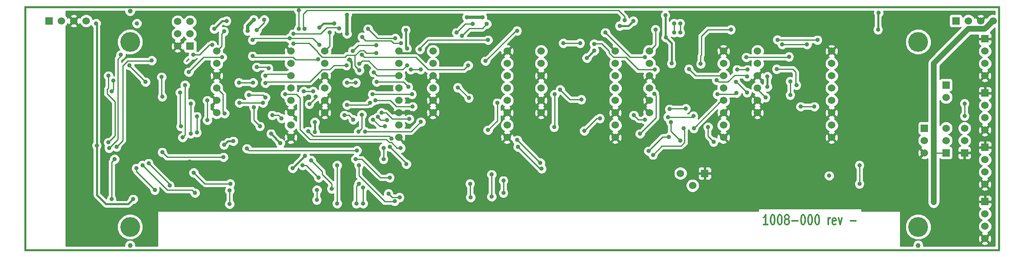
<source format=gtl>
G04 (created by PCBNEW-RS274X (2012-01-19 BZR 3256)-stable) date 11/28/2012 10:05:24 AM*
G01*
G70*
G90*
%MOIN*%
G04 Gerber Fmt 3.4, Leading zero omitted, Abs format*
%FSLAX34Y34*%
G04 APERTURE LIST*
%ADD10C,0.006000*%
%ADD11C,0.012000*%
%ADD12C,0.015000*%
%ADD13R,0.060000X0.060000*%
%ADD14C,0.060000*%
%ADD15C,0.039400*%
%ADD16C,0.160000*%
%ADD17C,0.035000*%
%ADD18C,0.010000*%
%ADD19C,0.045000*%
%ADD20C,0.025000*%
%ADD21C,0.008000*%
G04 APERTURE END LIST*
G54D10*
G54D11*
X74088Y-37324D02*
X73745Y-37324D01*
X73917Y-37324D02*
X73917Y-36524D01*
X73860Y-36638D01*
X73802Y-36714D01*
X73745Y-36752D01*
X74459Y-36524D02*
X74516Y-36524D01*
X74573Y-36562D01*
X74602Y-36600D01*
X74631Y-36676D01*
X74659Y-36829D01*
X74659Y-37019D01*
X74631Y-37171D01*
X74602Y-37248D01*
X74573Y-37286D01*
X74516Y-37324D01*
X74459Y-37324D01*
X74402Y-37286D01*
X74373Y-37248D01*
X74345Y-37171D01*
X74316Y-37019D01*
X74316Y-36829D01*
X74345Y-36676D01*
X74373Y-36600D01*
X74402Y-36562D01*
X74459Y-36524D01*
X75030Y-36524D02*
X75087Y-36524D01*
X75144Y-36562D01*
X75173Y-36600D01*
X75202Y-36676D01*
X75230Y-36829D01*
X75230Y-37019D01*
X75202Y-37171D01*
X75173Y-37248D01*
X75144Y-37286D01*
X75087Y-37324D01*
X75030Y-37324D01*
X74973Y-37286D01*
X74944Y-37248D01*
X74916Y-37171D01*
X74887Y-37019D01*
X74887Y-36829D01*
X74916Y-36676D01*
X74944Y-36600D01*
X74973Y-36562D01*
X75030Y-36524D01*
X75573Y-36867D02*
X75515Y-36829D01*
X75487Y-36790D01*
X75458Y-36714D01*
X75458Y-36676D01*
X75487Y-36600D01*
X75515Y-36562D01*
X75573Y-36524D01*
X75687Y-36524D01*
X75744Y-36562D01*
X75773Y-36600D01*
X75801Y-36676D01*
X75801Y-36714D01*
X75773Y-36790D01*
X75744Y-36829D01*
X75687Y-36867D01*
X75573Y-36867D01*
X75515Y-36905D01*
X75487Y-36943D01*
X75458Y-37019D01*
X75458Y-37171D01*
X75487Y-37248D01*
X75515Y-37286D01*
X75573Y-37324D01*
X75687Y-37324D01*
X75744Y-37286D01*
X75773Y-37248D01*
X75801Y-37171D01*
X75801Y-37019D01*
X75773Y-36943D01*
X75744Y-36905D01*
X75687Y-36867D01*
X76058Y-37019D02*
X76515Y-37019D01*
X76915Y-36524D02*
X76972Y-36524D01*
X77029Y-36562D01*
X77058Y-36600D01*
X77087Y-36676D01*
X77115Y-36829D01*
X77115Y-37019D01*
X77087Y-37171D01*
X77058Y-37248D01*
X77029Y-37286D01*
X76972Y-37324D01*
X76915Y-37324D01*
X76858Y-37286D01*
X76829Y-37248D01*
X76801Y-37171D01*
X76772Y-37019D01*
X76772Y-36829D01*
X76801Y-36676D01*
X76829Y-36600D01*
X76858Y-36562D01*
X76915Y-36524D01*
X77486Y-36524D02*
X77543Y-36524D01*
X77600Y-36562D01*
X77629Y-36600D01*
X77658Y-36676D01*
X77686Y-36829D01*
X77686Y-37019D01*
X77658Y-37171D01*
X77629Y-37248D01*
X77600Y-37286D01*
X77543Y-37324D01*
X77486Y-37324D01*
X77429Y-37286D01*
X77400Y-37248D01*
X77372Y-37171D01*
X77343Y-37019D01*
X77343Y-36829D01*
X77372Y-36676D01*
X77400Y-36600D01*
X77429Y-36562D01*
X77486Y-36524D01*
X78057Y-36524D02*
X78114Y-36524D01*
X78171Y-36562D01*
X78200Y-36600D01*
X78229Y-36676D01*
X78257Y-36829D01*
X78257Y-37019D01*
X78229Y-37171D01*
X78200Y-37248D01*
X78171Y-37286D01*
X78114Y-37324D01*
X78057Y-37324D01*
X78000Y-37286D01*
X77971Y-37248D01*
X77943Y-37171D01*
X77914Y-37019D01*
X77914Y-36829D01*
X77943Y-36676D01*
X77971Y-36600D01*
X78000Y-36562D01*
X78057Y-36524D01*
X78971Y-37324D02*
X78971Y-36790D01*
X78971Y-36943D02*
X78999Y-36867D01*
X79028Y-36829D01*
X79085Y-36790D01*
X79142Y-36790D01*
X79570Y-37286D02*
X79513Y-37324D01*
X79399Y-37324D01*
X79342Y-37286D01*
X79313Y-37210D01*
X79313Y-36905D01*
X79342Y-36829D01*
X79399Y-36790D01*
X79513Y-36790D01*
X79570Y-36829D01*
X79599Y-36905D01*
X79599Y-36981D01*
X79313Y-37057D01*
X79799Y-36790D02*
X79942Y-37324D01*
X80084Y-36790D01*
X80770Y-37019D02*
X81227Y-37019D01*
G54D12*
X14029Y-39370D02*
X92769Y-39370D01*
X14030Y-19685D02*
X14030Y-39370D01*
X92770Y-19685D02*
X14030Y-19685D01*
X92770Y-39370D02*
X92770Y-19685D01*
G54D13*
X91650Y-26650D03*
G54D14*
X91650Y-27650D03*
X91650Y-28650D03*
X91650Y-29650D03*
G54D13*
X91650Y-35450D03*
G54D14*
X91650Y-36450D03*
X91650Y-37450D03*
X91650Y-38450D03*
G54D13*
X91650Y-31050D03*
G54D14*
X91650Y-32050D03*
X91650Y-33050D03*
X91650Y-34050D03*
G54D13*
X91650Y-22250D03*
G54D14*
X91650Y-23250D03*
X91650Y-24250D03*
X91650Y-25250D03*
G54D13*
X89300Y-20800D03*
G54D14*
X90300Y-20800D03*
X91300Y-20800D03*
X92300Y-20800D03*
G54D13*
X15950Y-20800D03*
G54D14*
X16950Y-20800D03*
X17950Y-20800D03*
X18950Y-20800D03*
G54D13*
X27350Y-22850D03*
G54D14*
X26350Y-22850D03*
X27350Y-21850D03*
X26350Y-21850D03*
X27350Y-20850D03*
X26350Y-20850D03*
G54D15*
X22500Y-39000D03*
X86250Y-39000D03*
X22500Y-20000D03*
G54D13*
X68984Y-33159D03*
G54D14*
X67016Y-33159D03*
X68000Y-34144D03*
G54D13*
X90000Y-31500D03*
G54D14*
X90000Y-30500D03*
X90000Y-29500D03*
G54D13*
X88500Y-31500D03*
G54D14*
X88500Y-30500D03*
X88500Y-29500D03*
G54D13*
X86750Y-29500D03*
G54D14*
X86750Y-30500D03*
X86750Y-31500D03*
G54D16*
X86250Y-37500D03*
X22500Y-37500D03*
X86250Y-22500D03*
X22500Y-22500D03*
G54D13*
X88500Y-26000D03*
G54D14*
X88500Y-27000D03*
X47000Y-23250D03*
X47000Y-24250D03*
X47000Y-25250D03*
X47000Y-26250D03*
X47000Y-27250D03*
X47000Y-28250D03*
X53000Y-30250D03*
X53000Y-29250D03*
X53000Y-28250D03*
X53000Y-27250D03*
X53000Y-26250D03*
X53000Y-25250D03*
X53000Y-24250D03*
X53000Y-23250D03*
X55750Y-23250D03*
X55750Y-24250D03*
X55750Y-25250D03*
X55750Y-26250D03*
X55750Y-27250D03*
X55750Y-28250D03*
X61750Y-30250D03*
X61750Y-29250D03*
X61750Y-28250D03*
X61750Y-27250D03*
X61750Y-26250D03*
X61750Y-25250D03*
X61750Y-24250D03*
X61750Y-23250D03*
X38250Y-23250D03*
X38250Y-24250D03*
X38250Y-25250D03*
X38250Y-26250D03*
X38250Y-27250D03*
X38250Y-28250D03*
X44250Y-30250D03*
X44250Y-29250D03*
X44250Y-28250D03*
X44250Y-27250D03*
X44250Y-26250D03*
X44250Y-25250D03*
X44250Y-24250D03*
X44250Y-23250D03*
X64500Y-23250D03*
X64500Y-24250D03*
X64500Y-25250D03*
X64500Y-26250D03*
X64500Y-27250D03*
X64500Y-28250D03*
X70500Y-30250D03*
X70500Y-29250D03*
X70500Y-28250D03*
X70500Y-27250D03*
X70500Y-26250D03*
X70500Y-25250D03*
X70500Y-24250D03*
X70500Y-23250D03*
X73250Y-23250D03*
X73250Y-24250D03*
X73250Y-25250D03*
X73250Y-26250D03*
X73250Y-27250D03*
X73250Y-28250D03*
X79250Y-30250D03*
X79250Y-29250D03*
X79250Y-28250D03*
X79250Y-27250D03*
X79250Y-26250D03*
X79250Y-25250D03*
X79250Y-24250D03*
X79250Y-23250D03*
X29500Y-23250D03*
X29500Y-24250D03*
X29500Y-25250D03*
X29500Y-26250D03*
X29500Y-27250D03*
X29500Y-28250D03*
X35500Y-30250D03*
X35500Y-29250D03*
X35500Y-28250D03*
X35500Y-27250D03*
X35500Y-26250D03*
X35500Y-25250D03*
X35500Y-24250D03*
X35500Y-23250D03*
G54D17*
X88500Y-31500D03*
X65850Y-22150D03*
X32500Y-20700D03*
X65800Y-20350D03*
X23050Y-21000D03*
X51000Y-20500D03*
X83050Y-20150D03*
X87500Y-35500D03*
X19800Y-30900D03*
X40040Y-20300D03*
X87500Y-26000D03*
X66300Y-24250D03*
X83000Y-21500D03*
X22750Y-35250D03*
X35650Y-32750D03*
X79050Y-33350D03*
X36650Y-31750D03*
X32000Y-21600D03*
X40040Y-21850D03*
X49750Y-20500D03*
X30100Y-30850D03*
X19750Y-21000D03*
X30850Y-30550D03*
X66090Y-30220D03*
X40500Y-23230D03*
X78100Y-22350D03*
X42840Y-28240D03*
X53820Y-30430D03*
X42430Y-22760D03*
X45090Y-28750D03*
X55690Y-32300D03*
X64440Y-31350D03*
X74865Y-22330D03*
X55795Y-32780D03*
X67275Y-29520D03*
X53875Y-31010D03*
X43280Y-28825D03*
X64800Y-31665D03*
X41050Y-24800D03*
X42550Y-28590D03*
X75250Y-22700D03*
X42400Y-23400D03*
X77250Y-22700D03*
X35700Y-22650D03*
X40250Y-23950D03*
X31250Y-23750D03*
X34960Y-27520D03*
X42280Y-27880D03*
X36750Y-33250D03*
X45000Y-34000D03*
X27310Y-32200D03*
X69600Y-35650D03*
X68950Y-35650D03*
X20660Y-28880D03*
X84000Y-34750D03*
X32000Y-34500D03*
X25700Y-34150D03*
X30600Y-34000D03*
X24000Y-32350D03*
X27650Y-33100D03*
X24500Y-34500D03*
X23000Y-32750D03*
X40850Y-31300D03*
X31950Y-31150D03*
X43000Y-32000D03*
X43000Y-31100D03*
X37150Y-32100D03*
X27900Y-28550D03*
X27900Y-29850D03*
X38800Y-34400D03*
X41000Y-32500D03*
X43900Y-35410D03*
X21750Y-23550D03*
X20800Y-31100D03*
X21400Y-31000D03*
X24250Y-24000D03*
X39250Y-35600D03*
X39250Y-32500D03*
X81500Y-34000D03*
X81500Y-32500D03*
X41350Y-34300D03*
X41350Y-35600D03*
X40800Y-35600D03*
X41000Y-34000D03*
X30550Y-35650D03*
X30550Y-34550D03*
X44300Y-35100D03*
X43400Y-34800D03*
X37600Y-35300D03*
X37610Y-34500D03*
X50000Y-34000D03*
X43500Y-33500D03*
X50050Y-35100D03*
X40750Y-32000D03*
X52700Y-33750D03*
X52700Y-34750D03*
X51750Y-33250D03*
X51750Y-35050D03*
X37750Y-33500D03*
X27400Y-29950D03*
X36450Y-32500D03*
X27400Y-27500D03*
X43500Y-31000D03*
X44850Y-32400D03*
X27750Y-34750D03*
X23500Y-32500D03*
X25100Y-31450D03*
X30050Y-31850D03*
X21250Y-32000D03*
X21000Y-35250D03*
X21000Y-26500D03*
X21150Y-25650D03*
X20750Y-25250D03*
X20750Y-30650D03*
X40050Y-27600D03*
X41920Y-27440D03*
X37300Y-26500D03*
X36550Y-26500D03*
X49000Y-26200D03*
X49900Y-27050D03*
X45200Y-24750D03*
X46000Y-24750D03*
X45000Y-26150D03*
X42450Y-25750D03*
X45350Y-27750D03*
X51450Y-29650D03*
X42350Y-27250D03*
X52200Y-27450D03*
X41250Y-28400D03*
X40980Y-29770D03*
X40760Y-25800D03*
X40050Y-25800D03*
X39850Y-28450D03*
X43100Y-29350D03*
X40550Y-28800D03*
X42150Y-28800D03*
X42100Y-26750D03*
X45300Y-26750D03*
X38650Y-21750D03*
X42200Y-24970D03*
X37000Y-27550D03*
X37500Y-26950D03*
X41500Y-29760D03*
X46020Y-28990D03*
X72450Y-24750D03*
X74800Y-24700D03*
X71600Y-24750D03*
X76400Y-26000D03*
X71500Y-25750D03*
X72400Y-26600D03*
X75900Y-26800D03*
X69950Y-25600D03*
X72400Y-25300D03*
X75900Y-25700D03*
X71550Y-26650D03*
X70000Y-26750D03*
X64150Y-28800D03*
X63250Y-28450D03*
X66000Y-28600D03*
X68070Y-28515D03*
X65000Y-21500D03*
X68100Y-29500D03*
X71100Y-21500D03*
X68660Y-24290D03*
X67000Y-30500D03*
X66250Y-29000D03*
X75800Y-23700D03*
X72350Y-23750D03*
X73900Y-27000D03*
X67700Y-24700D03*
X67450Y-27900D03*
X66150Y-27950D03*
X69250Y-29400D03*
X76750Y-27750D03*
X69700Y-30600D03*
X77850Y-27750D03*
X64900Y-26700D03*
X63750Y-29950D03*
X33450Y-25250D03*
X35700Y-21850D03*
X58900Y-22600D03*
X39400Y-21400D03*
X43950Y-22200D03*
X57550Y-22600D03*
X41750Y-21450D03*
X48900Y-21750D03*
X50200Y-21050D03*
X36600Y-21450D03*
X62500Y-20750D03*
X30100Y-21650D03*
X30150Y-28300D03*
X28750Y-27250D03*
X28750Y-28850D03*
X33250Y-27450D03*
X31350Y-27450D03*
X44395Y-31100D03*
X60500Y-28700D03*
X35050Y-26750D03*
X59250Y-29700D03*
X36900Y-29750D03*
X43655Y-30325D03*
X56850Y-26750D03*
X56800Y-29400D03*
X32750Y-24550D03*
X33700Y-24650D03*
X59000Y-27170D03*
X57290Y-26370D03*
X33350Y-20700D03*
X32750Y-21550D03*
X36150Y-19950D03*
X36150Y-21450D03*
X44900Y-24400D03*
X45950Y-23100D03*
X33450Y-25850D03*
X51450Y-22350D03*
X41050Y-24290D03*
X40000Y-24400D03*
X32100Y-26800D03*
X34750Y-28700D03*
X33450Y-27000D03*
X34000Y-28450D03*
X31300Y-25800D03*
X32450Y-25800D03*
X33000Y-29350D03*
X32500Y-27800D03*
X37720Y-23900D03*
X29950Y-23750D03*
X90000Y-27500D03*
X90000Y-28500D03*
X49850Y-24400D03*
X67000Y-21000D03*
X67000Y-21750D03*
X60040Y-22665D03*
X32400Y-23650D03*
X25100Y-26950D03*
X25050Y-25350D03*
X41250Y-23550D03*
X51250Y-24050D03*
X64950Y-24750D03*
X53800Y-21600D03*
X26600Y-29350D03*
X26550Y-26600D03*
X27250Y-24950D03*
X66500Y-21000D03*
X35400Y-22200D03*
X51350Y-21050D03*
X22450Y-24400D03*
X66500Y-21750D03*
X29150Y-22750D03*
X26950Y-26000D03*
X26750Y-30250D03*
X60950Y-21750D03*
X37800Y-22750D03*
X23750Y-25750D03*
X32400Y-22350D03*
X44400Y-22600D03*
X27600Y-23550D03*
X49350Y-22000D03*
X41270Y-22110D03*
X64150Y-23750D03*
X74050Y-25300D03*
X37450Y-29800D03*
X60050Y-23200D03*
X39000Y-21000D03*
X34650Y-30700D03*
X37800Y-21350D03*
X30300Y-20800D03*
X44800Y-21550D03*
X44900Y-23050D03*
X29300Y-21450D03*
X33900Y-29950D03*
X62100Y-21200D03*
X59450Y-23800D03*
X37450Y-29000D03*
X63200Y-20800D03*
X74050Y-26150D03*
G54D18*
X27050Y-24075D02*
X27125Y-24000D01*
X27242Y-23883D02*
X27125Y-24000D01*
G54D12*
X19800Y-30900D02*
X19800Y-21050D01*
G54D19*
X90300Y-21450D02*
X91650Y-21450D01*
X87500Y-25350D02*
X87500Y-24250D01*
G54D12*
X36650Y-31750D02*
X35650Y-32750D01*
G54D19*
X87500Y-26000D02*
X87500Y-31500D01*
G54D12*
X83000Y-20200D02*
X83000Y-21500D01*
X30100Y-30850D02*
X30400Y-30550D01*
G54D20*
X32000Y-21200D02*
X32000Y-21600D01*
G54D19*
X87500Y-24250D02*
X90300Y-21450D01*
X91650Y-21450D02*
X92300Y-20800D01*
X87500Y-25350D02*
X87500Y-26000D01*
G54D20*
X40040Y-20300D02*
X40040Y-21850D01*
G54D21*
X87500Y-25400D02*
X87500Y-25350D01*
G54D12*
X19800Y-30900D02*
X19750Y-30850D01*
G54D20*
X49750Y-20500D02*
X51000Y-20500D01*
G54D12*
X83050Y-20150D02*
X83000Y-20200D01*
X66300Y-22600D02*
X66300Y-24250D01*
X30400Y-30550D02*
X30850Y-30550D01*
X19800Y-34900D02*
X20550Y-35650D01*
G54D20*
X23050Y-21000D02*
X23075Y-21025D01*
G54D18*
X87500Y-31500D02*
X88500Y-31500D01*
G54D12*
X22350Y-35650D02*
X20550Y-35650D01*
X19800Y-21050D02*
X19750Y-21000D01*
X65800Y-20350D02*
X65800Y-22100D01*
X65800Y-22100D02*
X65850Y-22150D01*
X22750Y-35250D02*
X22350Y-35650D01*
X19800Y-30900D02*
X19800Y-34900D01*
G54D18*
X87500Y-31500D02*
X87750Y-31500D01*
G54D19*
X87500Y-31500D02*
X87500Y-35500D01*
G54D12*
X65850Y-22150D02*
X66300Y-22600D01*
G54D20*
X32500Y-20700D02*
X32000Y-21200D01*
G54D18*
X65570Y-30220D02*
X66090Y-30220D01*
X43200Y-28240D02*
X43710Y-28750D01*
X74865Y-22330D02*
X78080Y-22330D01*
X55660Y-32300D02*
X55690Y-32300D01*
X78080Y-22330D02*
X78100Y-22350D01*
X43710Y-28750D02*
X45090Y-28750D01*
X42840Y-28240D02*
X43200Y-28240D01*
X40970Y-22760D02*
X40500Y-23230D01*
X55690Y-32300D02*
X53820Y-30430D01*
X64440Y-31350D02*
X65570Y-30220D01*
X42430Y-22760D02*
X40970Y-22760D01*
X40680Y-23560D02*
X40680Y-24430D01*
X53875Y-31010D02*
X55645Y-32780D01*
X42555Y-28595D02*
X42785Y-28825D01*
X65530Y-30935D02*
X67080Y-30935D01*
X67360Y-29605D02*
X67275Y-29520D01*
X42785Y-28825D02*
X43280Y-28825D01*
X67080Y-30935D02*
X67360Y-30655D01*
X64800Y-31665D02*
X65530Y-30935D01*
X41050Y-24800D02*
X40680Y-24430D01*
X55645Y-32780D02*
X55795Y-32780D01*
X67360Y-30655D02*
X67360Y-29605D01*
X42550Y-28590D02*
X42555Y-28595D01*
X75250Y-22700D02*
X77250Y-22700D01*
X40680Y-23560D02*
X40750Y-23560D01*
X40750Y-23560D02*
X40755Y-23555D01*
X37680Y-23370D02*
X38040Y-23730D01*
X39870Y-23730D02*
X40040Y-23560D01*
X38040Y-23730D02*
X39870Y-23730D01*
X35700Y-22650D02*
X35740Y-22610D01*
X40755Y-23555D02*
X41100Y-23210D01*
X40040Y-23560D02*
X40680Y-23560D01*
X41600Y-23400D02*
X42400Y-23400D01*
X37680Y-23300D02*
X37680Y-23370D01*
X36990Y-22610D02*
X37680Y-23300D01*
X35740Y-22610D02*
X36990Y-22610D01*
X41100Y-23210D02*
X41410Y-23210D01*
X41410Y-23210D02*
X41600Y-23400D01*
G54D12*
X40250Y-23950D02*
X40400Y-24100D01*
X40400Y-24100D02*
X40400Y-25000D01*
G54D20*
X45350Y-28250D02*
X45600Y-28500D01*
G54D12*
X44250Y-23250D02*
X44415Y-23415D01*
X27310Y-32200D02*
X27320Y-32200D01*
G54D20*
X43200Y-27700D02*
X42460Y-27700D01*
X44250Y-28250D02*
X43750Y-28250D01*
X44250Y-28250D02*
X45350Y-28250D01*
X42460Y-27700D02*
X42280Y-27880D01*
X43750Y-28250D02*
X43200Y-27700D01*
G54D12*
X44415Y-23415D02*
X45400Y-23415D01*
G54D18*
X30600Y-34000D02*
X28550Y-34000D01*
X28550Y-34000D02*
X27650Y-33100D01*
X25700Y-34050D02*
X24000Y-32350D01*
X25700Y-34150D02*
X25700Y-34050D01*
X24500Y-34500D02*
X23000Y-33000D01*
X23000Y-33000D02*
X23000Y-32750D01*
X31950Y-31150D02*
X32100Y-31300D01*
X40850Y-31300D02*
X40850Y-31300D01*
X32100Y-31300D02*
X40850Y-31300D01*
X43000Y-32000D02*
X43000Y-31100D01*
X38050Y-33000D02*
X37150Y-32100D01*
X27900Y-28550D02*
X27900Y-29850D01*
X38800Y-34000D02*
X38050Y-33250D01*
X38800Y-34400D02*
X38800Y-34000D01*
X38050Y-33250D02*
X38050Y-33000D01*
X43860Y-35450D02*
X43900Y-35410D01*
X43100Y-35450D02*
X43860Y-35450D01*
X41000Y-33350D02*
X43100Y-35450D01*
X41000Y-32500D02*
X41000Y-33350D01*
X21500Y-23900D02*
X21750Y-23650D01*
X21500Y-30400D02*
X21500Y-23900D01*
X21750Y-23650D02*
X21750Y-23550D01*
X20800Y-31100D02*
X21500Y-30400D01*
X22300Y-24050D02*
X24200Y-24050D01*
X21900Y-24450D02*
X22300Y-24050D01*
X21400Y-31000D02*
X21900Y-30500D01*
X24200Y-24050D02*
X24250Y-24000D01*
X21900Y-30500D02*
X21900Y-24450D01*
X39250Y-32500D02*
X39250Y-35600D01*
X81500Y-32500D02*
X81500Y-34000D01*
X41350Y-34300D02*
X41350Y-35600D01*
X41000Y-34000D02*
X40800Y-34200D01*
X40800Y-34200D02*
X40800Y-35600D01*
X30550Y-34550D02*
X30600Y-34600D01*
X30550Y-34550D02*
X30550Y-35650D01*
X43700Y-35100D02*
X44300Y-35100D01*
X43400Y-34800D02*
X43700Y-35100D01*
X37600Y-34510D02*
X37600Y-35300D01*
X37610Y-34500D02*
X37600Y-34510D01*
X40750Y-32000D02*
X41250Y-32000D01*
X50000Y-34000D02*
X50000Y-35050D01*
X50000Y-35050D02*
X50050Y-35100D01*
X42750Y-33500D02*
X43500Y-33500D01*
X41250Y-32000D02*
X42750Y-33500D01*
X52700Y-34750D02*
X52700Y-33750D01*
X51750Y-33250D02*
X51750Y-35050D01*
X37750Y-33500D02*
X36750Y-32500D01*
X27400Y-29950D02*
X27400Y-27500D01*
X36750Y-32500D02*
X36450Y-32500D01*
X44850Y-32350D02*
X44850Y-32400D01*
X43500Y-31000D02*
X44850Y-32350D01*
X27750Y-34750D02*
X27500Y-34500D01*
X25500Y-34500D02*
X23500Y-32500D01*
X27500Y-34500D02*
X25500Y-34500D01*
X25500Y-31850D02*
X25100Y-31450D01*
X30050Y-31850D02*
X25500Y-31850D01*
X21000Y-32250D02*
X21250Y-32000D01*
X21000Y-35250D02*
X21000Y-32250D01*
X21150Y-26350D02*
X21150Y-25650D01*
X21000Y-26500D02*
X21150Y-26350D01*
X20750Y-25250D02*
X20750Y-26230D01*
X20640Y-26340D02*
X20640Y-26700D01*
X20640Y-26700D02*
X21280Y-27340D01*
X20750Y-26230D02*
X20640Y-26340D01*
X21280Y-27340D02*
X21280Y-30120D01*
X21280Y-30120D02*
X20750Y-30650D01*
X21280Y-27340D02*
X21280Y-27338D01*
X41920Y-27440D02*
X41760Y-27600D01*
X41760Y-27600D02*
X40050Y-27600D01*
X37300Y-26500D02*
X36550Y-26500D01*
X49050Y-26200D02*
X49000Y-26200D01*
X46000Y-24750D02*
X45200Y-24750D01*
X49900Y-27050D02*
X49050Y-26200D01*
X45000Y-26150D02*
X44600Y-25750D01*
X44600Y-25750D02*
X42450Y-25750D01*
X43550Y-27250D02*
X44050Y-27750D01*
X42350Y-27250D02*
X43550Y-27250D01*
X44050Y-27750D02*
X45350Y-27750D01*
X52200Y-28900D02*
X51450Y-29650D01*
X52200Y-27450D02*
X52200Y-28900D01*
X40980Y-29770D02*
X41250Y-29500D01*
X40760Y-25800D02*
X40050Y-25800D01*
X41250Y-29500D02*
X41250Y-28400D01*
X42150Y-28800D02*
X42700Y-29350D01*
X40550Y-28800D02*
X40200Y-28450D01*
X40200Y-28450D02*
X39850Y-28450D01*
X42700Y-29350D02*
X43100Y-29350D01*
X45300Y-26750D02*
X42100Y-26750D01*
X38650Y-21750D02*
X38650Y-22850D01*
X38650Y-22850D02*
X38250Y-23250D01*
X42480Y-25250D02*
X44250Y-25250D01*
X42200Y-24970D02*
X42480Y-25250D01*
X37500Y-27050D02*
X37000Y-27550D01*
X37500Y-26950D02*
X37500Y-27050D01*
X46020Y-28990D02*
X45250Y-29760D01*
X41500Y-29760D02*
X43185Y-29760D01*
X43185Y-29760D02*
X44445Y-29760D01*
X45250Y-29760D02*
X44445Y-29760D01*
X76100Y-24700D02*
X74800Y-24700D01*
X76400Y-26000D02*
X76350Y-25950D01*
X76350Y-25950D02*
X76350Y-24950D01*
X72450Y-24750D02*
X71600Y-24750D01*
X76350Y-24950D02*
X76100Y-24700D01*
X71550Y-25750D02*
X71500Y-25750D01*
X72400Y-26600D02*
X71550Y-25750D01*
X72400Y-25300D02*
X72300Y-25200D01*
X75900Y-26800D02*
X75900Y-25700D01*
X70100Y-25750D02*
X69950Y-25600D01*
X72300Y-25200D02*
X71400Y-25200D01*
X71400Y-25200D02*
X70850Y-25750D01*
X70850Y-25750D02*
X70100Y-25750D01*
X71450Y-26750D02*
X70000Y-26750D01*
X71550Y-26650D02*
X71450Y-26750D01*
X63600Y-28800D02*
X64150Y-28800D01*
X63250Y-28450D02*
X63600Y-28800D01*
X67500Y-28600D02*
X66000Y-28600D01*
X68070Y-28515D02*
X67985Y-28600D01*
X67985Y-28600D02*
X67500Y-28600D01*
X65000Y-21500D02*
X65000Y-22750D01*
X65000Y-22750D02*
X64500Y-23250D01*
X68100Y-29500D02*
X70350Y-27250D01*
X70350Y-27250D02*
X70500Y-27250D01*
X71100Y-21500D02*
X69250Y-21500D01*
X69250Y-21500D02*
X68700Y-22050D01*
X68700Y-23560D02*
X68660Y-23600D01*
X68700Y-22050D02*
X68700Y-23560D01*
X68660Y-23600D02*
X68660Y-24290D01*
X67000Y-30500D02*
X66250Y-29750D01*
X66250Y-29750D02*
X66250Y-29000D01*
X75800Y-23700D02*
X75750Y-23750D01*
X75750Y-23750D02*
X72350Y-23750D01*
X73900Y-27000D02*
X73250Y-26350D01*
X73250Y-26350D02*
X73250Y-26250D01*
X68250Y-25250D02*
X70500Y-25250D01*
X67700Y-24700D02*
X68250Y-25250D01*
X66200Y-27900D02*
X67450Y-27900D01*
X66150Y-27950D02*
X66200Y-27900D01*
X77850Y-27750D02*
X76750Y-27750D01*
X69250Y-30150D02*
X69250Y-29400D01*
X69700Y-30600D02*
X69250Y-30150D01*
X65050Y-28650D02*
X63750Y-29950D01*
X65050Y-28600D02*
X65050Y-26850D01*
X65050Y-28600D02*
X65050Y-28650D01*
X65050Y-26850D02*
X64900Y-26700D01*
X33450Y-25250D02*
X33600Y-25100D01*
X35350Y-25100D02*
X35500Y-25250D01*
X33600Y-25100D02*
X35350Y-25100D01*
X42500Y-22200D02*
X41750Y-21450D01*
X43950Y-22200D02*
X42500Y-22200D01*
X39400Y-21400D02*
X39350Y-21350D01*
X49600Y-21050D02*
X50200Y-21050D01*
X39350Y-21350D02*
X38400Y-21350D01*
X48900Y-21750D02*
X49600Y-21050D01*
X37900Y-21850D02*
X35700Y-21850D01*
X57550Y-22600D02*
X58900Y-22600D01*
X38400Y-21350D02*
X37900Y-21850D01*
X62000Y-19950D02*
X62500Y-20450D01*
X62000Y-19950D02*
X62040Y-19950D01*
X36810Y-19950D02*
X62000Y-19950D01*
X36510Y-20250D02*
X36810Y-19950D01*
X36510Y-20250D02*
X36510Y-21360D01*
X36510Y-21360D02*
X36600Y-21450D01*
X62500Y-20450D02*
X62500Y-20750D01*
X30100Y-21650D02*
X29900Y-21850D01*
X29900Y-22850D02*
X29500Y-23250D01*
X29900Y-21850D02*
X29900Y-22850D01*
X30000Y-26750D02*
X29500Y-26250D01*
X30150Y-28300D02*
X30000Y-28150D01*
X30000Y-28150D02*
X30000Y-26750D01*
X28750Y-27250D02*
X28750Y-28850D01*
X31350Y-27450D02*
X33250Y-27450D01*
X60250Y-28700D02*
X60500Y-28700D01*
X60250Y-28700D02*
X59250Y-29700D01*
X35050Y-26750D02*
X35950Y-26750D01*
X60250Y-28700D02*
X60500Y-28700D01*
X35950Y-26750D02*
X36250Y-27050D01*
X43485Y-30655D02*
X43625Y-30655D01*
X44090Y-31100D02*
X44395Y-31100D01*
X36250Y-29600D02*
X37050Y-30400D01*
X43645Y-30655D02*
X44090Y-31100D01*
X43230Y-30400D02*
X43485Y-30655D01*
X43630Y-30655D02*
X43645Y-30655D01*
X36250Y-27050D02*
X36250Y-29600D01*
X43625Y-30655D02*
X43630Y-30655D01*
X37050Y-30400D02*
X43230Y-30400D01*
X37300Y-30150D02*
X43435Y-30150D01*
X43480Y-30150D02*
X43655Y-30325D01*
X36900Y-29750D02*
X37300Y-30150D01*
X43435Y-30150D02*
X43480Y-30150D01*
X56800Y-29400D02*
X56850Y-29350D01*
X56850Y-29350D02*
X56850Y-26750D01*
X33700Y-24650D02*
X33600Y-24550D01*
X33350Y-20950D02*
X33350Y-20700D01*
X32750Y-21550D02*
X33350Y-20950D01*
X57290Y-26370D02*
X58090Y-27170D01*
X58090Y-27170D02*
X59000Y-27170D01*
X33600Y-24550D02*
X32750Y-24550D01*
X36150Y-19950D02*
X36150Y-21450D01*
X42250Y-24500D02*
X41800Y-24050D01*
X44900Y-24400D02*
X44550Y-24750D01*
X45950Y-23000D02*
X45950Y-23100D01*
X38650Y-24750D02*
X38050Y-24750D01*
X41290Y-24050D02*
X41050Y-24290D01*
X46600Y-22350D02*
X51450Y-22350D01*
X33550Y-25750D02*
X37050Y-25750D01*
X39000Y-24400D02*
X38650Y-24750D01*
X37050Y-25750D02*
X38050Y-24750D01*
X42500Y-24750D02*
X42250Y-24500D01*
X33450Y-25850D02*
X33550Y-25750D01*
X40000Y-24400D02*
X39000Y-24400D01*
X46600Y-22350D02*
X45950Y-23000D01*
X44550Y-24750D02*
X42500Y-24750D01*
X41800Y-24050D02*
X41290Y-24050D01*
X34750Y-28700D02*
X34500Y-28450D01*
X34500Y-28450D02*
X34000Y-28450D01*
X33250Y-26800D02*
X32100Y-26800D01*
X33450Y-27000D02*
X33250Y-26800D01*
X32450Y-25800D02*
X31300Y-25800D01*
X33000Y-29350D02*
X32500Y-28850D01*
X32500Y-28850D02*
X32500Y-27800D01*
X37720Y-23900D02*
X37670Y-23950D01*
X60062Y-22643D02*
X60040Y-22665D01*
X62600Y-23750D02*
X63600Y-24750D01*
X90000Y-27500D02*
X90000Y-28500D01*
X61600Y-23750D02*
X62600Y-23750D01*
X25050Y-26900D02*
X25050Y-25350D01*
X41450Y-23750D02*
X45600Y-23750D01*
X63600Y-24750D02*
X64950Y-24750D01*
X37670Y-23950D02*
X35890Y-23950D01*
X32500Y-23750D02*
X35690Y-23750D01*
X49500Y-24750D02*
X49850Y-24400D01*
X60643Y-22643D02*
X60062Y-22643D01*
X46600Y-24750D02*
X49500Y-24750D01*
X60643Y-22643D02*
X61250Y-23250D01*
X61250Y-23400D02*
X61600Y-23750D01*
X28450Y-23750D02*
X29950Y-23750D01*
X45600Y-23750D02*
X46600Y-24750D01*
X61250Y-23250D02*
X61250Y-23400D01*
X25100Y-26950D02*
X25050Y-26900D01*
X53700Y-21600D02*
X53800Y-21600D01*
X26600Y-29350D02*
X26550Y-29300D01*
X51250Y-24050D02*
X53700Y-21600D01*
X41250Y-23550D02*
X41450Y-23750D01*
X35890Y-23950D02*
X35690Y-23750D01*
X27250Y-24950D02*
X28450Y-23750D01*
X67000Y-21750D02*
X67000Y-21000D01*
X32400Y-23650D02*
X32500Y-23750D01*
X26550Y-29300D02*
X26550Y-26600D01*
X26950Y-30050D02*
X26750Y-30250D01*
X66500Y-21750D02*
X66500Y-21000D01*
X43620Y-22410D02*
X41540Y-22410D01*
X32400Y-22400D02*
X32400Y-22350D01*
X49350Y-22000D02*
X49950Y-21400D01*
X60950Y-21750D02*
X62950Y-23750D01*
X44400Y-22600D02*
X43810Y-22600D01*
X28100Y-23550D02*
X27600Y-23550D01*
X26950Y-26000D02*
X26950Y-30050D01*
X37300Y-22250D02*
X37250Y-22200D01*
X32550Y-22200D02*
X32400Y-22350D01*
X51000Y-21400D02*
X51350Y-21050D01*
X37800Y-22750D02*
X37300Y-22250D01*
X41270Y-22110D02*
X41270Y-22140D01*
X41270Y-22140D02*
X41540Y-22410D01*
X35400Y-22200D02*
X32550Y-22200D01*
X62950Y-23750D02*
X64150Y-23750D01*
X22450Y-24450D02*
X22450Y-24400D01*
X37250Y-22200D02*
X35400Y-22200D01*
X49950Y-21400D02*
X51000Y-21400D01*
X28900Y-22750D02*
X28100Y-23550D01*
X23750Y-25750D02*
X22450Y-24450D01*
X43810Y-22600D02*
X43620Y-22410D01*
X29150Y-22750D02*
X28900Y-22750D01*
G54D12*
X38150Y-21000D02*
X39000Y-21000D01*
X37450Y-29800D02*
X37450Y-29000D01*
X37800Y-21350D02*
X38150Y-21000D01*
X29300Y-21450D02*
X29950Y-20800D01*
X29950Y-20800D02*
X30300Y-20800D01*
X63200Y-20800D02*
X62800Y-21200D01*
X44900Y-23050D02*
X44800Y-22950D01*
X44800Y-22950D02*
X44800Y-21550D01*
X74050Y-25300D02*
X74050Y-26150D01*
X33900Y-29950D02*
X34650Y-30700D01*
X62800Y-21200D02*
X62100Y-21200D01*
X60050Y-23200D02*
X59450Y-23800D01*
G54D10*
G36*
X40380Y-24206D02*
X40361Y-24160D01*
X40241Y-24040D01*
X40085Y-23975D01*
X40032Y-23975D01*
X40082Y-23942D01*
X40164Y-23860D01*
X40380Y-23860D01*
X40380Y-24206D01*
X40380Y-24206D01*
G37*
G54D18*
X40380Y-24206D02*
X40361Y-24160D01*
X40241Y-24040D01*
X40085Y-23975D01*
X40032Y-23975D01*
X40082Y-23942D01*
X40164Y-23860D01*
X40380Y-23860D01*
X40380Y-24206D01*
G54D10*
G36*
X43816Y-27957D02*
X43778Y-27969D01*
X43707Y-28171D01*
X43715Y-28331D01*
X43412Y-28028D01*
X43315Y-27963D01*
X43200Y-27940D01*
X43141Y-27940D01*
X43081Y-27880D01*
X42925Y-27815D01*
X42756Y-27815D01*
X42600Y-27879D01*
X42480Y-27999D01*
X42415Y-28155D01*
X42415Y-28192D01*
X42315Y-28234D01*
X42195Y-28354D01*
X42186Y-28375D01*
X42066Y-28375D01*
X41910Y-28439D01*
X41790Y-28559D01*
X41725Y-28715D01*
X41725Y-28884D01*
X41789Y-29040D01*
X41909Y-29160D01*
X42065Y-29225D01*
X42150Y-29225D01*
X42385Y-29460D01*
X41801Y-29460D01*
X41741Y-29400D01*
X41585Y-29335D01*
X41550Y-29335D01*
X41550Y-28701D01*
X41610Y-28641D01*
X41675Y-28485D01*
X41675Y-28316D01*
X41611Y-28160D01*
X41491Y-28040D01*
X41335Y-27975D01*
X41166Y-27975D01*
X41010Y-28039D01*
X40890Y-28159D01*
X40825Y-28315D01*
X40825Y-28474D01*
X40791Y-28440D01*
X40635Y-28375D01*
X40549Y-28375D01*
X40412Y-28238D01*
X40315Y-28173D01*
X40200Y-28150D01*
X40151Y-28150D01*
X40091Y-28090D01*
X39935Y-28025D01*
X39766Y-28025D01*
X39610Y-28089D01*
X39490Y-28209D01*
X39425Y-28365D01*
X39425Y-28534D01*
X39489Y-28690D01*
X39609Y-28810D01*
X39765Y-28875D01*
X39934Y-28875D01*
X40090Y-28811D01*
X40113Y-28787D01*
X40125Y-28799D01*
X40125Y-28884D01*
X40189Y-29040D01*
X40309Y-29160D01*
X40465Y-29225D01*
X40634Y-29225D01*
X40790Y-29161D01*
X40910Y-29041D01*
X40950Y-28945D01*
X40950Y-29345D01*
X40896Y-29345D01*
X40740Y-29409D01*
X40620Y-29529D01*
X40555Y-29685D01*
X40555Y-29850D01*
X38793Y-29850D01*
X38793Y-28329D01*
X38793Y-27329D01*
X38782Y-27116D01*
X38722Y-26969D01*
X38628Y-26942D01*
X38321Y-27250D01*
X38628Y-27558D01*
X38722Y-27531D01*
X38793Y-27329D01*
X38793Y-28329D01*
X38782Y-28116D01*
X38722Y-27969D01*
X38628Y-27942D01*
X38558Y-28012D01*
X38558Y-27872D01*
X38531Y-27778D01*
X38457Y-27752D01*
X38531Y-27722D01*
X38558Y-27628D01*
X38250Y-27321D01*
X37942Y-27628D01*
X37969Y-27722D01*
X38042Y-27747D01*
X37969Y-27778D01*
X37942Y-27872D01*
X38250Y-28179D01*
X38558Y-27872D01*
X38558Y-28012D01*
X38321Y-28250D01*
X38628Y-28558D01*
X38722Y-28531D01*
X38793Y-28329D01*
X38793Y-29850D01*
X38558Y-29850D01*
X38558Y-28628D01*
X38250Y-28321D01*
X38179Y-28391D01*
X38179Y-28250D01*
X37872Y-27942D01*
X37778Y-27969D01*
X37707Y-28171D01*
X37718Y-28384D01*
X37778Y-28531D01*
X37872Y-28558D01*
X38179Y-28250D01*
X38179Y-28391D01*
X37942Y-28628D01*
X37969Y-28722D01*
X38171Y-28793D01*
X38384Y-28782D01*
X38531Y-28722D01*
X38558Y-28628D01*
X38558Y-29850D01*
X37875Y-29850D01*
X37875Y-29716D01*
X37811Y-29560D01*
X37775Y-29524D01*
X37775Y-29276D01*
X37810Y-29241D01*
X37875Y-29085D01*
X37875Y-28916D01*
X37811Y-28760D01*
X37691Y-28640D01*
X37535Y-28575D01*
X37366Y-28575D01*
X37210Y-28639D01*
X37090Y-28759D01*
X37025Y-28915D01*
X37025Y-29084D01*
X37089Y-29240D01*
X37125Y-29276D01*
X37125Y-29383D01*
X36985Y-29325D01*
X36816Y-29325D01*
X36660Y-29389D01*
X36561Y-29487D01*
X36550Y-29476D01*
X36550Y-27050D01*
X36527Y-26935D01*
X36520Y-26925D01*
X36634Y-26925D01*
X36790Y-26861D01*
X36851Y-26800D01*
X36999Y-26800D01*
X37059Y-26860D01*
X37075Y-26866D01*
X37075Y-27034D01*
X37079Y-27046D01*
X37001Y-27125D01*
X36916Y-27125D01*
X36760Y-27189D01*
X36640Y-27309D01*
X36575Y-27465D01*
X36575Y-27634D01*
X36639Y-27790D01*
X36759Y-27910D01*
X36915Y-27975D01*
X37084Y-27975D01*
X37240Y-27911D01*
X37360Y-27791D01*
X37425Y-27635D01*
X37425Y-27549D01*
X37609Y-27364D01*
X37714Y-27321D01*
X37718Y-27384D01*
X37778Y-27531D01*
X37872Y-27558D01*
X38144Y-27285D01*
X38179Y-27250D01*
X38250Y-27179D01*
X38285Y-27144D01*
X38558Y-26872D01*
X38531Y-26778D01*
X38465Y-26754D01*
X38561Y-26715D01*
X38715Y-26561D01*
X38799Y-26359D01*
X38799Y-26141D01*
X38715Y-25939D01*
X38561Y-25785D01*
X38469Y-25747D01*
X38531Y-25722D01*
X38558Y-25628D01*
X38250Y-25321D01*
X37942Y-25628D01*
X37969Y-25722D01*
X38034Y-25745D01*
X37939Y-25785D01*
X37785Y-25939D01*
X37701Y-26141D01*
X37701Y-26357D01*
X37661Y-26260D01*
X37541Y-26140D01*
X37385Y-26075D01*
X37216Y-26075D01*
X37060Y-26139D01*
X36999Y-26200D01*
X36851Y-26200D01*
X36791Y-26140D01*
X36635Y-26075D01*
X36466Y-26075D01*
X36310Y-26139D01*
X36190Y-26259D01*
X36125Y-26415D01*
X36125Y-26513D01*
X36065Y-26473D01*
X36006Y-26461D01*
X36049Y-26359D01*
X36049Y-26141D01*
X36011Y-26050D01*
X37050Y-26050D01*
X37165Y-26027D01*
X37262Y-25962D01*
X37753Y-25470D01*
X37778Y-25531D01*
X37872Y-25558D01*
X38144Y-25285D01*
X38179Y-25250D01*
X38250Y-25179D01*
X38321Y-25250D01*
X38356Y-25285D01*
X38628Y-25558D01*
X38722Y-25531D01*
X38793Y-25329D01*
X38782Y-25116D01*
X38747Y-25030D01*
X38765Y-25027D01*
X38862Y-24962D01*
X39124Y-24700D01*
X39699Y-24700D01*
X39759Y-24760D01*
X39915Y-24825D01*
X40084Y-24825D01*
X40240Y-24761D01*
X40360Y-24641D01*
X40402Y-24540D01*
X40403Y-24545D01*
X40468Y-24642D01*
X40625Y-24799D01*
X40625Y-24884D01*
X40689Y-25040D01*
X40809Y-25160D01*
X40965Y-25225D01*
X41134Y-25225D01*
X41290Y-25161D01*
X41410Y-25041D01*
X41475Y-24885D01*
X41475Y-24716D01*
X41411Y-24560D01*
X41396Y-24545D01*
X41410Y-24531D01*
X41475Y-24375D01*
X41475Y-24350D01*
X41676Y-24350D01*
X41947Y-24621D01*
X41840Y-24729D01*
X41775Y-24885D01*
X41775Y-25054D01*
X41839Y-25210D01*
X41959Y-25330D01*
X42115Y-25395D01*
X42201Y-25395D01*
X42202Y-25396D01*
X42090Y-25509D01*
X42025Y-25665D01*
X42025Y-25834D01*
X42089Y-25990D01*
X42209Y-26110D01*
X42365Y-26175D01*
X42534Y-26175D01*
X42690Y-26111D01*
X42751Y-26050D01*
X43738Y-26050D01*
X43701Y-26141D01*
X43701Y-26359D01*
X43738Y-26450D01*
X42401Y-26450D01*
X42341Y-26390D01*
X42185Y-26325D01*
X42016Y-26325D01*
X41860Y-26389D01*
X41740Y-26509D01*
X41675Y-26665D01*
X41675Y-26834D01*
X41739Y-26990D01*
X41784Y-27035D01*
X41680Y-27079D01*
X41560Y-27199D01*
X41517Y-27300D01*
X41185Y-27300D01*
X41185Y-25885D01*
X41185Y-25716D01*
X41121Y-25560D01*
X41001Y-25440D01*
X40845Y-25375D01*
X40676Y-25375D01*
X40520Y-25439D01*
X40459Y-25500D01*
X40351Y-25500D01*
X40291Y-25440D01*
X40135Y-25375D01*
X39966Y-25375D01*
X39810Y-25439D01*
X39690Y-25559D01*
X39625Y-25715D01*
X39625Y-25884D01*
X39689Y-26040D01*
X39809Y-26160D01*
X39965Y-26225D01*
X40134Y-26225D01*
X40290Y-26161D01*
X40351Y-26100D01*
X40459Y-26100D01*
X40519Y-26160D01*
X40675Y-26225D01*
X40844Y-26225D01*
X41000Y-26161D01*
X41120Y-26041D01*
X41185Y-25885D01*
X41185Y-27300D01*
X40351Y-27300D01*
X40291Y-27240D01*
X40135Y-27175D01*
X39966Y-27175D01*
X39810Y-27239D01*
X39690Y-27359D01*
X39625Y-27515D01*
X39625Y-27684D01*
X39689Y-27840D01*
X39809Y-27960D01*
X39965Y-28025D01*
X40134Y-28025D01*
X40290Y-27961D01*
X40351Y-27900D01*
X41760Y-27900D01*
X41875Y-27877D01*
X41892Y-27865D01*
X42004Y-27865D01*
X42160Y-27801D01*
X42280Y-27681D01*
X42282Y-27675D01*
X42434Y-27675D01*
X42590Y-27611D01*
X42651Y-27550D01*
X43426Y-27550D01*
X43792Y-27916D01*
X43784Y-27925D01*
X43816Y-27957D01*
X43816Y-27957D01*
G37*
G54D18*
X43816Y-27957D02*
X43778Y-27969D01*
X43707Y-28171D01*
X43715Y-28331D01*
X43412Y-28028D01*
X43315Y-27963D01*
X43200Y-27940D01*
X43141Y-27940D01*
X43081Y-27880D01*
X42925Y-27815D01*
X42756Y-27815D01*
X42600Y-27879D01*
X42480Y-27999D01*
X42415Y-28155D01*
X42415Y-28192D01*
X42315Y-28234D01*
X42195Y-28354D01*
X42186Y-28375D01*
X42066Y-28375D01*
X41910Y-28439D01*
X41790Y-28559D01*
X41725Y-28715D01*
X41725Y-28884D01*
X41789Y-29040D01*
X41909Y-29160D01*
X42065Y-29225D01*
X42150Y-29225D01*
X42385Y-29460D01*
X41801Y-29460D01*
X41741Y-29400D01*
X41585Y-29335D01*
X41550Y-29335D01*
X41550Y-28701D01*
X41610Y-28641D01*
X41675Y-28485D01*
X41675Y-28316D01*
X41611Y-28160D01*
X41491Y-28040D01*
X41335Y-27975D01*
X41166Y-27975D01*
X41010Y-28039D01*
X40890Y-28159D01*
X40825Y-28315D01*
X40825Y-28474D01*
X40791Y-28440D01*
X40635Y-28375D01*
X40549Y-28375D01*
X40412Y-28238D01*
X40315Y-28173D01*
X40200Y-28150D01*
X40151Y-28150D01*
X40091Y-28090D01*
X39935Y-28025D01*
X39766Y-28025D01*
X39610Y-28089D01*
X39490Y-28209D01*
X39425Y-28365D01*
X39425Y-28534D01*
X39489Y-28690D01*
X39609Y-28810D01*
X39765Y-28875D01*
X39934Y-28875D01*
X40090Y-28811D01*
X40113Y-28787D01*
X40125Y-28799D01*
X40125Y-28884D01*
X40189Y-29040D01*
X40309Y-29160D01*
X40465Y-29225D01*
X40634Y-29225D01*
X40790Y-29161D01*
X40910Y-29041D01*
X40950Y-28945D01*
X40950Y-29345D01*
X40896Y-29345D01*
X40740Y-29409D01*
X40620Y-29529D01*
X40555Y-29685D01*
X40555Y-29850D01*
X38793Y-29850D01*
X38793Y-28329D01*
X38793Y-27329D01*
X38782Y-27116D01*
X38722Y-26969D01*
X38628Y-26942D01*
X38321Y-27250D01*
X38628Y-27558D01*
X38722Y-27531D01*
X38793Y-27329D01*
X38793Y-28329D01*
X38782Y-28116D01*
X38722Y-27969D01*
X38628Y-27942D01*
X38558Y-28012D01*
X38558Y-27872D01*
X38531Y-27778D01*
X38457Y-27752D01*
X38531Y-27722D01*
X38558Y-27628D01*
X38250Y-27321D01*
X37942Y-27628D01*
X37969Y-27722D01*
X38042Y-27747D01*
X37969Y-27778D01*
X37942Y-27872D01*
X38250Y-28179D01*
X38558Y-27872D01*
X38558Y-28012D01*
X38321Y-28250D01*
X38628Y-28558D01*
X38722Y-28531D01*
X38793Y-28329D01*
X38793Y-29850D01*
X38558Y-29850D01*
X38558Y-28628D01*
X38250Y-28321D01*
X38179Y-28391D01*
X38179Y-28250D01*
X37872Y-27942D01*
X37778Y-27969D01*
X37707Y-28171D01*
X37718Y-28384D01*
X37778Y-28531D01*
X37872Y-28558D01*
X38179Y-28250D01*
X38179Y-28391D01*
X37942Y-28628D01*
X37969Y-28722D01*
X38171Y-28793D01*
X38384Y-28782D01*
X38531Y-28722D01*
X38558Y-28628D01*
X38558Y-29850D01*
X37875Y-29850D01*
X37875Y-29716D01*
X37811Y-29560D01*
X37775Y-29524D01*
X37775Y-29276D01*
X37810Y-29241D01*
X37875Y-29085D01*
X37875Y-28916D01*
X37811Y-28760D01*
X37691Y-28640D01*
X37535Y-28575D01*
X37366Y-28575D01*
X37210Y-28639D01*
X37090Y-28759D01*
X37025Y-28915D01*
X37025Y-29084D01*
X37089Y-29240D01*
X37125Y-29276D01*
X37125Y-29383D01*
X36985Y-29325D01*
X36816Y-29325D01*
X36660Y-29389D01*
X36561Y-29487D01*
X36550Y-29476D01*
X36550Y-27050D01*
X36527Y-26935D01*
X36520Y-26925D01*
X36634Y-26925D01*
X36790Y-26861D01*
X36851Y-26800D01*
X36999Y-26800D01*
X37059Y-26860D01*
X37075Y-26866D01*
X37075Y-27034D01*
X37079Y-27046D01*
X37001Y-27125D01*
X36916Y-27125D01*
X36760Y-27189D01*
X36640Y-27309D01*
X36575Y-27465D01*
X36575Y-27634D01*
X36639Y-27790D01*
X36759Y-27910D01*
X36915Y-27975D01*
X37084Y-27975D01*
X37240Y-27911D01*
X37360Y-27791D01*
X37425Y-27635D01*
X37425Y-27549D01*
X37609Y-27364D01*
X37714Y-27321D01*
X37718Y-27384D01*
X37778Y-27531D01*
X37872Y-27558D01*
X38144Y-27285D01*
X38179Y-27250D01*
X38250Y-27179D01*
X38285Y-27144D01*
X38558Y-26872D01*
X38531Y-26778D01*
X38465Y-26754D01*
X38561Y-26715D01*
X38715Y-26561D01*
X38799Y-26359D01*
X38799Y-26141D01*
X38715Y-25939D01*
X38561Y-25785D01*
X38469Y-25747D01*
X38531Y-25722D01*
X38558Y-25628D01*
X38250Y-25321D01*
X37942Y-25628D01*
X37969Y-25722D01*
X38034Y-25745D01*
X37939Y-25785D01*
X37785Y-25939D01*
X37701Y-26141D01*
X37701Y-26357D01*
X37661Y-26260D01*
X37541Y-26140D01*
X37385Y-26075D01*
X37216Y-26075D01*
X37060Y-26139D01*
X36999Y-26200D01*
X36851Y-26200D01*
X36791Y-26140D01*
X36635Y-26075D01*
X36466Y-26075D01*
X36310Y-26139D01*
X36190Y-26259D01*
X36125Y-26415D01*
X36125Y-26513D01*
X36065Y-26473D01*
X36006Y-26461D01*
X36049Y-26359D01*
X36049Y-26141D01*
X36011Y-26050D01*
X37050Y-26050D01*
X37165Y-26027D01*
X37262Y-25962D01*
X37753Y-25470D01*
X37778Y-25531D01*
X37872Y-25558D01*
X38144Y-25285D01*
X38179Y-25250D01*
X38250Y-25179D01*
X38321Y-25250D01*
X38356Y-25285D01*
X38628Y-25558D01*
X38722Y-25531D01*
X38793Y-25329D01*
X38782Y-25116D01*
X38747Y-25030D01*
X38765Y-25027D01*
X38862Y-24962D01*
X39124Y-24700D01*
X39699Y-24700D01*
X39759Y-24760D01*
X39915Y-24825D01*
X40084Y-24825D01*
X40240Y-24761D01*
X40360Y-24641D01*
X40402Y-24540D01*
X40403Y-24545D01*
X40468Y-24642D01*
X40625Y-24799D01*
X40625Y-24884D01*
X40689Y-25040D01*
X40809Y-25160D01*
X40965Y-25225D01*
X41134Y-25225D01*
X41290Y-25161D01*
X41410Y-25041D01*
X41475Y-24885D01*
X41475Y-24716D01*
X41411Y-24560D01*
X41396Y-24545D01*
X41410Y-24531D01*
X41475Y-24375D01*
X41475Y-24350D01*
X41676Y-24350D01*
X41947Y-24621D01*
X41840Y-24729D01*
X41775Y-24885D01*
X41775Y-25054D01*
X41839Y-25210D01*
X41959Y-25330D01*
X42115Y-25395D01*
X42201Y-25395D01*
X42202Y-25396D01*
X42090Y-25509D01*
X42025Y-25665D01*
X42025Y-25834D01*
X42089Y-25990D01*
X42209Y-26110D01*
X42365Y-26175D01*
X42534Y-26175D01*
X42690Y-26111D01*
X42751Y-26050D01*
X43738Y-26050D01*
X43701Y-26141D01*
X43701Y-26359D01*
X43738Y-26450D01*
X42401Y-26450D01*
X42341Y-26390D01*
X42185Y-26325D01*
X42016Y-26325D01*
X41860Y-26389D01*
X41740Y-26509D01*
X41675Y-26665D01*
X41675Y-26834D01*
X41739Y-26990D01*
X41784Y-27035D01*
X41680Y-27079D01*
X41560Y-27199D01*
X41517Y-27300D01*
X41185Y-27300D01*
X41185Y-25885D01*
X41185Y-25716D01*
X41121Y-25560D01*
X41001Y-25440D01*
X40845Y-25375D01*
X40676Y-25375D01*
X40520Y-25439D01*
X40459Y-25500D01*
X40351Y-25500D01*
X40291Y-25440D01*
X40135Y-25375D01*
X39966Y-25375D01*
X39810Y-25439D01*
X39690Y-25559D01*
X39625Y-25715D01*
X39625Y-25884D01*
X39689Y-26040D01*
X39809Y-26160D01*
X39965Y-26225D01*
X40134Y-26225D01*
X40290Y-26161D01*
X40351Y-26100D01*
X40459Y-26100D01*
X40519Y-26160D01*
X40675Y-26225D01*
X40844Y-26225D01*
X41000Y-26161D01*
X41120Y-26041D01*
X41185Y-25885D01*
X41185Y-27300D01*
X40351Y-27300D01*
X40291Y-27240D01*
X40135Y-27175D01*
X39966Y-27175D01*
X39810Y-27239D01*
X39690Y-27359D01*
X39625Y-27515D01*
X39625Y-27684D01*
X39689Y-27840D01*
X39809Y-27960D01*
X39965Y-28025D01*
X40134Y-28025D01*
X40290Y-27961D01*
X40351Y-27900D01*
X41760Y-27900D01*
X41875Y-27877D01*
X41892Y-27865D01*
X42004Y-27865D01*
X42160Y-27801D01*
X42280Y-27681D01*
X42282Y-27675D01*
X42434Y-27675D01*
X42590Y-27611D01*
X42651Y-27550D01*
X43426Y-27550D01*
X43792Y-27916D01*
X43784Y-27925D01*
X43816Y-27957D01*
G54D10*
G36*
X44321Y-23250D02*
X44250Y-23321D01*
X44179Y-23250D01*
X44250Y-23179D01*
X44321Y-23250D01*
X44321Y-23250D01*
G37*
G54D18*
X44321Y-23250D02*
X44250Y-23321D01*
X44179Y-23250D01*
X44250Y-23179D01*
X44321Y-23250D01*
G54D10*
G36*
X44321Y-28250D02*
X44250Y-28321D01*
X44179Y-28250D01*
X44250Y-28179D01*
X44321Y-28250D01*
X44321Y-28250D01*
G37*
G54D18*
X44321Y-28250D02*
X44250Y-28321D01*
X44179Y-28250D01*
X44250Y-28179D01*
X44321Y-28250D01*
G54D10*
G36*
X92445Y-39045D02*
X92200Y-39045D01*
X92200Y-35562D01*
X92200Y-35338D01*
X92200Y-31162D01*
X92200Y-30938D01*
X92200Y-26762D01*
X92200Y-26538D01*
X92200Y-22362D01*
X92138Y-22300D01*
X91750Y-22300D01*
X91700Y-22300D01*
X91600Y-22300D01*
X91550Y-22300D01*
X91162Y-22300D01*
X91100Y-22362D01*
X91101Y-22599D01*
X91139Y-22691D01*
X91209Y-22761D01*
X91300Y-22799D01*
X91325Y-22799D01*
X91185Y-22939D01*
X91101Y-23141D01*
X91101Y-23359D01*
X91185Y-23561D01*
X91339Y-23715D01*
X91423Y-23750D01*
X91339Y-23785D01*
X91185Y-23939D01*
X91101Y-24141D01*
X91101Y-24359D01*
X91185Y-24561D01*
X91339Y-24715D01*
X91430Y-24752D01*
X91369Y-24778D01*
X91342Y-24872D01*
X91650Y-25179D01*
X91958Y-24872D01*
X91931Y-24778D01*
X91865Y-24754D01*
X91961Y-24715D01*
X92115Y-24561D01*
X92199Y-24359D01*
X92199Y-24141D01*
X92115Y-23939D01*
X91961Y-23785D01*
X91876Y-23750D01*
X91961Y-23715D01*
X92115Y-23561D01*
X92199Y-23359D01*
X92199Y-23141D01*
X92115Y-22939D01*
X91975Y-22799D01*
X92000Y-22799D01*
X92091Y-22761D01*
X92161Y-22691D01*
X92199Y-22599D01*
X92200Y-22362D01*
X92200Y-26538D01*
X92199Y-26301D01*
X92193Y-26286D01*
X92193Y-25329D01*
X92182Y-25116D01*
X92122Y-24969D01*
X92028Y-24942D01*
X91721Y-25250D01*
X92028Y-25558D01*
X92122Y-25531D01*
X92193Y-25329D01*
X92193Y-26286D01*
X92161Y-26209D01*
X92091Y-26139D01*
X92000Y-26101D01*
X91958Y-26101D01*
X91958Y-25628D01*
X91650Y-25321D01*
X91579Y-25391D01*
X91579Y-25250D01*
X91272Y-24942D01*
X91178Y-24969D01*
X91107Y-25171D01*
X91118Y-25384D01*
X91178Y-25531D01*
X91272Y-25558D01*
X91579Y-25250D01*
X91579Y-25391D01*
X91342Y-25628D01*
X91369Y-25722D01*
X91571Y-25793D01*
X91784Y-25782D01*
X91931Y-25722D01*
X91958Y-25628D01*
X91958Y-26101D01*
X91901Y-26101D01*
X91762Y-26100D01*
X91700Y-26162D01*
X91700Y-26600D01*
X92138Y-26600D01*
X92200Y-26538D01*
X92200Y-26762D01*
X92138Y-26700D01*
X91750Y-26700D01*
X91700Y-26700D01*
X91600Y-26700D01*
X91600Y-26600D01*
X91600Y-26162D01*
X91538Y-26100D01*
X91399Y-26101D01*
X91300Y-26101D01*
X91209Y-26139D01*
X91139Y-26209D01*
X91101Y-26301D01*
X91100Y-26538D01*
X91162Y-26600D01*
X91600Y-26600D01*
X91600Y-26700D01*
X91550Y-26700D01*
X91162Y-26700D01*
X91100Y-26762D01*
X91101Y-26999D01*
X91139Y-27091D01*
X91209Y-27161D01*
X91300Y-27199D01*
X91325Y-27199D01*
X91185Y-27339D01*
X91101Y-27541D01*
X91101Y-27759D01*
X91185Y-27961D01*
X91339Y-28115D01*
X91423Y-28150D01*
X91339Y-28185D01*
X91185Y-28339D01*
X91101Y-28541D01*
X91101Y-28759D01*
X91185Y-28961D01*
X91339Y-29115D01*
X91430Y-29152D01*
X91369Y-29178D01*
X91342Y-29272D01*
X91650Y-29579D01*
X91958Y-29272D01*
X91931Y-29178D01*
X91865Y-29154D01*
X91961Y-29115D01*
X92115Y-28961D01*
X92199Y-28759D01*
X92199Y-28541D01*
X92115Y-28339D01*
X91961Y-28185D01*
X91876Y-28150D01*
X91961Y-28115D01*
X92115Y-27961D01*
X92199Y-27759D01*
X92199Y-27541D01*
X92115Y-27339D01*
X91975Y-27199D01*
X92000Y-27199D01*
X92091Y-27161D01*
X92161Y-27091D01*
X92199Y-26999D01*
X92200Y-26762D01*
X92200Y-30938D01*
X92199Y-30701D01*
X92193Y-30686D01*
X92193Y-29729D01*
X92182Y-29516D01*
X92122Y-29369D01*
X92028Y-29342D01*
X91721Y-29650D01*
X92028Y-29958D01*
X92122Y-29931D01*
X92193Y-29729D01*
X92193Y-30686D01*
X92161Y-30609D01*
X92091Y-30539D01*
X92000Y-30501D01*
X91958Y-30501D01*
X91958Y-30028D01*
X91650Y-29721D01*
X91579Y-29791D01*
X91579Y-29650D01*
X91272Y-29342D01*
X91178Y-29369D01*
X91107Y-29571D01*
X91118Y-29784D01*
X91178Y-29931D01*
X91272Y-29958D01*
X91579Y-29650D01*
X91579Y-29791D01*
X91342Y-30028D01*
X91369Y-30122D01*
X91571Y-30193D01*
X91784Y-30182D01*
X91931Y-30122D01*
X91958Y-30028D01*
X91958Y-30501D01*
X91901Y-30501D01*
X91762Y-30500D01*
X91700Y-30562D01*
X91700Y-31000D01*
X92138Y-31000D01*
X92200Y-30938D01*
X92200Y-31162D01*
X92138Y-31100D01*
X91750Y-31100D01*
X91700Y-31100D01*
X91600Y-31100D01*
X91600Y-31000D01*
X91600Y-30562D01*
X91538Y-30500D01*
X91399Y-30501D01*
X91300Y-30501D01*
X91209Y-30539D01*
X91139Y-30609D01*
X91101Y-30701D01*
X91100Y-30938D01*
X91162Y-31000D01*
X91600Y-31000D01*
X91600Y-31100D01*
X91550Y-31100D01*
X91162Y-31100D01*
X91100Y-31162D01*
X91101Y-31399D01*
X91139Y-31491D01*
X91209Y-31561D01*
X91300Y-31599D01*
X91325Y-31599D01*
X91185Y-31739D01*
X91101Y-31941D01*
X91101Y-32159D01*
X91185Y-32361D01*
X91339Y-32515D01*
X91423Y-32550D01*
X91339Y-32585D01*
X91185Y-32739D01*
X91101Y-32941D01*
X91101Y-33159D01*
X91185Y-33361D01*
X91339Y-33515D01*
X91430Y-33552D01*
X91369Y-33578D01*
X91342Y-33672D01*
X91650Y-33979D01*
X91958Y-33672D01*
X91931Y-33578D01*
X91865Y-33554D01*
X91961Y-33515D01*
X92115Y-33361D01*
X92199Y-33159D01*
X92199Y-32941D01*
X92115Y-32739D01*
X91961Y-32585D01*
X91876Y-32550D01*
X91961Y-32515D01*
X92115Y-32361D01*
X92199Y-32159D01*
X92199Y-31941D01*
X92115Y-31739D01*
X91975Y-31599D01*
X92000Y-31599D01*
X92091Y-31561D01*
X92161Y-31491D01*
X92199Y-31399D01*
X92200Y-31162D01*
X92200Y-35338D01*
X92199Y-35101D01*
X92193Y-35086D01*
X92193Y-34129D01*
X92182Y-33916D01*
X92122Y-33769D01*
X92028Y-33742D01*
X91721Y-34050D01*
X92028Y-34358D01*
X92122Y-34331D01*
X92193Y-34129D01*
X92193Y-35086D01*
X92161Y-35009D01*
X92091Y-34939D01*
X92000Y-34901D01*
X91958Y-34901D01*
X91958Y-34428D01*
X91650Y-34121D01*
X91579Y-34191D01*
X91579Y-34050D01*
X91272Y-33742D01*
X91178Y-33769D01*
X91107Y-33971D01*
X91118Y-34184D01*
X91178Y-34331D01*
X91272Y-34358D01*
X91579Y-34050D01*
X91579Y-34191D01*
X91342Y-34428D01*
X91369Y-34522D01*
X91571Y-34593D01*
X91784Y-34582D01*
X91931Y-34522D01*
X91958Y-34428D01*
X91958Y-34901D01*
X91901Y-34901D01*
X91762Y-34900D01*
X91700Y-34962D01*
X91700Y-35400D01*
X92138Y-35400D01*
X92200Y-35338D01*
X92200Y-35562D01*
X92138Y-35500D01*
X91750Y-35500D01*
X91700Y-35500D01*
X91600Y-35500D01*
X91600Y-35400D01*
X91600Y-34962D01*
X91538Y-34900D01*
X91399Y-34901D01*
X91300Y-34901D01*
X91209Y-34939D01*
X91139Y-35009D01*
X91101Y-35101D01*
X91100Y-35338D01*
X91162Y-35400D01*
X91600Y-35400D01*
X91600Y-35500D01*
X91550Y-35500D01*
X91162Y-35500D01*
X91100Y-35562D01*
X91101Y-35799D01*
X91139Y-35891D01*
X91209Y-35961D01*
X91300Y-35999D01*
X91325Y-35999D01*
X91185Y-36139D01*
X91101Y-36341D01*
X91101Y-36559D01*
X91185Y-36761D01*
X91339Y-36915D01*
X91423Y-36950D01*
X91339Y-36985D01*
X91185Y-37139D01*
X91101Y-37341D01*
X91101Y-37559D01*
X91185Y-37761D01*
X91339Y-37915D01*
X91430Y-37952D01*
X91369Y-37978D01*
X91342Y-38072D01*
X91650Y-38379D01*
X91958Y-38072D01*
X91931Y-37978D01*
X91865Y-37954D01*
X91961Y-37915D01*
X92115Y-37761D01*
X92199Y-37559D01*
X92199Y-37341D01*
X92115Y-37139D01*
X91961Y-36985D01*
X91876Y-36950D01*
X91961Y-36915D01*
X92115Y-36761D01*
X92199Y-36559D01*
X92199Y-36341D01*
X92115Y-36139D01*
X91975Y-35999D01*
X92000Y-35999D01*
X92091Y-35961D01*
X92161Y-35891D01*
X92199Y-35799D01*
X92200Y-35562D01*
X92200Y-39045D01*
X92193Y-39045D01*
X92193Y-38529D01*
X92182Y-38316D01*
X92122Y-38169D01*
X92028Y-38142D01*
X91721Y-38450D01*
X92028Y-38758D01*
X92122Y-38731D01*
X92193Y-38529D01*
X92193Y-39045D01*
X91958Y-39045D01*
X91958Y-38828D01*
X91650Y-38521D01*
X91579Y-38591D01*
X91579Y-38450D01*
X91272Y-38142D01*
X91178Y-38169D01*
X91107Y-38371D01*
X91118Y-38584D01*
X91178Y-38731D01*
X91272Y-38758D01*
X91579Y-38450D01*
X91579Y-38591D01*
X91342Y-38828D01*
X91369Y-38922D01*
X91571Y-38993D01*
X91784Y-38982D01*
X91931Y-38922D01*
X91958Y-38828D01*
X91958Y-39045D01*
X90550Y-39045D01*
X90550Y-31612D01*
X90550Y-31388D01*
X90549Y-31151D01*
X90511Y-31059D01*
X90441Y-30989D01*
X90350Y-30951D01*
X90325Y-30951D01*
X90465Y-30811D01*
X90549Y-30609D01*
X90549Y-30391D01*
X90465Y-30189D01*
X90311Y-30035D01*
X90226Y-30000D01*
X90311Y-29965D01*
X90465Y-29811D01*
X90549Y-29609D01*
X90549Y-29391D01*
X90465Y-29189D01*
X90425Y-29149D01*
X90425Y-28585D01*
X90425Y-28416D01*
X90361Y-28260D01*
X90300Y-28199D01*
X90300Y-27801D01*
X90360Y-27741D01*
X90425Y-27585D01*
X90425Y-27416D01*
X90361Y-27260D01*
X90241Y-27140D01*
X90085Y-27075D01*
X89916Y-27075D01*
X89760Y-27139D01*
X89640Y-27259D01*
X89575Y-27415D01*
X89575Y-27584D01*
X89639Y-27740D01*
X89700Y-27801D01*
X89700Y-28199D01*
X89640Y-28259D01*
X89575Y-28415D01*
X89575Y-28584D01*
X89639Y-28740D01*
X89759Y-28860D01*
X89915Y-28925D01*
X90084Y-28925D01*
X90240Y-28861D01*
X90360Y-28741D01*
X90425Y-28585D01*
X90425Y-29149D01*
X90311Y-29035D01*
X90109Y-28951D01*
X89891Y-28951D01*
X89689Y-29035D01*
X89535Y-29189D01*
X89451Y-29391D01*
X89451Y-29609D01*
X89535Y-29811D01*
X89689Y-29965D01*
X89773Y-30000D01*
X89689Y-30035D01*
X89535Y-30189D01*
X89451Y-30391D01*
X89451Y-30609D01*
X89535Y-30811D01*
X89675Y-30951D01*
X89650Y-30951D01*
X89559Y-30989D01*
X89489Y-31059D01*
X89451Y-31151D01*
X89450Y-31388D01*
X89512Y-31450D01*
X89900Y-31450D01*
X89950Y-31450D01*
X90050Y-31450D01*
X90100Y-31450D01*
X90488Y-31450D01*
X90550Y-31388D01*
X90550Y-31612D01*
X90488Y-31550D01*
X90050Y-31550D01*
X90050Y-31988D01*
X90112Y-32050D01*
X90251Y-32049D01*
X90350Y-32049D01*
X90441Y-32011D01*
X90511Y-31941D01*
X90549Y-31849D01*
X90550Y-31612D01*
X90550Y-39045D01*
X89950Y-39045D01*
X89950Y-31988D01*
X89950Y-31550D01*
X89512Y-31550D01*
X89450Y-31612D01*
X89451Y-31849D01*
X89489Y-31941D01*
X89559Y-32011D01*
X89650Y-32049D01*
X89749Y-32049D01*
X89888Y-32050D01*
X89950Y-31988D01*
X89950Y-39045D01*
X87300Y-39045D01*
X87300Y-37710D01*
X87300Y-37292D01*
X87140Y-36906D01*
X86845Y-36610D01*
X86460Y-36450D01*
X86042Y-36450D01*
X85656Y-36610D01*
X85360Y-36905D01*
X85200Y-37290D01*
X85200Y-37708D01*
X85360Y-38094D01*
X85655Y-38390D01*
X86040Y-38550D01*
X86458Y-38550D01*
X86844Y-38390D01*
X87140Y-38095D01*
X87300Y-37710D01*
X87300Y-39045D01*
X86696Y-39045D01*
X86696Y-38912D01*
X86628Y-38748D01*
X86503Y-38622D01*
X86339Y-38554D01*
X86162Y-38554D01*
X85998Y-38622D01*
X85872Y-38747D01*
X85804Y-38911D01*
X85804Y-39045D01*
X84800Y-39045D01*
X84800Y-36200D01*
X81925Y-36200D01*
X81925Y-34085D01*
X81925Y-33916D01*
X81861Y-33760D01*
X81800Y-33699D01*
X81800Y-32801D01*
X81860Y-32741D01*
X81925Y-32585D01*
X81925Y-32416D01*
X81861Y-32260D01*
X81741Y-32140D01*
X81585Y-32075D01*
X81416Y-32075D01*
X81260Y-32139D01*
X81140Y-32259D01*
X81075Y-32415D01*
X81075Y-32584D01*
X81139Y-32740D01*
X81200Y-32801D01*
X81200Y-33699D01*
X81140Y-33759D01*
X81075Y-33915D01*
X81075Y-34084D01*
X81139Y-34240D01*
X81259Y-34360D01*
X81415Y-34425D01*
X81584Y-34425D01*
X81740Y-34361D01*
X81860Y-34241D01*
X81925Y-34085D01*
X81925Y-36200D01*
X81680Y-36200D01*
X81680Y-36010D01*
X79799Y-36010D01*
X79799Y-29359D01*
X79799Y-29141D01*
X79799Y-27359D01*
X79799Y-27141D01*
X79715Y-26939D01*
X79561Y-26785D01*
X79476Y-26750D01*
X79561Y-26715D01*
X79715Y-26561D01*
X79799Y-26359D01*
X79799Y-26141D01*
X79715Y-25939D01*
X79561Y-25785D01*
X79476Y-25750D01*
X79561Y-25715D01*
X79715Y-25561D01*
X79799Y-25359D01*
X79799Y-25141D01*
X79715Y-24939D01*
X79561Y-24785D01*
X79476Y-24750D01*
X79561Y-24715D01*
X79715Y-24561D01*
X79799Y-24359D01*
X79799Y-24141D01*
X79793Y-24126D01*
X79793Y-23329D01*
X79782Y-23116D01*
X79722Y-22969D01*
X79628Y-22942D01*
X79558Y-23012D01*
X79558Y-22872D01*
X79531Y-22778D01*
X79329Y-22707D01*
X79116Y-22718D01*
X78969Y-22778D01*
X78942Y-22872D01*
X79250Y-23179D01*
X79558Y-22872D01*
X79558Y-23012D01*
X79321Y-23250D01*
X79628Y-23558D01*
X79722Y-23531D01*
X79793Y-23329D01*
X79793Y-24126D01*
X79715Y-23939D01*
X79561Y-23785D01*
X79469Y-23747D01*
X79531Y-23722D01*
X79558Y-23628D01*
X79250Y-23321D01*
X79179Y-23391D01*
X79179Y-23250D01*
X78872Y-22942D01*
X78778Y-22969D01*
X78707Y-23171D01*
X78718Y-23384D01*
X78778Y-23531D01*
X78872Y-23558D01*
X79179Y-23250D01*
X79179Y-23391D01*
X78942Y-23628D01*
X78969Y-23722D01*
X79034Y-23745D01*
X78939Y-23785D01*
X78785Y-23939D01*
X78701Y-24141D01*
X78701Y-24359D01*
X78785Y-24561D01*
X78939Y-24715D01*
X79023Y-24750D01*
X78939Y-24785D01*
X78785Y-24939D01*
X78701Y-25141D01*
X78701Y-25359D01*
X78785Y-25561D01*
X78939Y-25715D01*
X79023Y-25750D01*
X78939Y-25785D01*
X78785Y-25939D01*
X78701Y-26141D01*
X78701Y-26359D01*
X78785Y-26561D01*
X78939Y-26715D01*
X79023Y-26750D01*
X78939Y-26785D01*
X78785Y-26939D01*
X78701Y-27141D01*
X78701Y-27359D01*
X78785Y-27561D01*
X78939Y-27715D01*
X79030Y-27752D01*
X78969Y-27778D01*
X78942Y-27872D01*
X79250Y-28179D01*
X79558Y-27872D01*
X79531Y-27778D01*
X79465Y-27754D01*
X79561Y-27715D01*
X79715Y-27561D01*
X79799Y-27359D01*
X79799Y-29141D01*
X79793Y-29126D01*
X79793Y-28329D01*
X79782Y-28116D01*
X79722Y-27969D01*
X79628Y-27942D01*
X79321Y-28250D01*
X79628Y-28558D01*
X79722Y-28531D01*
X79793Y-28329D01*
X79793Y-29126D01*
X79715Y-28939D01*
X79561Y-28785D01*
X79469Y-28747D01*
X79531Y-28722D01*
X79558Y-28628D01*
X79250Y-28321D01*
X79179Y-28391D01*
X79179Y-28250D01*
X78872Y-27942D01*
X78778Y-27969D01*
X78707Y-28171D01*
X78718Y-28384D01*
X78778Y-28531D01*
X78872Y-28558D01*
X79179Y-28250D01*
X79179Y-28391D01*
X78942Y-28628D01*
X78969Y-28722D01*
X79034Y-28745D01*
X78939Y-28785D01*
X78785Y-28939D01*
X78701Y-29141D01*
X78701Y-29359D01*
X78785Y-29561D01*
X78939Y-29715D01*
X79030Y-29752D01*
X78969Y-29778D01*
X78942Y-29872D01*
X79250Y-30179D01*
X79558Y-29872D01*
X79531Y-29778D01*
X79465Y-29754D01*
X79561Y-29715D01*
X79715Y-29561D01*
X79799Y-29359D01*
X79799Y-36010D01*
X79793Y-36010D01*
X79793Y-30329D01*
X79782Y-30116D01*
X79722Y-29969D01*
X79628Y-29942D01*
X79321Y-30250D01*
X79628Y-30558D01*
X79722Y-30531D01*
X79793Y-30329D01*
X79793Y-36010D01*
X79558Y-36010D01*
X79558Y-30628D01*
X79250Y-30321D01*
X79179Y-30391D01*
X79179Y-30250D01*
X78872Y-29942D01*
X78778Y-29969D01*
X78707Y-30171D01*
X78718Y-30384D01*
X78778Y-30531D01*
X78872Y-30558D01*
X79179Y-30250D01*
X79179Y-30391D01*
X78942Y-30628D01*
X78969Y-30722D01*
X79171Y-30793D01*
X79384Y-30782D01*
X79531Y-30722D01*
X79558Y-30628D01*
X79558Y-36010D01*
X79475Y-36010D01*
X79475Y-33435D01*
X79475Y-33266D01*
X79411Y-33110D01*
X79291Y-32990D01*
X79135Y-32925D01*
X78966Y-32925D01*
X78810Y-32989D01*
X78690Y-33109D01*
X78625Y-33265D01*
X78625Y-33434D01*
X78689Y-33590D01*
X78809Y-33710D01*
X78965Y-33775D01*
X79134Y-33775D01*
X79290Y-33711D01*
X79410Y-33591D01*
X79475Y-33435D01*
X79475Y-36010D01*
X78525Y-36010D01*
X78525Y-22435D01*
X78525Y-22266D01*
X78461Y-22110D01*
X78341Y-21990D01*
X78185Y-21925D01*
X78016Y-21925D01*
X77860Y-21989D01*
X77819Y-22030D01*
X75166Y-22030D01*
X75106Y-21970D01*
X74950Y-21905D01*
X74781Y-21905D01*
X74625Y-21969D01*
X74505Y-22089D01*
X74440Y-22245D01*
X74440Y-22414D01*
X74504Y-22570D01*
X74624Y-22690D01*
X74780Y-22755D01*
X74825Y-22755D01*
X74825Y-22784D01*
X74889Y-22940D01*
X75009Y-23060D01*
X75165Y-23125D01*
X75334Y-23125D01*
X75490Y-23061D01*
X75551Y-23000D01*
X76949Y-23000D01*
X77009Y-23060D01*
X77165Y-23125D01*
X77334Y-23125D01*
X77490Y-23061D01*
X77610Y-22941D01*
X77675Y-22785D01*
X77675Y-22630D01*
X77779Y-22630D01*
X77859Y-22710D01*
X78015Y-22775D01*
X78184Y-22775D01*
X78340Y-22711D01*
X78460Y-22591D01*
X78525Y-22435D01*
X78525Y-36010D01*
X78275Y-36010D01*
X78275Y-27835D01*
X78275Y-27666D01*
X78211Y-27510D01*
X78091Y-27390D01*
X77935Y-27325D01*
X77766Y-27325D01*
X77610Y-27389D01*
X77549Y-27450D01*
X77051Y-27450D01*
X76991Y-27390D01*
X76835Y-27325D01*
X76825Y-27325D01*
X76825Y-26085D01*
X76825Y-25916D01*
X76761Y-25760D01*
X76650Y-25649D01*
X76650Y-24950D01*
X76627Y-24835D01*
X76562Y-24738D01*
X76562Y-24737D01*
X76312Y-24488D01*
X76225Y-24429D01*
X76225Y-23785D01*
X76225Y-23616D01*
X76161Y-23460D01*
X76041Y-23340D01*
X75885Y-23275D01*
X75716Y-23275D01*
X75560Y-23339D01*
X75449Y-23450D01*
X73761Y-23450D01*
X73799Y-23359D01*
X73799Y-23141D01*
X73715Y-22939D01*
X73561Y-22785D01*
X73359Y-22701D01*
X73141Y-22701D01*
X72939Y-22785D01*
X72785Y-22939D01*
X72701Y-23141D01*
X72701Y-23359D01*
X72738Y-23450D01*
X72651Y-23450D01*
X72591Y-23390D01*
X72435Y-23325D01*
X72266Y-23325D01*
X72110Y-23389D01*
X71990Y-23509D01*
X71925Y-23665D01*
X71925Y-23834D01*
X71989Y-23990D01*
X72109Y-24110D01*
X72265Y-24175D01*
X72434Y-24175D01*
X72590Y-24111D01*
X72651Y-24050D01*
X72738Y-24050D01*
X72701Y-24141D01*
X72701Y-24359D01*
X72730Y-24429D01*
X72691Y-24390D01*
X72535Y-24325D01*
X72366Y-24325D01*
X72210Y-24389D01*
X72149Y-24450D01*
X71901Y-24450D01*
X71841Y-24390D01*
X71685Y-24325D01*
X71525Y-24325D01*
X71525Y-21585D01*
X71525Y-21416D01*
X71461Y-21260D01*
X71341Y-21140D01*
X71185Y-21075D01*
X71016Y-21075D01*
X70860Y-21139D01*
X70799Y-21200D01*
X69250Y-21200D01*
X69135Y-21223D01*
X69037Y-21288D01*
X68488Y-21838D01*
X68423Y-21935D01*
X68400Y-22050D01*
X68400Y-23459D01*
X68383Y-23485D01*
X68360Y-23600D01*
X68360Y-23989D01*
X68300Y-24049D01*
X68235Y-24205D01*
X68235Y-24374D01*
X68299Y-24530D01*
X68419Y-24650D01*
X68575Y-24715D01*
X68744Y-24715D01*
X68900Y-24651D01*
X69020Y-24531D01*
X69085Y-24375D01*
X69085Y-24206D01*
X69021Y-24050D01*
X68960Y-23989D01*
X68960Y-23700D01*
X68977Y-23675D01*
X68999Y-23560D01*
X69000Y-23560D01*
X69000Y-22174D01*
X69374Y-21800D01*
X70799Y-21800D01*
X70859Y-21860D01*
X71015Y-21925D01*
X71184Y-21925D01*
X71340Y-21861D01*
X71460Y-21741D01*
X71525Y-21585D01*
X71525Y-24325D01*
X71516Y-24325D01*
X71360Y-24389D01*
X71240Y-24509D01*
X71175Y-24665D01*
X71175Y-24834D01*
X71227Y-24961D01*
X71187Y-24988D01*
X71044Y-25130D01*
X70965Y-24939D01*
X70811Y-24785D01*
X70726Y-24750D01*
X70811Y-24715D01*
X70965Y-24561D01*
X71049Y-24359D01*
X71049Y-24141D01*
X71043Y-24126D01*
X71043Y-23329D01*
X71032Y-23116D01*
X70972Y-22969D01*
X70878Y-22942D01*
X70808Y-23012D01*
X70808Y-22872D01*
X70781Y-22778D01*
X70579Y-22707D01*
X70366Y-22718D01*
X70219Y-22778D01*
X70192Y-22872D01*
X70500Y-23179D01*
X70808Y-22872D01*
X70808Y-23012D01*
X70571Y-23250D01*
X70878Y-23558D01*
X70972Y-23531D01*
X71043Y-23329D01*
X71043Y-24126D01*
X70965Y-23939D01*
X70811Y-23785D01*
X70719Y-23747D01*
X70781Y-23722D01*
X70808Y-23628D01*
X70500Y-23321D01*
X70429Y-23391D01*
X70429Y-23250D01*
X70122Y-22942D01*
X70028Y-22969D01*
X69957Y-23171D01*
X69968Y-23384D01*
X70028Y-23531D01*
X70122Y-23558D01*
X70429Y-23250D01*
X70429Y-23391D01*
X70192Y-23628D01*
X70219Y-23722D01*
X70284Y-23745D01*
X70189Y-23785D01*
X70035Y-23939D01*
X69951Y-24141D01*
X69951Y-24359D01*
X70035Y-24561D01*
X70189Y-24715D01*
X70273Y-24750D01*
X70189Y-24785D01*
X70035Y-24939D01*
X70030Y-24950D01*
X68374Y-24950D01*
X68125Y-24700D01*
X68125Y-24616D01*
X68061Y-24460D01*
X67941Y-24340D01*
X67785Y-24275D01*
X67616Y-24275D01*
X67460Y-24339D01*
X67340Y-24459D01*
X67275Y-24615D01*
X67275Y-24784D01*
X67339Y-24940D01*
X67459Y-25060D01*
X67615Y-25125D01*
X67700Y-25125D01*
X68037Y-25462D01*
X68038Y-25462D01*
X68135Y-25527D01*
X68249Y-25549D01*
X68250Y-25550D01*
X69525Y-25550D01*
X69525Y-25684D01*
X69589Y-25840D01*
X69709Y-25960D01*
X69865Y-26025D01*
X69982Y-26025D01*
X69985Y-26027D01*
X69997Y-26029D01*
X69951Y-26141D01*
X69951Y-26325D01*
X69916Y-26325D01*
X69760Y-26389D01*
X69640Y-26509D01*
X69575Y-26665D01*
X69575Y-26834D01*
X69639Y-26990D01*
X69759Y-27110D01*
X69915Y-27175D01*
X69951Y-27175D01*
X69951Y-27225D01*
X68437Y-28738D01*
X68495Y-28600D01*
X68495Y-28431D01*
X68431Y-28275D01*
X68311Y-28155D01*
X68155Y-28090D01*
X67986Y-28090D01*
X67830Y-28154D01*
X67710Y-28274D01*
X67699Y-28300D01*
X67594Y-28300D01*
X67690Y-28261D01*
X67810Y-28141D01*
X67875Y-27985D01*
X67875Y-27816D01*
X67811Y-27660D01*
X67691Y-27540D01*
X67535Y-27475D01*
X67366Y-27475D01*
X67210Y-27539D01*
X67149Y-27600D01*
X66401Y-27600D01*
X66391Y-27590D01*
X66235Y-27525D01*
X66066Y-27525D01*
X65910Y-27589D01*
X65790Y-27709D01*
X65725Y-27865D01*
X65725Y-28034D01*
X65789Y-28190D01*
X65815Y-28216D01*
X65760Y-28239D01*
X65640Y-28359D01*
X65575Y-28515D01*
X65575Y-28684D01*
X65639Y-28840D01*
X65759Y-28960D01*
X65825Y-28987D01*
X65825Y-29084D01*
X65889Y-29240D01*
X65950Y-29301D01*
X65950Y-29750D01*
X65962Y-29812D01*
X65850Y-29859D01*
X65789Y-29920D01*
X65570Y-29920D01*
X65455Y-29943D01*
X65358Y-30008D01*
X65350Y-30016D01*
X65350Y-28650D01*
X65350Y-28600D01*
X65350Y-26850D01*
X65327Y-26735D01*
X65325Y-26732D01*
X65325Y-26616D01*
X65261Y-26460D01*
X65141Y-26340D01*
X65049Y-26301D01*
X65049Y-26141D01*
X64965Y-25939D01*
X64811Y-25785D01*
X64719Y-25747D01*
X64781Y-25722D01*
X64808Y-25628D01*
X64500Y-25321D01*
X64192Y-25628D01*
X64219Y-25722D01*
X64284Y-25745D01*
X64189Y-25785D01*
X64035Y-25939D01*
X63951Y-26141D01*
X63951Y-26359D01*
X64035Y-26561D01*
X64189Y-26715D01*
X64280Y-26752D01*
X64219Y-26778D01*
X64192Y-26872D01*
X64465Y-27144D01*
X64500Y-27179D01*
X64571Y-27250D01*
X64500Y-27321D01*
X64429Y-27391D01*
X64429Y-27250D01*
X64122Y-26942D01*
X64028Y-26969D01*
X63957Y-27171D01*
X63968Y-27384D01*
X64028Y-27531D01*
X64122Y-27558D01*
X64429Y-27250D01*
X64429Y-27391D01*
X64192Y-27628D01*
X64219Y-27722D01*
X64292Y-27747D01*
X64219Y-27778D01*
X64192Y-27872D01*
X64465Y-28144D01*
X64500Y-28179D01*
X64571Y-28250D01*
X64500Y-28321D01*
X64429Y-28250D01*
X64394Y-28215D01*
X64122Y-27942D01*
X64028Y-27969D01*
X63957Y-28171D01*
X63968Y-28384D01*
X63978Y-28410D01*
X63910Y-28439D01*
X63849Y-28500D01*
X63724Y-28500D01*
X63675Y-28451D01*
X63675Y-28366D01*
X63611Y-28210D01*
X63491Y-28090D01*
X63335Y-28025D01*
X63166Y-28025D01*
X63010Y-28089D01*
X62890Y-28209D01*
X62825Y-28365D01*
X62825Y-28534D01*
X62889Y-28690D01*
X63009Y-28810D01*
X63165Y-28875D01*
X63251Y-28875D01*
X63387Y-29011D01*
X63388Y-29012D01*
X63485Y-29077D01*
X63599Y-29099D01*
X63600Y-29100D01*
X63849Y-29100D01*
X63909Y-29160D01*
X64055Y-29220D01*
X63751Y-29525D01*
X63666Y-29525D01*
X63510Y-29589D01*
X63390Y-29709D01*
X63325Y-29865D01*
X63325Y-30034D01*
X63389Y-30190D01*
X63509Y-30310D01*
X63665Y-30375D01*
X63834Y-30375D01*
X63990Y-30311D01*
X64110Y-30191D01*
X64175Y-30035D01*
X64175Y-29949D01*
X65262Y-28862D01*
X65327Y-28765D01*
X65349Y-28650D01*
X65350Y-28650D01*
X65350Y-30016D01*
X64441Y-30925D01*
X64356Y-30925D01*
X64200Y-30989D01*
X64080Y-31109D01*
X64015Y-31265D01*
X64015Y-31434D01*
X64079Y-31590D01*
X64199Y-31710D01*
X64355Y-31775D01*
X64385Y-31775D01*
X64439Y-31905D01*
X64559Y-32025D01*
X64715Y-32090D01*
X64884Y-32090D01*
X65040Y-32026D01*
X65160Y-31906D01*
X65225Y-31750D01*
X65225Y-31664D01*
X65654Y-31235D01*
X67080Y-31235D01*
X67195Y-31212D01*
X67292Y-31147D01*
X67571Y-30868D01*
X67571Y-30867D01*
X67572Y-30867D01*
X67636Y-30770D01*
X67637Y-30770D01*
X67659Y-30656D01*
X67660Y-30655D01*
X67660Y-29701D01*
X67691Y-29624D01*
X67739Y-29740D01*
X67859Y-29860D01*
X68015Y-29925D01*
X68184Y-29925D01*
X68340Y-29861D01*
X68460Y-29741D01*
X68525Y-29585D01*
X68525Y-29499D01*
X70013Y-28010D01*
X69957Y-28171D01*
X69968Y-28384D01*
X70028Y-28531D01*
X70122Y-28558D01*
X70394Y-28285D01*
X70429Y-28250D01*
X70500Y-28179D01*
X70535Y-28144D01*
X70808Y-27872D01*
X70781Y-27778D01*
X70715Y-27754D01*
X70811Y-27715D01*
X70965Y-27561D01*
X71049Y-27359D01*
X71049Y-27141D01*
X71011Y-27050D01*
X71405Y-27050D01*
X71465Y-27075D01*
X71634Y-27075D01*
X71790Y-27011D01*
X71910Y-26891D01*
X71975Y-26735D01*
X71975Y-26684D01*
X72039Y-26840D01*
X72159Y-26960D01*
X72315Y-27025D01*
X72484Y-27025D01*
X72640Y-26961D01*
X72760Y-26841D01*
X72825Y-26685D01*
X72825Y-26601D01*
X72939Y-26715D01*
X73030Y-26752D01*
X72969Y-26778D01*
X72942Y-26872D01*
X73215Y-27144D01*
X73250Y-27179D01*
X73321Y-27250D01*
X73356Y-27285D01*
X73628Y-27558D01*
X73722Y-27531D01*
X73766Y-27404D01*
X73815Y-27425D01*
X73984Y-27425D01*
X74140Y-27361D01*
X74260Y-27241D01*
X74325Y-27085D01*
X74325Y-26916D01*
X74261Y-26760D01*
X74141Y-26640D01*
X73985Y-26575D01*
X74134Y-26575D01*
X74290Y-26511D01*
X74410Y-26391D01*
X74475Y-26235D01*
X74475Y-26066D01*
X74411Y-25910D01*
X74375Y-25874D01*
X74375Y-25576D01*
X74410Y-25541D01*
X74475Y-25385D01*
X74475Y-25216D01*
X74411Y-25060D01*
X74291Y-24940D01*
X74135Y-24875D01*
X73966Y-24875D01*
X73810Y-24939D01*
X73738Y-25010D01*
X73722Y-24969D01*
X73628Y-24942D01*
X73321Y-25250D01*
X73628Y-25558D01*
X73689Y-25540D01*
X73725Y-25576D01*
X73725Y-25874D01*
X73690Y-25909D01*
X73688Y-25912D01*
X73561Y-25785D01*
X73469Y-25747D01*
X73531Y-25722D01*
X73558Y-25628D01*
X73250Y-25321D01*
X72942Y-25628D01*
X72969Y-25722D01*
X73034Y-25745D01*
X72939Y-25785D01*
X72785Y-25939D01*
X72701Y-26141D01*
X72701Y-26300D01*
X72641Y-26240D01*
X72485Y-26175D01*
X72399Y-26175D01*
X71925Y-25701D01*
X71925Y-25666D01*
X71861Y-25510D01*
X71851Y-25500D01*
X72022Y-25500D01*
X72039Y-25540D01*
X72159Y-25660D01*
X72315Y-25725D01*
X72484Y-25725D01*
X72640Y-25661D01*
X72760Y-25541D01*
X72771Y-25514D01*
X72778Y-25531D01*
X72872Y-25558D01*
X73144Y-25285D01*
X73179Y-25250D01*
X73250Y-25179D01*
X73285Y-25144D01*
X73558Y-24872D01*
X73531Y-24778D01*
X73465Y-24754D01*
X73561Y-24715D01*
X73715Y-24561D01*
X73799Y-24359D01*
X73799Y-24141D01*
X73761Y-24050D01*
X75549Y-24050D01*
X75559Y-24060D01*
X75715Y-24125D01*
X75884Y-24125D01*
X76040Y-24061D01*
X76160Y-23941D01*
X76225Y-23785D01*
X76225Y-24429D01*
X76215Y-24423D01*
X76100Y-24400D01*
X75101Y-24400D01*
X75041Y-24340D01*
X74885Y-24275D01*
X74716Y-24275D01*
X74560Y-24339D01*
X74440Y-24459D01*
X74375Y-24615D01*
X74375Y-24784D01*
X74439Y-24940D01*
X74559Y-25060D01*
X74715Y-25125D01*
X74884Y-25125D01*
X75040Y-25061D01*
X75101Y-25000D01*
X75975Y-25000D01*
X76050Y-25074D01*
X76050Y-25302D01*
X75985Y-25275D01*
X75816Y-25275D01*
X75660Y-25339D01*
X75540Y-25459D01*
X75475Y-25615D01*
X75475Y-25784D01*
X75539Y-25940D01*
X75600Y-26001D01*
X75600Y-26499D01*
X75540Y-26559D01*
X75475Y-26715D01*
X75475Y-26884D01*
X75539Y-27040D01*
X75659Y-27160D01*
X75815Y-27225D01*
X75984Y-27225D01*
X76140Y-27161D01*
X76260Y-27041D01*
X76325Y-26885D01*
X76325Y-26716D01*
X76261Y-26560D01*
X76200Y-26499D01*
X76200Y-26377D01*
X76315Y-26425D01*
X76484Y-26425D01*
X76640Y-26361D01*
X76760Y-26241D01*
X76825Y-26085D01*
X76825Y-27325D01*
X76666Y-27325D01*
X76510Y-27389D01*
X76390Y-27509D01*
X76325Y-27665D01*
X76325Y-27834D01*
X76389Y-27990D01*
X76509Y-28110D01*
X76665Y-28175D01*
X76834Y-28175D01*
X76990Y-28111D01*
X77051Y-28050D01*
X77549Y-28050D01*
X77609Y-28110D01*
X77765Y-28175D01*
X77934Y-28175D01*
X78090Y-28111D01*
X78210Y-27991D01*
X78275Y-27835D01*
X78275Y-36010D01*
X73793Y-36010D01*
X73793Y-28329D01*
X73782Y-28116D01*
X73722Y-27969D01*
X73628Y-27942D01*
X73558Y-28012D01*
X73558Y-27872D01*
X73531Y-27778D01*
X73457Y-27752D01*
X73531Y-27722D01*
X73558Y-27628D01*
X73250Y-27321D01*
X73179Y-27391D01*
X73179Y-27250D01*
X72872Y-26942D01*
X72778Y-26969D01*
X72707Y-27171D01*
X72718Y-27384D01*
X72778Y-27531D01*
X72872Y-27558D01*
X73179Y-27250D01*
X73179Y-27391D01*
X72942Y-27628D01*
X72969Y-27722D01*
X73042Y-27747D01*
X72969Y-27778D01*
X72942Y-27872D01*
X73250Y-28179D01*
X73558Y-27872D01*
X73558Y-28012D01*
X73321Y-28250D01*
X73628Y-28558D01*
X73722Y-28531D01*
X73793Y-28329D01*
X73793Y-36010D01*
X73558Y-36010D01*
X73558Y-28628D01*
X73250Y-28321D01*
X73179Y-28391D01*
X73179Y-28250D01*
X72872Y-27942D01*
X72778Y-27969D01*
X72707Y-28171D01*
X72718Y-28384D01*
X72778Y-28531D01*
X72872Y-28558D01*
X73179Y-28250D01*
X73179Y-28391D01*
X72942Y-28628D01*
X72969Y-28722D01*
X73171Y-28793D01*
X73384Y-28782D01*
X73531Y-28722D01*
X73558Y-28628D01*
X73558Y-36010D01*
X73321Y-36010D01*
X73321Y-36200D01*
X71049Y-36200D01*
X71049Y-29359D01*
X71049Y-29141D01*
X71043Y-29126D01*
X71043Y-28329D01*
X71032Y-28116D01*
X70972Y-27969D01*
X70878Y-27942D01*
X70571Y-28250D01*
X70878Y-28558D01*
X70972Y-28531D01*
X71043Y-28329D01*
X71043Y-29126D01*
X70965Y-28939D01*
X70811Y-28785D01*
X70719Y-28747D01*
X70781Y-28722D01*
X70808Y-28628D01*
X70500Y-28321D01*
X70192Y-28628D01*
X70219Y-28722D01*
X70284Y-28745D01*
X70189Y-28785D01*
X70035Y-28939D01*
X69951Y-29141D01*
X69951Y-29359D01*
X70035Y-29561D01*
X70189Y-29715D01*
X70280Y-29752D01*
X70219Y-29778D01*
X70192Y-29872D01*
X70500Y-30179D01*
X70808Y-29872D01*
X70781Y-29778D01*
X70715Y-29754D01*
X70811Y-29715D01*
X70965Y-29561D01*
X71049Y-29359D01*
X71049Y-36200D01*
X71043Y-36200D01*
X71043Y-30329D01*
X71032Y-30116D01*
X70972Y-29969D01*
X70878Y-29942D01*
X70571Y-30250D01*
X70878Y-30558D01*
X70972Y-30531D01*
X71043Y-30329D01*
X71043Y-36200D01*
X70808Y-36200D01*
X70808Y-30628D01*
X70535Y-30356D01*
X70500Y-30321D01*
X70429Y-30250D01*
X70394Y-30215D01*
X70122Y-29942D01*
X70028Y-29969D01*
X69957Y-30171D01*
X69961Y-30260D01*
X69941Y-30240D01*
X69785Y-30175D01*
X69699Y-30175D01*
X69550Y-30026D01*
X69550Y-29701D01*
X69610Y-29641D01*
X69675Y-29485D01*
X69675Y-29316D01*
X69611Y-29160D01*
X69491Y-29040D01*
X69335Y-28975D01*
X69166Y-28975D01*
X69010Y-29039D01*
X68890Y-29159D01*
X68825Y-29315D01*
X68825Y-29484D01*
X68889Y-29640D01*
X68950Y-29701D01*
X68950Y-30150D01*
X68973Y-30265D01*
X69038Y-30362D01*
X69275Y-30599D01*
X69275Y-30684D01*
X69339Y-30840D01*
X69459Y-30960D01*
X69615Y-31025D01*
X69784Y-31025D01*
X69940Y-30961D01*
X70060Y-30841D01*
X70125Y-30685D01*
X70125Y-30666D01*
X70175Y-30716D01*
X70207Y-30683D01*
X70219Y-30722D01*
X70421Y-30793D01*
X70634Y-30782D01*
X70781Y-30722D01*
X70808Y-30628D01*
X70808Y-36200D01*
X69534Y-36200D01*
X69534Y-33271D01*
X69534Y-33047D01*
X69533Y-32908D01*
X69533Y-32809D01*
X69495Y-32718D01*
X69425Y-32648D01*
X69333Y-32610D01*
X69096Y-32609D01*
X69034Y-32671D01*
X69034Y-33109D01*
X69472Y-33109D01*
X69534Y-33047D01*
X69534Y-33271D01*
X69472Y-33209D01*
X69034Y-33209D01*
X69034Y-33647D01*
X69096Y-33709D01*
X69333Y-33708D01*
X69425Y-33670D01*
X69495Y-33600D01*
X69533Y-33509D01*
X69533Y-33410D01*
X69534Y-33271D01*
X69534Y-36200D01*
X68934Y-36200D01*
X68934Y-33647D01*
X68934Y-33209D01*
X68934Y-33109D01*
X68934Y-32671D01*
X68872Y-32609D01*
X68635Y-32610D01*
X68543Y-32648D01*
X68473Y-32718D01*
X68435Y-32809D01*
X68435Y-32908D01*
X68434Y-33047D01*
X68496Y-33109D01*
X68934Y-33109D01*
X68934Y-33209D01*
X68496Y-33209D01*
X68434Y-33271D01*
X68435Y-33410D01*
X68435Y-33509D01*
X68473Y-33600D01*
X68543Y-33670D01*
X68635Y-33708D01*
X68872Y-33709D01*
X68934Y-33647D01*
X68934Y-36200D01*
X68549Y-36200D01*
X68549Y-34253D01*
X68549Y-34035D01*
X68465Y-33833D01*
X68311Y-33679D01*
X68109Y-33595D01*
X67891Y-33595D01*
X67689Y-33679D01*
X67565Y-33803D01*
X67565Y-33268D01*
X67565Y-33050D01*
X67481Y-32848D01*
X67327Y-32694D01*
X67125Y-32610D01*
X66907Y-32610D01*
X66705Y-32694D01*
X66551Y-32848D01*
X66467Y-33050D01*
X66467Y-33268D01*
X66551Y-33470D01*
X66705Y-33624D01*
X66907Y-33708D01*
X67125Y-33708D01*
X67327Y-33624D01*
X67481Y-33470D01*
X67565Y-33268D01*
X67565Y-33803D01*
X67535Y-33833D01*
X67451Y-34035D01*
X67451Y-34253D01*
X67535Y-34455D01*
X67689Y-34609D01*
X67891Y-34693D01*
X68109Y-34693D01*
X68311Y-34609D01*
X68465Y-34455D01*
X68549Y-34253D01*
X68549Y-36200D01*
X62299Y-36200D01*
X62299Y-29359D01*
X62299Y-29141D01*
X62293Y-29126D01*
X62293Y-28329D01*
X62282Y-28116D01*
X62222Y-27969D01*
X62128Y-27942D01*
X61821Y-28250D01*
X62128Y-28558D01*
X62222Y-28531D01*
X62293Y-28329D01*
X62293Y-29126D01*
X62215Y-28939D01*
X62061Y-28785D01*
X61969Y-28747D01*
X62031Y-28722D01*
X62058Y-28628D01*
X61750Y-28321D01*
X61679Y-28391D01*
X61679Y-28250D01*
X61372Y-27942D01*
X61278Y-27969D01*
X61207Y-28171D01*
X61218Y-28384D01*
X61278Y-28531D01*
X61372Y-28558D01*
X61679Y-28250D01*
X61679Y-28391D01*
X61442Y-28628D01*
X61469Y-28722D01*
X61534Y-28745D01*
X61439Y-28785D01*
X61285Y-28939D01*
X61201Y-29141D01*
X61201Y-29359D01*
X61285Y-29561D01*
X61439Y-29715D01*
X61530Y-29752D01*
X61469Y-29778D01*
X61442Y-29872D01*
X61750Y-30179D01*
X62058Y-29872D01*
X62031Y-29778D01*
X61965Y-29754D01*
X62061Y-29715D01*
X62215Y-29561D01*
X62299Y-29359D01*
X62299Y-36200D01*
X62293Y-36200D01*
X62293Y-30329D01*
X62282Y-30116D01*
X62222Y-29969D01*
X62128Y-29942D01*
X61821Y-30250D01*
X62128Y-30558D01*
X62222Y-30531D01*
X62293Y-30329D01*
X62293Y-36200D01*
X62058Y-36200D01*
X62058Y-30628D01*
X61750Y-30321D01*
X61679Y-30391D01*
X61679Y-30250D01*
X61372Y-29942D01*
X61278Y-29969D01*
X61207Y-30171D01*
X61218Y-30384D01*
X61278Y-30531D01*
X61372Y-30558D01*
X61679Y-30250D01*
X61679Y-30391D01*
X61442Y-30628D01*
X61469Y-30722D01*
X61671Y-30793D01*
X61884Y-30782D01*
X62031Y-30722D01*
X62058Y-30628D01*
X62058Y-36200D01*
X60925Y-36200D01*
X60925Y-28785D01*
X60925Y-28616D01*
X60861Y-28460D01*
X60741Y-28340D01*
X60585Y-28275D01*
X60416Y-28275D01*
X60260Y-28339D01*
X60186Y-28412D01*
X60135Y-28423D01*
X60038Y-28488D01*
X59425Y-29101D01*
X59425Y-27255D01*
X59425Y-27086D01*
X59361Y-26930D01*
X59241Y-26810D01*
X59085Y-26745D01*
X58916Y-26745D01*
X58760Y-26809D01*
X58699Y-26870D01*
X58214Y-26870D01*
X57715Y-26371D01*
X57715Y-26286D01*
X57651Y-26130D01*
X57531Y-26010D01*
X57375Y-25945D01*
X57206Y-25945D01*
X57050Y-26009D01*
X56930Y-26129D01*
X56865Y-26285D01*
X56865Y-26325D01*
X56766Y-26325D01*
X56610Y-26389D01*
X56490Y-26509D01*
X56425Y-26665D01*
X56425Y-26834D01*
X56489Y-26990D01*
X56550Y-27051D01*
X56550Y-29049D01*
X56440Y-29159D01*
X56375Y-29315D01*
X56375Y-29484D01*
X56439Y-29640D01*
X56559Y-29760D01*
X56715Y-29825D01*
X56884Y-29825D01*
X57040Y-29761D01*
X57160Y-29641D01*
X57225Y-29485D01*
X57225Y-29316D01*
X57161Y-29160D01*
X57150Y-29149D01*
X57150Y-27051D01*
X57210Y-26991D01*
X57275Y-26835D01*
X57275Y-26795D01*
X57291Y-26795D01*
X57878Y-27382D01*
X57975Y-27447D01*
X58090Y-27470D01*
X58699Y-27470D01*
X58759Y-27530D01*
X58915Y-27595D01*
X59084Y-27595D01*
X59240Y-27531D01*
X59360Y-27411D01*
X59425Y-27255D01*
X59425Y-29101D01*
X59251Y-29275D01*
X59166Y-29275D01*
X59010Y-29339D01*
X58890Y-29459D01*
X58825Y-29615D01*
X58825Y-29784D01*
X58889Y-29940D01*
X59009Y-30060D01*
X59165Y-30125D01*
X59334Y-30125D01*
X59490Y-30061D01*
X59610Y-29941D01*
X59675Y-29785D01*
X59675Y-29699D01*
X60297Y-29076D01*
X60415Y-29125D01*
X60584Y-29125D01*
X60740Y-29061D01*
X60860Y-28941D01*
X60925Y-28785D01*
X60925Y-36200D01*
X56299Y-36200D01*
X56299Y-26359D01*
X56299Y-26141D01*
X56299Y-24359D01*
X56299Y-24141D01*
X56215Y-23939D01*
X56061Y-23785D01*
X55976Y-23750D01*
X56061Y-23715D01*
X56215Y-23561D01*
X56299Y-23359D01*
X56299Y-23141D01*
X56215Y-22939D01*
X56061Y-22785D01*
X55859Y-22701D01*
X55641Y-22701D01*
X55439Y-22785D01*
X55285Y-22939D01*
X55201Y-23141D01*
X55201Y-23359D01*
X55285Y-23561D01*
X55439Y-23715D01*
X55523Y-23750D01*
X55439Y-23785D01*
X55285Y-23939D01*
X55201Y-24141D01*
X55201Y-24359D01*
X55285Y-24561D01*
X55439Y-24715D01*
X55530Y-24752D01*
X55469Y-24778D01*
X55442Y-24872D01*
X55750Y-25179D01*
X56058Y-24872D01*
X56031Y-24778D01*
X55965Y-24754D01*
X56061Y-24715D01*
X56215Y-24561D01*
X56299Y-24359D01*
X56299Y-26141D01*
X56293Y-26126D01*
X56293Y-25329D01*
X56282Y-25116D01*
X56222Y-24969D01*
X56128Y-24942D01*
X55821Y-25250D01*
X56128Y-25558D01*
X56222Y-25531D01*
X56293Y-25329D01*
X56293Y-26126D01*
X56215Y-25939D01*
X56061Y-25785D01*
X55969Y-25747D01*
X56031Y-25722D01*
X56058Y-25628D01*
X55750Y-25321D01*
X55679Y-25391D01*
X55679Y-25250D01*
X55372Y-24942D01*
X55278Y-24969D01*
X55207Y-25171D01*
X55218Y-25384D01*
X55278Y-25531D01*
X55372Y-25558D01*
X55679Y-25250D01*
X55679Y-25391D01*
X55442Y-25628D01*
X55469Y-25722D01*
X55534Y-25745D01*
X55439Y-25785D01*
X55285Y-25939D01*
X55201Y-26141D01*
X55201Y-26359D01*
X55285Y-26561D01*
X55439Y-26715D01*
X55530Y-26752D01*
X55469Y-26778D01*
X55442Y-26872D01*
X55750Y-27179D01*
X56058Y-26872D01*
X56031Y-26778D01*
X55965Y-26754D01*
X56061Y-26715D01*
X56215Y-26561D01*
X56299Y-26359D01*
X56299Y-36200D01*
X56293Y-36200D01*
X56293Y-28329D01*
X56293Y-27329D01*
X56282Y-27116D01*
X56222Y-26969D01*
X56128Y-26942D01*
X55821Y-27250D01*
X56128Y-27558D01*
X56222Y-27531D01*
X56293Y-27329D01*
X56293Y-28329D01*
X56282Y-28116D01*
X56222Y-27969D01*
X56128Y-27942D01*
X56058Y-28012D01*
X56058Y-27872D01*
X56031Y-27778D01*
X55957Y-27752D01*
X56031Y-27722D01*
X56058Y-27628D01*
X55750Y-27321D01*
X55679Y-27391D01*
X55679Y-27250D01*
X55372Y-26942D01*
X55278Y-26969D01*
X55207Y-27171D01*
X55218Y-27384D01*
X55278Y-27531D01*
X55372Y-27558D01*
X55679Y-27250D01*
X55679Y-27391D01*
X55442Y-27628D01*
X55469Y-27722D01*
X55542Y-27747D01*
X55469Y-27778D01*
X55442Y-27872D01*
X55750Y-28179D01*
X56058Y-27872D01*
X56058Y-28012D01*
X55821Y-28250D01*
X56128Y-28558D01*
X56222Y-28531D01*
X56293Y-28329D01*
X56293Y-36200D01*
X56220Y-36200D01*
X56220Y-32865D01*
X56220Y-32696D01*
X56156Y-32540D01*
X56081Y-32465D01*
X56115Y-32385D01*
X56115Y-32216D01*
X56058Y-32077D01*
X56058Y-28628D01*
X55750Y-28321D01*
X55679Y-28391D01*
X55679Y-28250D01*
X55372Y-27942D01*
X55278Y-27969D01*
X55207Y-28171D01*
X55218Y-28384D01*
X55278Y-28531D01*
X55372Y-28558D01*
X55679Y-28250D01*
X55679Y-28391D01*
X55442Y-28628D01*
X55469Y-28722D01*
X55671Y-28793D01*
X55884Y-28782D01*
X56031Y-28722D01*
X56058Y-28628D01*
X56058Y-32077D01*
X56051Y-32060D01*
X55931Y-31940D01*
X55775Y-31875D01*
X55659Y-31875D01*
X54240Y-30456D01*
X54240Y-30371D01*
X54225Y-30334D01*
X54225Y-21685D01*
X54225Y-21516D01*
X54161Y-21360D01*
X54041Y-21240D01*
X53885Y-21175D01*
X53716Y-21175D01*
X53560Y-21239D01*
X53440Y-21359D01*
X53385Y-21489D01*
X51250Y-23625D01*
X51166Y-23625D01*
X51010Y-23689D01*
X50890Y-23809D01*
X50825Y-23965D01*
X50825Y-24134D01*
X50889Y-24290D01*
X51009Y-24410D01*
X51165Y-24475D01*
X51334Y-24475D01*
X51490Y-24411D01*
X51610Y-24291D01*
X51675Y-24135D01*
X51675Y-24049D01*
X52461Y-23262D01*
X52468Y-23384D01*
X52528Y-23531D01*
X52622Y-23558D01*
X52894Y-23285D01*
X52929Y-23250D01*
X53000Y-23179D01*
X53035Y-23144D01*
X53308Y-22872D01*
X53281Y-22778D01*
X53079Y-22707D01*
X53014Y-22710D01*
X53704Y-22020D01*
X53715Y-22025D01*
X53884Y-22025D01*
X54040Y-21961D01*
X54160Y-21841D01*
X54225Y-21685D01*
X54225Y-30334D01*
X54176Y-30215D01*
X54056Y-30095D01*
X53900Y-30030D01*
X53731Y-30030D01*
X53575Y-30094D01*
X53549Y-30119D01*
X53549Y-29359D01*
X53549Y-29141D01*
X53549Y-27359D01*
X53549Y-27141D01*
X53465Y-26939D01*
X53311Y-26785D01*
X53226Y-26750D01*
X53311Y-26715D01*
X53465Y-26561D01*
X53549Y-26359D01*
X53549Y-26141D01*
X53465Y-25939D01*
X53311Y-25785D01*
X53226Y-25750D01*
X53311Y-25715D01*
X53465Y-25561D01*
X53549Y-25359D01*
X53549Y-25141D01*
X53465Y-24939D01*
X53311Y-24785D01*
X53226Y-24750D01*
X53311Y-24715D01*
X53465Y-24561D01*
X53549Y-24359D01*
X53549Y-24141D01*
X53543Y-24126D01*
X53543Y-23329D01*
X53532Y-23116D01*
X53472Y-22969D01*
X53378Y-22942D01*
X53071Y-23250D01*
X53378Y-23558D01*
X53472Y-23531D01*
X53543Y-23329D01*
X53543Y-24126D01*
X53465Y-23939D01*
X53311Y-23785D01*
X53219Y-23747D01*
X53281Y-23722D01*
X53308Y-23628D01*
X53000Y-23321D01*
X52692Y-23628D01*
X52719Y-23722D01*
X52784Y-23745D01*
X52689Y-23785D01*
X52535Y-23939D01*
X52451Y-24141D01*
X52451Y-24359D01*
X52535Y-24561D01*
X52689Y-24715D01*
X52773Y-24750D01*
X52689Y-24785D01*
X52535Y-24939D01*
X52451Y-25141D01*
X52451Y-25359D01*
X52535Y-25561D01*
X52689Y-25715D01*
X52773Y-25750D01*
X52689Y-25785D01*
X52535Y-25939D01*
X52451Y-26141D01*
X52451Y-26359D01*
X52535Y-26561D01*
X52689Y-26715D01*
X52773Y-26750D01*
X52689Y-26785D01*
X52535Y-26939D01*
X52463Y-27112D01*
X52441Y-27090D01*
X52285Y-27025D01*
X52116Y-27025D01*
X51960Y-27089D01*
X51840Y-27209D01*
X51775Y-27365D01*
X51775Y-27534D01*
X51839Y-27690D01*
X51900Y-27751D01*
X51900Y-28775D01*
X51450Y-29225D01*
X51366Y-29225D01*
X51210Y-29289D01*
X51090Y-29409D01*
X51025Y-29565D01*
X51025Y-29734D01*
X51089Y-29890D01*
X51209Y-30010D01*
X51365Y-30075D01*
X51534Y-30075D01*
X51690Y-30011D01*
X51810Y-29891D01*
X51875Y-29735D01*
X51875Y-29649D01*
X52412Y-29113D01*
X52412Y-29112D01*
X52477Y-29015D01*
X52499Y-28900D01*
X52500Y-28900D01*
X52500Y-28462D01*
X52528Y-28531D01*
X52622Y-28558D01*
X52929Y-28250D01*
X52622Y-27942D01*
X52528Y-27969D01*
X52500Y-28048D01*
X52500Y-27751D01*
X52560Y-27691D01*
X52590Y-27616D01*
X52689Y-27715D01*
X52780Y-27752D01*
X52719Y-27778D01*
X52692Y-27872D01*
X53000Y-28179D01*
X53308Y-27872D01*
X53281Y-27778D01*
X53215Y-27754D01*
X53311Y-27715D01*
X53465Y-27561D01*
X53549Y-27359D01*
X53549Y-29141D01*
X53543Y-29126D01*
X53543Y-28329D01*
X53532Y-28116D01*
X53472Y-27969D01*
X53378Y-27942D01*
X53071Y-28250D01*
X53378Y-28558D01*
X53472Y-28531D01*
X53543Y-28329D01*
X53543Y-29126D01*
X53465Y-28939D01*
X53311Y-28785D01*
X53219Y-28747D01*
X53281Y-28722D01*
X53308Y-28628D01*
X53000Y-28321D01*
X52692Y-28628D01*
X52719Y-28722D01*
X52784Y-28745D01*
X52689Y-28785D01*
X52535Y-28939D01*
X52451Y-29141D01*
X52451Y-29359D01*
X52535Y-29561D01*
X52689Y-29715D01*
X52780Y-29752D01*
X52719Y-29778D01*
X52692Y-29872D01*
X53000Y-30179D01*
X53308Y-29872D01*
X53281Y-29778D01*
X53215Y-29754D01*
X53311Y-29715D01*
X53465Y-29561D01*
X53549Y-29359D01*
X53549Y-30119D01*
X53533Y-30135D01*
X53532Y-30116D01*
X53472Y-29969D01*
X53378Y-29942D01*
X53071Y-30250D01*
X53378Y-30558D01*
X53395Y-30552D01*
X53454Y-30695D01*
X53521Y-30762D01*
X53515Y-30769D01*
X53450Y-30925D01*
X53450Y-31094D01*
X53514Y-31250D01*
X53634Y-31370D01*
X53790Y-31435D01*
X53876Y-31435D01*
X55415Y-32974D01*
X55434Y-33020D01*
X55554Y-33140D01*
X55710Y-33205D01*
X55879Y-33205D01*
X56035Y-33141D01*
X56155Y-33021D01*
X56220Y-32865D01*
X56220Y-36200D01*
X53308Y-36200D01*
X53308Y-30628D01*
X53000Y-30321D01*
X52929Y-30391D01*
X52929Y-30250D01*
X52622Y-29942D01*
X52528Y-29969D01*
X52457Y-30171D01*
X52468Y-30384D01*
X52528Y-30531D01*
X52622Y-30558D01*
X52929Y-30250D01*
X52929Y-30391D01*
X52692Y-30628D01*
X52719Y-30722D01*
X52921Y-30793D01*
X53134Y-30782D01*
X53281Y-30722D01*
X53308Y-30628D01*
X53308Y-36200D01*
X53125Y-36200D01*
X53125Y-34835D01*
X53125Y-34666D01*
X53061Y-34510D01*
X53000Y-34449D01*
X53000Y-34051D01*
X53060Y-33991D01*
X53125Y-33835D01*
X53125Y-33666D01*
X53061Y-33510D01*
X52941Y-33390D01*
X52785Y-33325D01*
X52616Y-33325D01*
X52460Y-33389D01*
X52340Y-33509D01*
X52275Y-33665D01*
X52275Y-33834D01*
X52339Y-33990D01*
X52400Y-34051D01*
X52400Y-34449D01*
X52340Y-34509D01*
X52275Y-34665D01*
X52275Y-34834D01*
X52339Y-34990D01*
X52459Y-35110D01*
X52615Y-35175D01*
X52784Y-35175D01*
X52940Y-35111D01*
X53060Y-34991D01*
X53125Y-34835D01*
X53125Y-36200D01*
X52175Y-36200D01*
X52175Y-35135D01*
X52175Y-34966D01*
X52111Y-34810D01*
X52050Y-34749D01*
X52050Y-33551D01*
X52110Y-33491D01*
X52175Y-33335D01*
X52175Y-33166D01*
X52111Y-33010D01*
X51991Y-32890D01*
X51835Y-32825D01*
X51666Y-32825D01*
X51510Y-32889D01*
X51390Y-33009D01*
X51325Y-33165D01*
X51325Y-33334D01*
X51389Y-33490D01*
X51450Y-33551D01*
X51450Y-34749D01*
X51390Y-34809D01*
X51325Y-34965D01*
X51325Y-35134D01*
X51389Y-35290D01*
X51509Y-35410D01*
X51665Y-35475D01*
X51834Y-35475D01*
X51990Y-35411D01*
X52110Y-35291D01*
X52175Y-35135D01*
X52175Y-36200D01*
X50475Y-36200D01*
X50475Y-35185D01*
X50475Y-35016D01*
X50411Y-34860D01*
X50300Y-34749D01*
X50300Y-34301D01*
X50360Y-34241D01*
X50425Y-34085D01*
X50425Y-33916D01*
X50361Y-33760D01*
X50325Y-33724D01*
X50325Y-27135D01*
X50325Y-26966D01*
X50261Y-26810D01*
X50141Y-26690D01*
X49985Y-26625D01*
X49899Y-26625D01*
X49425Y-26151D01*
X49425Y-26116D01*
X49361Y-25960D01*
X49241Y-25840D01*
X49085Y-25775D01*
X48916Y-25775D01*
X48760Y-25839D01*
X48640Y-25959D01*
X48575Y-26115D01*
X48575Y-26284D01*
X48639Y-26440D01*
X48759Y-26560D01*
X48915Y-26625D01*
X49051Y-26625D01*
X49475Y-27049D01*
X49475Y-27134D01*
X49539Y-27290D01*
X49659Y-27410D01*
X49815Y-27475D01*
X49984Y-27475D01*
X50140Y-27411D01*
X50260Y-27291D01*
X50325Y-27135D01*
X50325Y-33724D01*
X50241Y-33640D01*
X50085Y-33575D01*
X49916Y-33575D01*
X49760Y-33639D01*
X49640Y-33759D01*
X49575Y-33915D01*
X49575Y-34084D01*
X49639Y-34240D01*
X49700Y-34301D01*
X49700Y-34849D01*
X49690Y-34859D01*
X49625Y-35015D01*
X49625Y-35184D01*
X49689Y-35340D01*
X49809Y-35460D01*
X49965Y-35525D01*
X50134Y-35525D01*
X50290Y-35461D01*
X50410Y-35341D01*
X50475Y-35185D01*
X50475Y-36200D01*
X47549Y-36200D01*
X47549Y-26359D01*
X47549Y-26141D01*
X47465Y-25939D01*
X47311Y-25785D01*
X47219Y-25747D01*
X47281Y-25722D01*
X47308Y-25628D01*
X47000Y-25321D01*
X46692Y-25628D01*
X46719Y-25722D01*
X46784Y-25745D01*
X46689Y-25785D01*
X46535Y-25939D01*
X46451Y-26141D01*
X46451Y-26359D01*
X46535Y-26561D01*
X46689Y-26715D01*
X46780Y-26752D01*
X46719Y-26778D01*
X46692Y-26872D01*
X47000Y-27179D01*
X47308Y-26872D01*
X47281Y-26778D01*
X47215Y-26754D01*
X47311Y-26715D01*
X47465Y-26561D01*
X47549Y-26359D01*
X47549Y-36200D01*
X47543Y-36200D01*
X47543Y-28329D01*
X47543Y-27329D01*
X47532Y-27116D01*
X47472Y-26969D01*
X47378Y-26942D01*
X47071Y-27250D01*
X47378Y-27558D01*
X47472Y-27531D01*
X47543Y-27329D01*
X47543Y-28329D01*
X47532Y-28116D01*
X47472Y-27969D01*
X47378Y-27942D01*
X47308Y-28012D01*
X47308Y-27872D01*
X47281Y-27778D01*
X47207Y-27752D01*
X47281Y-27722D01*
X47308Y-27628D01*
X47000Y-27321D01*
X46929Y-27391D01*
X46929Y-27250D01*
X46622Y-26942D01*
X46528Y-26969D01*
X46457Y-27171D01*
X46468Y-27384D01*
X46528Y-27531D01*
X46622Y-27558D01*
X46929Y-27250D01*
X46929Y-27391D01*
X46692Y-27628D01*
X46719Y-27722D01*
X46792Y-27747D01*
X46719Y-27778D01*
X46692Y-27872D01*
X47000Y-28179D01*
X47308Y-27872D01*
X47308Y-28012D01*
X47071Y-28250D01*
X47378Y-28558D01*
X47472Y-28531D01*
X47543Y-28329D01*
X47543Y-36200D01*
X47308Y-36200D01*
X47308Y-28628D01*
X47000Y-28321D01*
X46929Y-28391D01*
X46929Y-28250D01*
X46622Y-27942D01*
X46528Y-27969D01*
X46457Y-28171D01*
X46468Y-28384D01*
X46528Y-28531D01*
X46622Y-28558D01*
X46929Y-28250D01*
X46929Y-28391D01*
X46692Y-28628D01*
X46719Y-28722D01*
X46921Y-28793D01*
X47134Y-28782D01*
X47281Y-28722D01*
X47308Y-28628D01*
X47308Y-36200D01*
X44725Y-36200D01*
X44725Y-35185D01*
X44725Y-35016D01*
X44661Y-34860D01*
X44541Y-34740D01*
X44385Y-34675D01*
X44216Y-34675D01*
X44060Y-34739D01*
X43999Y-34800D01*
X43825Y-34800D01*
X43825Y-34716D01*
X43761Y-34560D01*
X43641Y-34440D01*
X43485Y-34375D01*
X43316Y-34375D01*
X43160Y-34439D01*
X43040Y-34559D01*
X42975Y-34715D01*
X42975Y-34884D01*
X42986Y-34911D01*
X41300Y-33225D01*
X41300Y-32801D01*
X41360Y-32741D01*
X41420Y-32594D01*
X42538Y-33712D01*
X42635Y-33777D01*
X42750Y-33800D01*
X43199Y-33800D01*
X43259Y-33860D01*
X43415Y-33925D01*
X43584Y-33925D01*
X43740Y-33861D01*
X43860Y-33741D01*
X43925Y-33585D01*
X43925Y-33416D01*
X43861Y-33260D01*
X43741Y-33140D01*
X43585Y-33075D01*
X43416Y-33075D01*
X43260Y-33139D01*
X43199Y-33200D01*
X42874Y-33200D01*
X41462Y-31788D01*
X41365Y-31723D01*
X41250Y-31700D01*
X41051Y-31700D01*
X41034Y-31683D01*
X41090Y-31661D01*
X41210Y-31541D01*
X41275Y-31385D01*
X41275Y-31216D01*
X41211Y-31060D01*
X41091Y-30940D01*
X40935Y-30875D01*
X40766Y-30875D01*
X40610Y-30939D01*
X40549Y-31000D01*
X36043Y-31000D01*
X36043Y-30329D01*
X36032Y-30116D01*
X35972Y-29969D01*
X35878Y-29942D01*
X35571Y-30250D01*
X35878Y-30558D01*
X35972Y-30531D01*
X36043Y-30329D01*
X36043Y-31000D01*
X35808Y-31000D01*
X35808Y-30628D01*
X35500Y-30321D01*
X35192Y-30628D01*
X35219Y-30722D01*
X35421Y-30793D01*
X35634Y-30782D01*
X35781Y-30722D01*
X35808Y-30628D01*
X35808Y-31000D01*
X34951Y-31000D01*
X35010Y-30941D01*
X35075Y-30785D01*
X35075Y-30616D01*
X35041Y-30534D01*
X35122Y-30558D01*
X35429Y-30250D01*
X35122Y-29942D01*
X35028Y-29969D01*
X34957Y-30171D01*
X34968Y-30384D01*
X34990Y-30439D01*
X34891Y-30340D01*
X34735Y-30275D01*
X34684Y-30275D01*
X34325Y-29915D01*
X34325Y-29866D01*
X34261Y-29710D01*
X34141Y-29590D01*
X33985Y-29525D01*
X33816Y-29525D01*
X33660Y-29589D01*
X33540Y-29709D01*
X33475Y-29865D01*
X33475Y-30034D01*
X33539Y-30190D01*
X33659Y-30310D01*
X33815Y-30375D01*
X33865Y-30375D01*
X34225Y-30734D01*
X34225Y-30784D01*
X34289Y-30940D01*
X34349Y-31000D01*
X32347Y-31000D01*
X32311Y-30910D01*
X32191Y-30790D01*
X32035Y-30725D01*
X31866Y-30725D01*
X31710Y-30789D01*
X31590Y-30909D01*
X31525Y-31065D01*
X31525Y-31234D01*
X31589Y-31390D01*
X31709Y-31510D01*
X31865Y-31575D01*
X31982Y-31575D01*
X31985Y-31577D01*
X32100Y-31600D01*
X36252Y-31600D01*
X36225Y-31665D01*
X36225Y-31715D01*
X35615Y-32325D01*
X35566Y-32325D01*
X35410Y-32389D01*
X35290Y-32509D01*
X35225Y-32665D01*
X35225Y-32834D01*
X35289Y-32990D01*
X35409Y-33110D01*
X35565Y-33175D01*
X35734Y-33175D01*
X35890Y-33111D01*
X36010Y-32991D01*
X36075Y-32835D01*
X36075Y-32785D01*
X36104Y-32755D01*
X36209Y-32860D01*
X36365Y-32925D01*
X36534Y-32925D01*
X36687Y-32861D01*
X37325Y-33499D01*
X37325Y-33584D01*
X37389Y-33740D01*
X37509Y-33860D01*
X37665Y-33925D01*
X37834Y-33925D01*
X37990Y-33861D01*
X38110Y-33741D01*
X38111Y-33736D01*
X38487Y-34111D01*
X38440Y-34159D01*
X38375Y-34315D01*
X38375Y-34484D01*
X38439Y-34640D01*
X38559Y-34760D01*
X38715Y-34825D01*
X38884Y-34825D01*
X38950Y-34797D01*
X38950Y-35299D01*
X38890Y-35359D01*
X38825Y-35515D01*
X38825Y-35684D01*
X38889Y-35840D01*
X39009Y-35960D01*
X39165Y-36025D01*
X39334Y-36025D01*
X39490Y-35961D01*
X39610Y-35841D01*
X39675Y-35685D01*
X39675Y-35516D01*
X39611Y-35360D01*
X39550Y-35299D01*
X39550Y-32801D01*
X39610Y-32741D01*
X39675Y-32585D01*
X39675Y-32416D01*
X39611Y-32260D01*
X39491Y-32140D01*
X39335Y-32075D01*
X39166Y-32075D01*
X39010Y-32139D01*
X38890Y-32259D01*
X38825Y-32415D01*
X38825Y-32584D01*
X38889Y-32740D01*
X38950Y-32801D01*
X38950Y-33725D01*
X38350Y-33125D01*
X38350Y-33000D01*
X38349Y-32999D01*
X38327Y-32885D01*
X38262Y-32788D01*
X38262Y-32787D01*
X37575Y-32100D01*
X37575Y-32016D01*
X37511Y-31860D01*
X37391Y-31740D01*
X37235Y-31675D01*
X37075Y-31675D01*
X37075Y-31666D01*
X37047Y-31600D01*
X40549Y-31600D01*
X40565Y-31616D01*
X40510Y-31639D01*
X40390Y-31759D01*
X40325Y-31915D01*
X40325Y-32084D01*
X40389Y-32240D01*
X40509Y-32360D01*
X40584Y-32391D01*
X40575Y-32415D01*
X40575Y-32584D01*
X40639Y-32740D01*
X40700Y-32801D01*
X40700Y-33350D01*
X40723Y-33465D01*
X40788Y-33562D01*
X40834Y-33608D01*
X40760Y-33639D01*
X40640Y-33759D01*
X40575Y-33915D01*
X40575Y-34007D01*
X40523Y-34085D01*
X40500Y-34200D01*
X40500Y-35299D01*
X40440Y-35359D01*
X40375Y-35515D01*
X40375Y-35684D01*
X40439Y-35840D01*
X40559Y-35960D01*
X40715Y-36025D01*
X40884Y-36025D01*
X41040Y-35961D01*
X41075Y-35926D01*
X41109Y-35960D01*
X41265Y-36025D01*
X41434Y-36025D01*
X41590Y-35961D01*
X41710Y-35841D01*
X41775Y-35685D01*
X41775Y-35516D01*
X41711Y-35360D01*
X41650Y-35299D01*
X41650Y-34601D01*
X41710Y-34541D01*
X41726Y-34501D01*
X42887Y-35662D01*
X42888Y-35662D01*
X42985Y-35727D01*
X43099Y-35749D01*
X43100Y-35750D01*
X43639Y-35750D01*
X43659Y-35770D01*
X43815Y-35835D01*
X43984Y-35835D01*
X44140Y-35771D01*
X44260Y-35651D01*
X44312Y-35525D01*
X44384Y-35525D01*
X44540Y-35461D01*
X44660Y-35341D01*
X44725Y-35185D01*
X44725Y-36200D01*
X38035Y-36200D01*
X38035Y-34585D01*
X38035Y-34416D01*
X37971Y-34260D01*
X37851Y-34140D01*
X37695Y-34075D01*
X37526Y-34075D01*
X37370Y-34139D01*
X37250Y-34259D01*
X37185Y-34415D01*
X37185Y-34584D01*
X37249Y-34740D01*
X37300Y-34791D01*
X37300Y-34999D01*
X37240Y-35059D01*
X37175Y-35215D01*
X37175Y-35384D01*
X37239Y-35540D01*
X37359Y-35660D01*
X37515Y-35725D01*
X37684Y-35725D01*
X37840Y-35661D01*
X37960Y-35541D01*
X38025Y-35385D01*
X38025Y-35216D01*
X37961Y-35060D01*
X37900Y-34999D01*
X37900Y-34811D01*
X37970Y-34741D01*
X38035Y-34585D01*
X38035Y-36200D01*
X31275Y-36200D01*
X31275Y-30635D01*
X31275Y-30466D01*
X31211Y-30310D01*
X31091Y-30190D01*
X30935Y-30125D01*
X30766Y-30125D01*
X30725Y-30141D01*
X30725Y-20885D01*
X30725Y-20716D01*
X30661Y-20560D01*
X30541Y-20440D01*
X30385Y-20375D01*
X30216Y-20375D01*
X30060Y-20439D01*
X30024Y-20475D01*
X29950Y-20475D01*
X29825Y-20500D01*
X29720Y-20570D01*
X29265Y-21025D01*
X29216Y-21025D01*
X29060Y-21089D01*
X28940Y-21209D01*
X28875Y-21365D01*
X28875Y-21534D01*
X28939Y-21690D01*
X29059Y-21810D01*
X29215Y-21875D01*
X29384Y-21875D01*
X29540Y-21811D01*
X29637Y-21713D01*
X29623Y-21735D01*
X29600Y-21850D01*
X29600Y-22701D01*
X29575Y-22701D01*
X29575Y-22666D01*
X29511Y-22510D01*
X29391Y-22390D01*
X29235Y-22325D01*
X29066Y-22325D01*
X28910Y-22389D01*
X28836Y-22462D01*
X28785Y-22473D01*
X28688Y-22538D01*
X27976Y-23250D01*
X27901Y-23250D01*
X27884Y-23233D01*
X27899Y-23200D01*
X27899Y-23101D01*
X27899Y-22501D01*
X27861Y-22409D01*
X27791Y-22339D01*
X27700Y-22301D01*
X27675Y-22301D01*
X27815Y-22161D01*
X27899Y-21959D01*
X27899Y-21741D01*
X27815Y-21539D01*
X27661Y-21385D01*
X27576Y-21350D01*
X27661Y-21315D01*
X27815Y-21161D01*
X27899Y-20959D01*
X27899Y-20741D01*
X27815Y-20539D01*
X27661Y-20385D01*
X27459Y-20301D01*
X27241Y-20301D01*
X27039Y-20385D01*
X26885Y-20539D01*
X26850Y-20623D01*
X26815Y-20539D01*
X26661Y-20385D01*
X26459Y-20301D01*
X26241Y-20301D01*
X26039Y-20385D01*
X25885Y-20539D01*
X25801Y-20741D01*
X25801Y-20959D01*
X25885Y-21161D01*
X26039Y-21315D01*
X26123Y-21350D01*
X26039Y-21385D01*
X25885Y-21539D01*
X25801Y-21741D01*
X25801Y-21959D01*
X25885Y-22161D01*
X26039Y-22315D01*
X26130Y-22352D01*
X26069Y-22378D01*
X26042Y-22472D01*
X26350Y-22779D01*
X26658Y-22472D01*
X26631Y-22378D01*
X26565Y-22354D01*
X26661Y-22315D01*
X26815Y-22161D01*
X26850Y-22076D01*
X26885Y-22161D01*
X27025Y-22301D01*
X27001Y-22301D01*
X26909Y-22339D01*
X26839Y-22409D01*
X26801Y-22500D01*
X26801Y-22562D01*
X26728Y-22542D01*
X26421Y-22850D01*
X26728Y-23158D01*
X26801Y-23137D01*
X26801Y-23199D01*
X26839Y-23291D01*
X26909Y-23361D01*
X27000Y-23399D01*
X27099Y-23399D01*
X27202Y-23399D01*
X27175Y-23465D01*
X27175Y-23596D01*
X27127Y-23606D01*
X27030Y-23671D01*
X26913Y-23788D01*
X26838Y-23863D01*
X26773Y-23960D01*
X26750Y-24075D01*
X26773Y-24190D01*
X26838Y-24287D01*
X26935Y-24352D01*
X27050Y-24375D01*
X27165Y-24352D01*
X27262Y-24287D01*
X27337Y-24212D01*
X27454Y-24095D01*
X27519Y-23998D01*
X27523Y-23975D01*
X27684Y-23975D01*
X27840Y-23911D01*
X27901Y-23850D01*
X27926Y-23850D01*
X27251Y-24525D01*
X27166Y-24525D01*
X27010Y-24589D01*
X26890Y-24709D01*
X26825Y-24865D01*
X26825Y-25034D01*
X26889Y-25190D01*
X27009Y-25310D01*
X27165Y-25375D01*
X27334Y-25375D01*
X27490Y-25311D01*
X27610Y-25191D01*
X27675Y-25035D01*
X27675Y-24949D01*
X28574Y-24050D01*
X28988Y-24050D01*
X28951Y-24141D01*
X28951Y-24359D01*
X29035Y-24561D01*
X29189Y-24715D01*
X29280Y-24752D01*
X29219Y-24778D01*
X29192Y-24872D01*
X29500Y-25179D01*
X29808Y-24872D01*
X29781Y-24778D01*
X29715Y-24754D01*
X29811Y-24715D01*
X29965Y-24561D01*
X30049Y-24359D01*
X30049Y-24168D01*
X30190Y-24111D01*
X30310Y-23991D01*
X30375Y-23835D01*
X30375Y-23666D01*
X30311Y-23510D01*
X30191Y-23390D01*
X30049Y-23330D01*
X30049Y-23141D01*
X30044Y-23130D01*
X30112Y-23063D01*
X30112Y-23062D01*
X30177Y-22965D01*
X30199Y-22850D01*
X30200Y-22850D01*
X30200Y-22068D01*
X30340Y-22011D01*
X30460Y-21891D01*
X30525Y-21735D01*
X30525Y-21566D01*
X30461Y-21410D01*
X30341Y-21290D01*
X30185Y-21225D01*
X30016Y-21225D01*
X29963Y-21246D01*
X30054Y-21155D01*
X30059Y-21160D01*
X30215Y-21225D01*
X30384Y-21225D01*
X30540Y-21161D01*
X30660Y-21041D01*
X30725Y-20885D01*
X30725Y-30141D01*
X30610Y-30189D01*
X30575Y-30224D01*
X30575Y-28385D01*
X30575Y-28216D01*
X30511Y-28060D01*
X30391Y-27940D01*
X30300Y-27902D01*
X30300Y-26750D01*
X30277Y-26635D01*
X30212Y-26538D01*
X30044Y-26370D01*
X30049Y-26359D01*
X30049Y-26141D01*
X30043Y-26126D01*
X30043Y-25329D01*
X30032Y-25116D01*
X29972Y-24969D01*
X29878Y-24942D01*
X29571Y-25250D01*
X29878Y-25558D01*
X29972Y-25531D01*
X30043Y-25329D01*
X30043Y-26126D01*
X29965Y-25939D01*
X29811Y-25785D01*
X29719Y-25747D01*
X29781Y-25722D01*
X29808Y-25628D01*
X29500Y-25321D01*
X29429Y-25391D01*
X29429Y-25250D01*
X29122Y-24942D01*
X29028Y-24969D01*
X28957Y-25171D01*
X28968Y-25384D01*
X29028Y-25531D01*
X29122Y-25558D01*
X29429Y-25250D01*
X29429Y-25391D01*
X29192Y-25628D01*
X29219Y-25722D01*
X29284Y-25745D01*
X29189Y-25785D01*
X29035Y-25939D01*
X28951Y-26141D01*
X28951Y-26359D01*
X29035Y-26561D01*
X29189Y-26715D01*
X29280Y-26752D01*
X29219Y-26778D01*
X29192Y-26872D01*
X29465Y-27144D01*
X29500Y-27179D01*
X29571Y-27250D01*
X29500Y-27321D01*
X29192Y-27628D01*
X29219Y-27722D01*
X29292Y-27747D01*
X29219Y-27778D01*
X29192Y-27872D01*
X29465Y-28144D01*
X29500Y-28179D01*
X29571Y-28250D01*
X29500Y-28321D01*
X29429Y-28250D01*
X29394Y-28215D01*
X29122Y-27942D01*
X29050Y-27962D01*
X29050Y-27551D01*
X29060Y-27540D01*
X29122Y-27558D01*
X29429Y-27250D01*
X29122Y-26942D01*
X29060Y-26959D01*
X28991Y-26890D01*
X28835Y-26825D01*
X28666Y-26825D01*
X28510Y-26889D01*
X28390Y-27009D01*
X28325Y-27165D01*
X28325Y-27334D01*
X28389Y-27490D01*
X28450Y-27551D01*
X28450Y-28549D01*
X28390Y-28609D01*
X28325Y-28765D01*
X28325Y-28934D01*
X28389Y-29090D01*
X28509Y-29210D01*
X28665Y-29275D01*
X28834Y-29275D01*
X28990Y-29211D01*
X29110Y-29091D01*
X29175Y-28935D01*
X29175Y-28766D01*
X29140Y-28681D01*
X29175Y-28716D01*
X29207Y-28683D01*
X29219Y-28722D01*
X29421Y-28793D01*
X29634Y-28782D01*
X29781Y-28722D01*
X29792Y-28683D01*
X29808Y-28699D01*
X29825Y-28716D01*
X29895Y-28646D01*
X29909Y-28660D01*
X30065Y-28725D01*
X30234Y-28725D01*
X30390Y-28661D01*
X30510Y-28541D01*
X30575Y-28385D01*
X30575Y-30224D01*
X30574Y-30225D01*
X30400Y-30225D01*
X30275Y-30250D01*
X30170Y-30320D01*
X30065Y-30425D01*
X30016Y-30425D01*
X29860Y-30489D01*
X29808Y-30541D01*
X29740Y-30609D01*
X29675Y-30765D01*
X29675Y-30934D01*
X29739Y-31090D01*
X29859Y-31210D01*
X30015Y-31275D01*
X30184Y-31275D01*
X30340Y-31211D01*
X30460Y-31091D01*
X30525Y-30935D01*
X30525Y-30885D01*
X30535Y-30875D01*
X30574Y-30875D01*
X30609Y-30910D01*
X30765Y-30975D01*
X30934Y-30975D01*
X31090Y-30911D01*
X31210Y-30791D01*
X31275Y-30635D01*
X31275Y-36200D01*
X31025Y-36200D01*
X31025Y-34085D01*
X31025Y-33916D01*
X30961Y-33760D01*
X30841Y-33640D01*
X30685Y-33575D01*
X30516Y-33575D01*
X30475Y-33591D01*
X30475Y-31935D01*
X30475Y-31766D01*
X30411Y-31610D01*
X30291Y-31490D01*
X30135Y-31425D01*
X29966Y-31425D01*
X29810Y-31489D01*
X29749Y-31550D01*
X28325Y-31550D01*
X28325Y-29935D01*
X28325Y-29766D01*
X28261Y-29610D01*
X28200Y-29549D01*
X28200Y-28851D01*
X28260Y-28791D01*
X28325Y-28635D01*
X28325Y-28466D01*
X28261Y-28310D01*
X28141Y-28190D01*
X27985Y-28125D01*
X27816Y-28125D01*
X27700Y-28172D01*
X27700Y-27801D01*
X27760Y-27741D01*
X27825Y-27585D01*
X27825Y-27416D01*
X27761Y-27260D01*
X27641Y-27140D01*
X27485Y-27075D01*
X27316Y-27075D01*
X27250Y-27102D01*
X27250Y-26301D01*
X27310Y-26241D01*
X27375Y-26085D01*
X27375Y-25916D01*
X27311Y-25760D01*
X27191Y-25640D01*
X27035Y-25575D01*
X26866Y-25575D01*
X26710Y-25639D01*
X26658Y-25691D01*
X26658Y-23228D01*
X26350Y-22921D01*
X26279Y-22991D01*
X26279Y-22850D01*
X25972Y-22542D01*
X25878Y-22569D01*
X25807Y-22771D01*
X25818Y-22984D01*
X25878Y-23131D01*
X25972Y-23158D01*
X26279Y-22850D01*
X26279Y-22991D01*
X26042Y-23228D01*
X26069Y-23322D01*
X26271Y-23393D01*
X26484Y-23382D01*
X26631Y-23322D01*
X26658Y-23228D01*
X26658Y-25691D01*
X26590Y-25759D01*
X26525Y-25915D01*
X26525Y-26084D01*
X26562Y-26175D01*
X26466Y-26175D01*
X26310Y-26239D01*
X26190Y-26359D01*
X26125Y-26515D01*
X26125Y-26684D01*
X26189Y-26840D01*
X26250Y-26901D01*
X26250Y-29099D01*
X26240Y-29109D01*
X26175Y-29265D01*
X26175Y-29434D01*
X26239Y-29590D01*
X26359Y-29710D01*
X26515Y-29775D01*
X26650Y-29775D01*
X26650Y-29831D01*
X26510Y-29889D01*
X26390Y-30009D01*
X26325Y-30165D01*
X26325Y-30334D01*
X26389Y-30490D01*
X26509Y-30610D01*
X26665Y-30675D01*
X26834Y-30675D01*
X26990Y-30611D01*
X27110Y-30491D01*
X27175Y-30335D01*
X27175Y-30316D01*
X27315Y-30375D01*
X27484Y-30375D01*
X27640Y-30311D01*
X27716Y-30234D01*
X27815Y-30275D01*
X27984Y-30275D01*
X28140Y-30211D01*
X28260Y-30091D01*
X28325Y-29935D01*
X28325Y-31550D01*
X25624Y-31550D01*
X25525Y-31450D01*
X25525Y-31366D01*
X25525Y-27035D01*
X25525Y-26866D01*
X25461Y-26710D01*
X25350Y-26599D01*
X25350Y-25651D01*
X25410Y-25591D01*
X25475Y-25435D01*
X25475Y-25266D01*
X25411Y-25110D01*
X25291Y-24990D01*
X25135Y-24925D01*
X24966Y-24925D01*
X24810Y-24989D01*
X24690Y-25109D01*
X24675Y-25145D01*
X24675Y-24085D01*
X24675Y-23916D01*
X24611Y-23760D01*
X24491Y-23640D01*
X24335Y-23575D01*
X24166Y-23575D01*
X24010Y-23639D01*
X23899Y-23750D01*
X22300Y-23750D01*
X22185Y-23773D01*
X22087Y-23838D01*
X21800Y-24125D01*
X21800Y-24024D01*
X21860Y-23964D01*
X21990Y-23911D01*
X22110Y-23791D01*
X22175Y-23635D01*
X22175Y-23502D01*
X22290Y-23550D01*
X22708Y-23550D01*
X23094Y-23390D01*
X23390Y-23095D01*
X23550Y-22710D01*
X23550Y-22292D01*
X23475Y-22111D01*
X23475Y-21085D01*
X23475Y-20916D01*
X23411Y-20760D01*
X23291Y-20640D01*
X23135Y-20575D01*
X22966Y-20575D01*
X22810Y-20639D01*
X22690Y-20759D01*
X22625Y-20915D01*
X22625Y-21084D01*
X22689Y-21240D01*
X22809Y-21360D01*
X22965Y-21425D01*
X23134Y-21425D01*
X23290Y-21361D01*
X23410Y-21241D01*
X23475Y-21085D01*
X23475Y-22111D01*
X23390Y-21906D01*
X23095Y-21610D01*
X22710Y-21450D01*
X22292Y-21450D01*
X21906Y-21610D01*
X21610Y-21905D01*
X21450Y-22290D01*
X21450Y-22708D01*
X21610Y-23094D01*
X21648Y-23132D01*
X21510Y-23189D01*
X21390Y-23309D01*
X21325Y-23465D01*
X21325Y-23634D01*
X21329Y-23645D01*
X21288Y-23688D01*
X21223Y-23785D01*
X21200Y-23900D01*
X21200Y-25225D01*
X21175Y-25225D01*
X21175Y-25166D01*
X21111Y-25010D01*
X20991Y-24890D01*
X20835Y-24825D01*
X20666Y-24825D01*
X20510Y-24889D01*
X20390Y-25009D01*
X20325Y-25165D01*
X20325Y-25334D01*
X20389Y-25490D01*
X20450Y-25551D01*
X20450Y-26105D01*
X20428Y-26128D01*
X20363Y-26225D01*
X20340Y-26340D01*
X20340Y-26700D01*
X20363Y-26815D01*
X20428Y-26912D01*
X20980Y-27464D01*
X20980Y-29995D01*
X20750Y-30225D01*
X20666Y-30225D01*
X20510Y-30289D01*
X20390Y-30409D01*
X20325Y-30565D01*
X20325Y-30734D01*
X20389Y-30890D01*
X20415Y-30916D01*
X20375Y-31015D01*
X20375Y-31184D01*
X20439Y-31340D01*
X20559Y-31460D01*
X20715Y-31525D01*
X20884Y-31525D01*
X21040Y-31461D01*
X21150Y-31351D01*
X21159Y-31360D01*
X21315Y-31425D01*
X21484Y-31425D01*
X21640Y-31361D01*
X21760Y-31241D01*
X21825Y-31085D01*
X21825Y-30999D01*
X22112Y-30712D01*
X22177Y-30615D01*
X22200Y-30500D01*
X22200Y-24751D01*
X22209Y-24760D01*
X22365Y-24825D01*
X22401Y-24825D01*
X23325Y-25749D01*
X23325Y-25834D01*
X23389Y-25990D01*
X23509Y-26110D01*
X23665Y-26175D01*
X23834Y-26175D01*
X23990Y-26111D01*
X24110Y-25991D01*
X24175Y-25835D01*
X24175Y-25666D01*
X24111Y-25510D01*
X23991Y-25390D01*
X23835Y-25325D01*
X23749Y-25325D01*
X22875Y-24451D01*
X22875Y-24350D01*
X23999Y-24350D01*
X24009Y-24360D01*
X24165Y-24425D01*
X24334Y-24425D01*
X24490Y-24361D01*
X24610Y-24241D01*
X24675Y-24085D01*
X24675Y-25145D01*
X24625Y-25265D01*
X24625Y-25434D01*
X24689Y-25590D01*
X24750Y-25651D01*
X24750Y-26699D01*
X24740Y-26709D01*
X24675Y-26865D01*
X24675Y-27034D01*
X24739Y-27190D01*
X24859Y-27310D01*
X25015Y-27375D01*
X25184Y-27375D01*
X25340Y-27311D01*
X25460Y-27191D01*
X25525Y-27035D01*
X25525Y-31366D01*
X25461Y-31210D01*
X25341Y-31090D01*
X25185Y-31025D01*
X25016Y-31025D01*
X24860Y-31089D01*
X24740Y-31209D01*
X24675Y-31365D01*
X24675Y-31534D01*
X24739Y-31690D01*
X24859Y-31810D01*
X25015Y-31875D01*
X25100Y-31875D01*
X25287Y-32062D01*
X25288Y-32062D01*
X25385Y-32127D01*
X25500Y-32150D01*
X29749Y-32150D01*
X29809Y-32210D01*
X29965Y-32275D01*
X30134Y-32275D01*
X30290Y-32211D01*
X30410Y-32091D01*
X30475Y-31935D01*
X30475Y-33591D01*
X30360Y-33639D01*
X30299Y-33700D01*
X28674Y-33700D01*
X28075Y-33100D01*
X28075Y-33016D01*
X28011Y-32860D01*
X27891Y-32740D01*
X27735Y-32675D01*
X27566Y-32675D01*
X27410Y-32739D01*
X27290Y-32859D01*
X27225Y-33015D01*
X27225Y-33184D01*
X27289Y-33340D01*
X27409Y-33460D01*
X27565Y-33525D01*
X27650Y-33525D01*
X28337Y-34212D01*
X28338Y-34212D01*
X28435Y-34277D01*
X28549Y-34299D01*
X28550Y-34300D01*
X30199Y-34300D01*
X30190Y-34309D01*
X30125Y-34465D01*
X30125Y-34634D01*
X30189Y-34790D01*
X30250Y-34851D01*
X30250Y-35349D01*
X30190Y-35409D01*
X30125Y-35565D01*
X30125Y-35734D01*
X30189Y-35890D01*
X30309Y-36010D01*
X30465Y-36075D01*
X30634Y-36075D01*
X30790Y-36011D01*
X30910Y-35891D01*
X30975Y-35735D01*
X30975Y-35566D01*
X30911Y-35410D01*
X30850Y-35349D01*
X30850Y-34851D01*
X30910Y-34791D01*
X30975Y-34635D01*
X30975Y-34466D01*
X30911Y-34310D01*
X30901Y-34300D01*
X30960Y-34241D01*
X31025Y-34085D01*
X31025Y-36200D01*
X28175Y-36200D01*
X28175Y-34835D01*
X28175Y-34666D01*
X28111Y-34510D01*
X27991Y-34390D01*
X27835Y-34325D01*
X27749Y-34325D01*
X27712Y-34288D01*
X27615Y-34223D01*
X27500Y-34200D01*
X26125Y-34200D01*
X26125Y-34066D01*
X26061Y-33910D01*
X25941Y-33790D01*
X25809Y-33735D01*
X24425Y-32351D01*
X24425Y-32266D01*
X24361Y-32110D01*
X24241Y-31990D01*
X24085Y-31925D01*
X23916Y-31925D01*
X23760Y-31989D01*
X23647Y-32101D01*
X23585Y-32075D01*
X23416Y-32075D01*
X23260Y-32139D01*
X23140Y-32259D01*
X23108Y-32334D01*
X23085Y-32325D01*
X22916Y-32325D01*
X22760Y-32389D01*
X22640Y-32509D01*
X22575Y-32665D01*
X22575Y-32834D01*
X22639Y-32990D01*
X22712Y-33063D01*
X22723Y-33115D01*
X22788Y-33212D01*
X24075Y-34499D01*
X24075Y-34584D01*
X24139Y-34740D01*
X24259Y-34860D01*
X24415Y-34925D01*
X24584Y-34925D01*
X24740Y-34861D01*
X24860Y-34741D01*
X24925Y-34585D01*
X24925Y-34416D01*
X24878Y-34302D01*
X25288Y-34712D01*
X25385Y-34777D01*
X25500Y-34800D01*
X27325Y-34800D01*
X27325Y-34834D01*
X27389Y-34990D01*
X27509Y-35110D01*
X27665Y-35175D01*
X27834Y-35175D01*
X27990Y-35111D01*
X28110Y-34991D01*
X28175Y-34835D01*
X28175Y-36200D01*
X24700Y-36200D01*
X24700Y-39045D01*
X23550Y-39045D01*
X23550Y-37710D01*
X23550Y-37292D01*
X23390Y-36906D01*
X23175Y-36690D01*
X23175Y-35335D01*
X23175Y-35166D01*
X23111Y-35010D01*
X22991Y-34890D01*
X22835Y-34825D01*
X22666Y-34825D01*
X22510Y-34889D01*
X22390Y-35009D01*
X22325Y-35165D01*
X22325Y-35215D01*
X22215Y-35325D01*
X21425Y-35325D01*
X21425Y-35166D01*
X21361Y-35010D01*
X21300Y-34949D01*
X21300Y-32425D01*
X21334Y-32425D01*
X21490Y-32361D01*
X21610Y-32241D01*
X21675Y-32085D01*
X21675Y-31916D01*
X21611Y-31760D01*
X21491Y-31640D01*
X21335Y-31575D01*
X21166Y-31575D01*
X21010Y-31639D01*
X20890Y-31759D01*
X20825Y-31915D01*
X20825Y-32000D01*
X20788Y-32038D01*
X20723Y-32135D01*
X20700Y-32250D01*
X20700Y-34949D01*
X20640Y-35009D01*
X20575Y-35165D01*
X20575Y-35215D01*
X20125Y-34765D01*
X20125Y-31176D01*
X20160Y-31141D01*
X20225Y-30985D01*
X20225Y-30816D01*
X20161Y-30660D01*
X20125Y-30624D01*
X20125Y-21205D01*
X20175Y-21085D01*
X20175Y-20916D01*
X20111Y-20760D01*
X19991Y-20640D01*
X19835Y-20575D01*
X19666Y-20575D01*
X19510Y-20639D01*
X19486Y-20662D01*
X19415Y-20489D01*
X19261Y-20335D01*
X19059Y-20251D01*
X18841Y-20251D01*
X18639Y-20335D01*
X18485Y-20489D01*
X18447Y-20580D01*
X18422Y-20519D01*
X18328Y-20492D01*
X18258Y-20562D01*
X18258Y-20422D01*
X18231Y-20328D01*
X18029Y-20257D01*
X17816Y-20268D01*
X17669Y-20328D01*
X17642Y-20422D01*
X17950Y-20729D01*
X18258Y-20422D01*
X18258Y-20562D01*
X18021Y-20800D01*
X18328Y-21108D01*
X18422Y-21081D01*
X18445Y-21015D01*
X18485Y-21111D01*
X18639Y-21265D01*
X18841Y-21349D01*
X19059Y-21349D01*
X19261Y-21265D01*
X19359Y-21166D01*
X19389Y-21240D01*
X19475Y-21326D01*
X19475Y-30624D01*
X19440Y-30659D01*
X19375Y-30815D01*
X19375Y-30984D01*
X19439Y-31140D01*
X19475Y-31176D01*
X19475Y-34900D01*
X19500Y-35024D01*
X19570Y-35130D01*
X20318Y-35877D01*
X20320Y-35880D01*
X20425Y-35949D01*
X20426Y-35950D01*
X20550Y-35975D01*
X22350Y-35975D01*
X22474Y-35950D01*
X22580Y-35880D01*
X22784Y-35675D01*
X22834Y-35675D01*
X22990Y-35611D01*
X23110Y-35491D01*
X23175Y-35335D01*
X23175Y-36690D01*
X23095Y-36610D01*
X22710Y-36450D01*
X22292Y-36450D01*
X21906Y-36610D01*
X21610Y-36905D01*
X21450Y-37290D01*
X21450Y-37708D01*
X21610Y-38094D01*
X21905Y-38390D01*
X22290Y-38550D01*
X22708Y-38550D01*
X23094Y-38390D01*
X23390Y-38095D01*
X23550Y-37710D01*
X23550Y-39045D01*
X22946Y-39045D01*
X22946Y-38912D01*
X22878Y-38748D01*
X22753Y-38622D01*
X22589Y-38554D01*
X22412Y-38554D01*
X22248Y-38622D01*
X22122Y-38747D01*
X22054Y-38911D01*
X22054Y-39045D01*
X18258Y-39045D01*
X18258Y-21178D01*
X17950Y-20871D01*
X17642Y-21178D01*
X17669Y-21272D01*
X17871Y-21343D01*
X18084Y-21332D01*
X18231Y-21272D01*
X18258Y-21178D01*
X18258Y-39045D01*
X17300Y-39045D01*
X17300Y-21226D01*
X17415Y-21111D01*
X17452Y-21019D01*
X17478Y-21081D01*
X17572Y-21108D01*
X17879Y-20800D01*
X17572Y-20492D01*
X17478Y-20519D01*
X17454Y-20584D01*
X17415Y-20489D01*
X17300Y-20374D01*
X17300Y-20010D01*
X22054Y-20010D01*
X22054Y-20088D01*
X22122Y-20252D01*
X22247Y-20378D01*
X22411Y-20446D01*
X22588Y-20446D01*
X22752Y-20378D01*
X22878Y-20253D01*
X22946Y-20089D01*
X22946Y-20010D01*
X35725Y-20010D01*
X35725Y-20034D01*
X35789Y-20190D01*
X35850Y-20251D01*
X35850Y-21149D01*
X35790Y-21209D01*
X35725Y-21365D01*
X35725Y-21425D01*
X35616Y-21425D01*
X35460Y-21489D01*
X35340Y-21609D01*
X35275Y-21765D01*
X35275Y-21791D01*
X35160Y-21839D01*
X35099Y-21900D01*
X33001Y-21900D01*
X33110Y-21791D01*
X33175Y-21635D01*
X33175Y-21549D01*
X33562Y-21163D01*
X33562Y-21162D01*
X33627Y-21065D01*
X33637Y-21013D01*
X33710Y-20941D01*
X33775Y-20785D01*
X33775Y-20616D01*
X33711Y-20460D01*
X33591Y-20340D01*
X33435Y-20275D01*
X33266Y-20275D01*
X33110Y-20339D01*
X32990Y-20459D01*
X32925Y-20615D01*
X32925Y-20616D01*
X32861Y-20460D01*
X32741Y-20340D01*
X32585Y-20275D01*
X32416Y-20275D01*
X32260Y-20339D01*
X32140Y-20459D01*
X32089Y-20580D01*
X31735Y-20935D01*
X31654Y-21056D01*
X31625Y-21200D01*
X31625Y-21395D01*
X31575Y-21515D01*
X31575Y-21684D01*
X31639Y-21840D01*
X31759Y-21960D01*
X31915Y-22025D01*
X32084Y-22025D01*
X32151Y-21997D01*
X32040Y-22109D01*
X31975Y-22265D01*
X31975Y-22434D01*
X32039Y-22590D01*
X32159Y-22710D01*
X32315Y-22775D01*
X32484Y-22775D01*
X32640Y-22711D01*
X32760Y-22591D01*
X32797Y-22500D01*
X35099Y-22500D01*
X35159Y-22560D01*
X35275Y-22608D01*
X35275Y-22734D01*
X35282Y-22752D01*
X35219Y-22778D01*
X35192Y-22872D01*
X35465Y-23144D01*
X35500Y-23179D01*
X35571Y-23250D01*
X35500Y-23321D01*
X35429Y-23250D01*
X35394Y-23215D01*
X35122Y-22942D01*
X35028Y-22969D01*
X34957Y-23171D01*
X34968Y-23384D01*
X34994Y-23450D01*
X32777Y-23450D01*
X32761Y-23410D01*
X32641Y-23290D01*
X32485Y-23225D01*
X32316Y-23225D01*
X32160Y-23289D01*
X32040Y-23409D01*
X31975Y-23565D01*
X31975Y-23734D01*
X32039Y-23890D01*
X32159Y-24010D01*
X32315Y-24075D01*
X32484Y-24075D01*
X32544Y-24050D01*
X34988Y-24050D01*
X34951Y-24141D01*
X34951Y-24359D01*
X35035Y-24561D01*
X35189Y-24715D01*
X35273Y-24750D01*
X35189Y-24785D01*
X35174Y-24800D01*
X34097Y-24800D01*
X34125Y-24735D01*
X34125Y-24566D01*
X34061Y-24410D01*
X33941Y-24290D01*
X33785Y-24225D01*
X33616Y-24225D01*
X33555Y-24250D01*
X33051Y-24250D01*
X32991Y-24190D01*
X32835Y-24125D01*
X32666Y-24125D01*
X32510Y-24189D01*
X32390Y-24309D01*
X32325Y-24465D01*
X32325Y-24634D01*
X32389Y-24790D01*
X32509Y-24910D01*
X32665Y-24975D01*
X32834Y-24975D01*
X32990Y-24911D01*
X33051Y-24850D01*
X33305Y-24850D01*
X33210Y-24889D01*
X33090Y-25009D01*
X33025Y-25165D01*
X33025Y-25334D01*
X33089Y-25490D01*
X33149Y-25550D01*
X33090Y-25609D01*
X33025Y-25765D01*
X33025Y-25934D01*
X33089Y-26090D01*
X33209Y-26210D01*
X33365Y-26275D01*
X33534Y-26275D01*
X33690Y-26211D01*
X33810Y-26091D01*
X33827Y-26050D01*
X34988Y-26050D01*
X34951Y-26141D01*
X34951Y-26331D01*
X34810Y-26389D01*
X34690Y-26509D01*
X34625Y-26665D01*
X34625Y-26834D01*
X34689Y-26990D01*
X34809Y-27110D01*
X34951Y-27169D01*
X34951Y-27359D01*
X35035Y-27561D01*
X35189Y-27715D01*
X35280Y-27752D01*
X35219Y-27778D01*
X35192Y-27872D01*
X35500Y-28179D01*
X35808Y-27872D01*
X35781Y-27778D01*
X35715Y-27754D01*
X35811Y-27715D01*
X35950Y-27576D01*
X35950Y-27962D01*
X35878Y-27942D01*
X35571Y-28250D01*
X35878Y-28558D01*
X35950Y-28537D01*
X35950Y-28924D01*
X35811Y-28785D01*
X35719Y-28747D01*
X35781Y-28722D01*
X35808Y-28628D01*
X35535Y-28356D01*
X35500Y-28321D01*
X35429Y-28250D01*
X35394Y-28215D01*
X35122Y-27942D01*
X35028Y-27969D01*
X34957Y-28171D01*
X34965Y-28329D01*
X34835Y-28275D01*
X34749Y-28275D01*
X34712Y-28238D01*
X34615Y-28173D01*
X34500Y-28150D01*
X34301Y-28150D01*
X34241Y-28090D01*
X34085Y-28025D01*
X33916Y-28025D01*
X33875Y-28041D01*
X33875Y-27085D01*
X33875Y-26916D01*
X33811Y-26760D01*
X33691Y-26640D01*
X33535Y-26575D01*
X33442Y-26575D01*
X33365Y-26523D01*
X33250Y-26500D01*
X32875Y-26500D01*
X32875Y-25885D01*
X32875Y-25716D01*
X32811Y-25560D01*
X32691Y-25440D01*
X32535Y-25375D01*
X32366Y-25375D01*
X32210Y-25439D01*
X32149Y-25500D01*
X31601Y-25500D01*
X31541Y-25440D01*
X31385Y-25375D01*
X31216Y-25375D01*
X31060Y-25439D01*
X30940Y-25559D01*
X30875Y-25715D01*
X30875Y-25884D01*
X30939Y-26040D01*
X31059Y-26160D01*
X31215Y-26225D01*
X31384Y-26225D01*
X31540Y-26161D01*
X31601Y-26100D01*
X32149Y-26100D01*
X32209Y-26160D01*
X32365Y-26225D01*
X32534Y-26225D01*
X32690Y-26161D01*
X32810Y-26041D01*
X32875Y-25885D01*
X32875Y-26500D01*
X32401Y-26500D01*
X32341Y-26440D01*
X32185Y-26375D01*
X32016Y-26375D01*
X31860Y-26439D01*
X31740Y-26559D01*
X31675Y-26715D01*
X31675Y-26884D01*
X31739Y-27040D01*
X31849Y-27150D01*
X31651Y-27150D01*
X31591Y-27090D01*
X31435Y-27025D01*
X31266Y-27025D01*
X31110Y-27089D01*
X30990Y-27209D01*
X30925Y-27365D01*
X30925Y-27534D01*
X30989Y-27690D01*
X31109Y-27810D01*
X31265Y-27875D01*
X31434Y-27875D01*
X31590Y-27811D01*
X31651Y-27750D01*
X32075Y-27750D01*
X32075Y-27884D01*
X32139Y-28040D01*
X32200Y-28101D01*
X32200Y-28850D01*
X32223Y-28965D01*
X32288Y-29062D01*
X32575Y-29349D01*
X32575Y-29434D01*
X32639Y-29590D01*
X32759Y-29710D01*
X32915Y-29775D01*
X33084Y-29775D01*
X33240Y-29711D01*
X33360Y-29591D01*
X33425Y-29435D01*
X33425Y-29266D01*
X33361Y-29110D01*
X33241Y-28990D01*
X33085Y-28925D01*
X32999Y-28925D01*
X32800Y-28726D01*
X32800Y-28101D01*
X32860Y-28041D01*
X32925Y-27885D01*
X32925Y-27750D01*
X32949Y-27750D01*
X33009Y-27810D01*
X33165Y-27875D01*
X33334Y-27875D01*
X33490Y-27811D01*
X33610Y-27691D01*
X33675Y-27535D01*
X33675Y-27367D01*
X33675Y-27366D01*
X33690Y-27361D01*
X33810Y-27241D01*
X33875Y-27085D01*
X33875Y-28041D01*
X33760Y-28089D01*
X33640Y-28209D01*
X33575Y-28365D01*
X33575Y-28534D01*
X33639Y-28690D01*
X33759Y-28810D01*
X33915Y-28875D01*
X34084Y-28875D01*
X34240Y-28811D01*
X34301Y-28750D01*
X34325Y-28750D01*
X34325Y-28784D01*
X34389Y-28940D01*
X34509Y-29060D01*
X34665Y-29125D01*
X34834Y-29125D01*
X34983Y-29063D01*
X34951Y-29141D01*
X34951Y-29359D01*
X35035Y-29561D01*
X35189Y-29715D01*
X35280Y-29752D01*
X35219Y-29778D01*
X35192Y-29872D01*
X35500Y-30179D01*
X35808Y-29872D01*
X35781Y-29778D01*
X35715Y-29754D01*
X35811Y-29715D01*
X35950Y-29576D01*
X35950Y-29600D01*
X35973Y-29715D01*
X36038Y-29812D01*
X36838Y-30612D01*
X36935Y-30677D01*
X37050Y-30700D01*
X42855Y-30700D01*
X42760Y-30739D01*
X42640Y-30859D01*
X42575Y-31015D01*
X42575Y-31184D01*
X42639Y-31340D01*
X42700Y-31401D01*
X42700Y-31699D01*
X42640Y-31759D01*
X42575Y-31915D01*
X42575Y-32084D01*
X42639Y-32240D01*
X42759Y-32360D01*
X42915Y-32425D01*
X43084Y-32425D01*
X43240Y-32361D01*
X43360Y-32241D01*
X43425Y-32085D01*
X43425Y-31916D01*
X43361Y-31760D01*
X43300Y-31699D01*
X43300Y-31401D01*
X43316Y-31384D01*
X43415Y-31425D01*
X43501Y-31425D01*
X44425Y-32349D01*
X44425Y-32484D01*
X44489Y-32640D01*
X44609Y-32760D01*
X44765Y-32825D01*
X44934Y-32825D01*
X45090Y-32761D01*
X45210Y-32641D01*
X45275Y-32485D01*
X45275Y-32316D01*
X45211Y-32160D01*
X45091Y-32040D01*
X44935Y-31975D01*
X44899Y-31975D01*
X44449Y-31525D01*
X44479Y-31525D01*
X44635Y-31461D01*
X44755Y-31341D01*
X44820Y-31185D01*
X44820Y-31016D01*
X44756Y-30860D01*
X44636Y-30740D01*
X44537Y-30699D01*
X44558Y-30628D01*
X44285Y-30356D01*
X44250Y-30321D01*
X44179Y-30250D01*
X44250Y-30179D01*
X44321Y-30250D01*
X44356Y-30285D01*
X44628Y-30558D01*
X44722Y-30531D01*
X44793Y-30329D01*
X44782Y-30116D01*
X44759Y-30060D01*
X45250Y-30060D01*
X45365Y-30037D01*
X45462Y-29972D01*
X46019Y-29415D01*
X46104Y-29415D01*
X46260Y-29351D01*
X46380Y-29231D01*
X46445Y-29075D01*
X46445Y-28906D01*
X46381Y-28750D01*
X46261Y-28630D01*
X46105Y-28565D01*
X45936Y-28565D01*
X45780Y-28629D01*
X45660Y-28749D01*
X45595Y-28905D01*
X45595Y-28991D01*
X45126Y-29460D01*
X44757Y-29460D01*
X44799Y-29359D01*
X44799Y-29141D01*
X44761Y-29050D01*
X44789Y-29050D01*
X44849Y-29110D01*
X45005Y-29175D01*
X45174Y-29175D01*
X45330Y-29111D01*
X45450Y-28991D01*
X45515Y-28835D01*
X45515Y-28666D01*
X45451Y-28510D01*
X45331Y-28390D01*
X45175Y-28325D01*
X45006Y-28325D01*
X44850Y-28389D01*
X44789Y-28450D01*
X44750Y-28450D01*
X44793Y-28329D01*
X44782Y-28116D01*
X44755Y-28050D01*
X45049Y-28050D01*
X45109Y-28110D01*
X45265Y-28175D01*
X45434Y-28175D01*
X45590Y-28111D01*
X45710Y-27991D01*
X45775Y-27835D01*
X45775Y-27666D01*
X45711Y-27510D01*
X45591Y-27390D01*
X45435Y-27325D01*
X45266Y-27325D01*
X45110Y-27389D01*
X45049Y-27450D01*
X44761Y-27450D01*
X44799Y-27359D01*
X44799Y-27141D01*
X44761Y-27050D01*
X44999Y-27050D01*
X45059Y-27110D01*
X45215Y-27175D01*
X45384Y-27175D01*
X45540Y-27111D01*
X45660Y-26991D01*
X45725Y-26835D01*
X45725Y-26666D01*
X45661Y-26510D01*
X45541Y-26390D01*
X45387Y-26325D01*
X45425Y-26235D01*
X45425Y-26066D01*
X45361Y-25910D01*
X45241Y-25790D01*
X45085Y-25725D01*
X44999Y-25725D01*
X44812Y-25538D01*
X44743Y-25492D01*
X44799Y-25359D01*
X44799Y-25141D01*
X44732Y-24981D01*
X44762Y-24962D01*
X44808Y-24915D01*
X44839Y-24990D01*
X44959Y-25110D01*
X45115Y-25175D01*
X45284Y-25175D01*
X45440Y-25111D01*
X45501Y-25050D01*
X45699Y-25050D01*
X45759Y-25110D01*
X45915Y-25175D01*
X46084Y-25175D01*
X46240Y-25111D01*
X46360Y-24991D01*
X46376Y-24950D01*
X46388Y-24962D01*
X46485Y-25027D01*
X46506Y-25031D01*
X46457Y-25171D01*
X46468Y-25384D01*
X46528Y-25531D01*
X46622Y-25558D01*
X46894Y-25285D01*
X46929Y-25250D01*
X47000Y-25179D01*
X47071Y-25250D01*
X47106Y-25285D01*
X47378Y-25558D01*
X47472Y-25531D01*
X47543Y-25329D01*
X47532Y-25116D01*
X47505Y-25050D01*
X49500Y-25050D01*
X49615Y-25027D01*
X49712Y-24962D01*
X49849Y-24825D01*
X49934Y-24825D01*
X50090Y-24761D01*
X50210Y-24641D01*
X50275Y-24485D01*
X50275Y-24316D01*
X50211Y-24160D01*
X50091Y-24040D01*
X49935Y-23975D01*
X49766Y-23975D01*
X49610Y-24039D01*
X49490Y-24159D01*
X49425Y-24315D01*
X49425Y-24401D01*
X49376Y-24450D01*
X47511Y-24450D01*
X47549Y-24359D01*
X47549Y-24141D01*
X47465Y-23939D01*
X47311Y-23785D01*
X47226Y-23750D01*
X47311Y-23715D01*
X47465Y-23561D01*
X47549Y-23359D01*
X47549Y-23141D01*
X47465Y-22939D01*
X47311Y-22785D01*
X47109Y-22701D01*
X46891Y-22701D01*
X46689Y-22785D01*
X46535Y-22939D01*
X46451Y-23141D01*
X46451Y-23359D01*
X46535Y-23561D01*
X46689Y-23715D01*
X46773Y-23750D01*
X46689Y-23785D01*
X46535Y-23939D01*
X46451Y-24141D01*
X46451Y-24177D01*
X45812Y-23538D01*
X45715Y-23473D01*
X45600Y-23450D01*
X45044Y-23450D01*
X45140Y-23411D01*
X45260Y-23291D01*
X45325Y-23135D01*
X45325Y-22966D01*
X45261Y-22810D01*
X45141Y-22690D01*
X45125Y-22683D01*
X45125Y-21826D01*
X45160Y-21791D01*
X45225Y-21635D01*
X45225Y-21466D01*
X45161Y-21310D01*
X45041Y-21190D01*
X44885Y-21125D01*
X44716Y-21125D01*
X44560Y-21189D01*
X44440Y-21309D01*
X44375Y-21465D01*
X44375Y-21634D01*
X44439Y-21790D01*
X44475Y-21826D01*
X44475Y-22175D01*
X44375Y-22175D01*
X44375Y-22116D01*
X44311Y-21960D01*
X44191Y-21840D01*
X44035Y-21775D01*
X43866Y-21775D01*
X43710Y-21839D01*
X43649Y-21900D01*
X42624Y-21900D01*
X42175Y-21450D01*
X42175Y-21366D01*
X42111Y-21210D01*
X41991Y-21090D01*
X41835Y-21025D01*
X41666Y-21025D01*
X41510Y-21089D01*
X41390Y-21209D01*
X41325Y-21365D01*
X41325Y-21534D01*
X41389Y-21690D01*
X41404Y-21705D01*
X41355Y-21685D01*
X41186Y-21685D01*
X41030Y-21749D01*
X40910Y-21869D01*
X40845Y-22025D01*
X40845Y-22194D01*
X40909Y-22350D01*
X41019Y-22460D01*
X40970Y-22460D01*
X40855Y-22483D01*
X40757Y-22548D01*
X40500Y-22805D01*
X40416Y-22805D01*
X40260Y-22869D01*
X40140Y-22989D01*
X40075Y-23145D01*
X40075Y-23260D01*
X40040Y-23260D01*
X39925Y-23283D01*
X39828Y-23348D01*
X39746Y-23430D01*
X38769Y-23430D01*
X38799Y-23359D01*
X38799Y-23141D01*
X38794Y-23130D01*
X38862Y-23063D01*
X38862Y-23062D01*
X38927Y-22965D01*
X38949Y-22850D01*
X38950Y-22850D01*
X38950Y-22051D01*
X39010Y-21991D01*
X39075Y-21835D01*
X39075Y-21676D01*
X39159Y-21760D01*
X39315Y-21825D01*
X39484Y-21825D01*
X39615Y-21771D01*
X39615Y-21934D01*
X39679Y-22090D01*
X39799Y-22210D01*
X39955Y-22275D01*
X40124Y-22275D01*
X40280Y-22211D01*
X40400Y-22091D01*
X40465Y-21935D01*
X40465Y-21766D01*
X40415Y-21644D01*
X40415Y-20505D01*
X40465Y-20385D01*
X40465Y-20250D01*
X49399Y-20250D01*
X49390Y-20259D01*
X49325Y-20415D01*
X49325Y-20584D01*
X49389Y-20740D01*
X49447Y-20798D01*
X49388Y-20838D01*
X49387Y-20838D01*
X49387Y-20839D01*
X48901Y-21325D01*
X48816Y-21325D01*
X48660Y-21389D01*
X48540Y-21509D01*
X48475Y-21665D01*
X48475Y-21834D01*
X48539Y-21990D01*
X48599Y-22050D01*
X46600Y-22050D01*
X46485Y-22073D01*
X46388Y-22138D01*
X45840Y-22685D01*
X45710Y-22739D01*
X45590Y-22859D01*
X45525Y-23015D01*
X45525Y-23184D01*
X45589Y-23340D01*
X45709Y-23460D01*
X45865Y-23525D01*
X46034Y-23525D01*
X46190Y-23461D01*
X46310Y-23341D01*
X46375Y-23185D01*
X46375Y-23016D01*
X46370Y-23003D01*
X46724Y-22650D01*
X51149Y-22650D01*
X51209Y-22710D01*
X51365Y-22775D01*
X51534Y-22775D01*
X51690Y-22711D01*
X51810Y-22591D01*
X51875Y-22435D01*
X51875Y-22266D01*
X51811Y-22110D01*
X51691Y-21990D01*
X51535Y-21925D01*
X51366Y-21925D01*
X51210Y-21989D01*
X51149Y-22050D01*
X49775Y-22050D01*
X49775Y-21999D01*
X50074Y-21700D01*
X51000Y-21700D01*
X51115Y-21677D01*
X51212Y-21612D01*
X51349Y-21475D01*
X51434Y-21475D01*
X51590Y-21411D01*
X51710Y-21291D01*
X51775Y-21135D01*
X51775Y-20966D01*
X51711Y-20810D01*
X51591Y-20690D01*
X51435Y-20625D01*
X51408Y-20625D01*
X51425Y-20585D01*
X51425Y-20416D01*
X51361Y-20260D01*
X51351Y-20250D01*
X61876Y-20250D01*
X62138Y-20512D01*
X62075Y-20665D01*
X62075Y-20775D01*
X62016Y-20775D01*
X61860Y-20839D01*
X61740Y-20959D01*
X61675Y-21115D01*
X61675Y-21284D01*
X61739Y-21440D01*
X61859Y-21560D01*
X62015Y-21625D01*
X62184Y-21625D01*
X62340Y-21561D01*
X62376Y-21525D01*
X62800Y-21525D01*
X62924Y-21500D01*
X63030Y-21430D01*
X63234Y-21225D01*
X63284Y-21225D01*
X63440Y-21161D01*
X63560Y-21041D01*
X63625Y-20885D01*
X63625Y-20716D01*
X63561Y-20560D01*
X63441Y-20440D01*
X63285Y-20375D01*
X63116Y-20375D01*
X62960Y-20439D01*
X62869Y-20529D01*
X62861Y-20510D01*
X62799Y-20448D01*
X62777Y-20335D01*
X62712Y-20238D01*
X62484Y-20010D01*
X65539Y-20010D01*
X65440Y-20109D01*
X65375Y-20265D01*
X65375Y-20434D01*
X65439Y-20590D01*
X65475Y-20626D01*
X65475Y-21945D01*
X65425Y-22065D01*
X65425Y-21585D01*
X65425Y-21416D01*
X65361Y-21260D01*
X65241Y-21140D01*
X65085Y-21075D01*
X64916Y-21075D01*
X64760Y-21139D01*
X64640Y-21259D01*
X64575Y-21415D01*
X64575Y-21584D01*
X64639Y-21740D01*
X64700Y-21801D01*
X64700Y-22626D01*
X64620Y-22705D01*
X64609Y-22701D01*
X64391Y-22701D01*
X64189Y-22785D01*
X64035Y-22939D01*
X63951Y-23141D01*
X63951Y-23359D01*
X63955Y-23370D01*
X63910Y-23389D01*
X63849Y-23450D01*
X63074Y-23450D01*
X61375Y-21751D01*
X61375Y-21666D01*
X61311Y-21510D01*
X61191Y-21390D01*
X61035Y-21325D01*
X60866Y-21325D01*
X60710Y-21389D01*
X60590Y-21509D01*
X60525Y-21665D01*
X60525Y-21834D01*
X60589Y-21990D01*
X60709Y-22110D01*
X60865Y-22175D01*
X60951Y-22175D01*
X61529Y-22753D01*
X61469Y-22778D01*
X61442Y-22872D01*
X61715Y-23144D01*
X61750Y-23179D01*
X61821Y-23250D01*
X61750Y-23321D01*
X61679Y-23250D01*
X61644Y-23215D01*
X61372Y-22942D01*
X61367Y-22943D01*
X60855Y-22431D01*
X60758Y-22366D01*
X60643Y-22343D01*
X60319Y-22343D01*
X60281Y-22305D01*
X60125Y-22240D01*
X59956Y-22240D01*
X59800Y-22304D01*
X59680Y-22424D01*
X59615Y-22580D01*
X59615Y-22749D01*
X59679Y-22905D01*
X59711Y-22937D01*
X59690Y-22959D01*
X59625Y-23115D01*
X59625Y-23165D01*
X59415Y-23375D01*
X59366Y-23375D01*
X59325Y-23391D01*
X59325Y-22685D01*
X59325Y-22516D01*
X59261Y-22360D01*
X59141Y-22240D01*
X58985Y-22175D01*
X58816Y-22175D01*
X58660Y-22239D01*
X58599Y-22300D01*
X57851Y-22300D01*
X57791Y-22240D01*
X57635Y-22175D01*
X57466Y-22175D01*
X57310Y-22239D01*
X57190Y-22359D01*
X57125Y-22515D01*
X57125Y-22684D01*
X57189Y-22840D01*
X57309Y-22960D01*
X57465Y-23025D01*
X57634Y-23025D01*
X57790Y-22961D01*
X57851Y-22900D01*
X58599Y-22900D01*
X58659Y-22960D01*
X58815Y-23025D01*
X58984Y-23025D01*
X59140Y-22961D01*
X59260Y-22841D01*
X59325Y-22685D01*
X59325Y-23391D01*
X59210Y-23439D01*
X59090Y-23559D01*
X59025Y-23715D01*
X59025Y-23884D01*
X59089Y-24040D01*
X59209Y-24160D01*
X59365Y-24225D01*
X59534Y-24225D01*
X59690Y-24161D01*
X59810Y-24041D01*
X59875Y-23885D01*
X59875Y-23834D01*
X60084Y-23625D01*
X60134Y-23625D01*
X60290Y-23561D01*
X60410Y-23441D01*
X60475Y-23285D01*
X60475Y-23116D01*
X60411Y-22960D01*
X60394Y-22943D01*
X60519Y-22943D01*
X60950Y-23374D01*
X60950Y-23400D01*
X60973Y-23515D01*
X61038Y-23612D01*
X61325Y-23899D01*
X61285Y-23939D01*
X61201Y-24141D01*
X61201Y-24359D01*
X61285Y-24561D01*
X61439Y-24715D01*
X61523Y-24750D01*
X61439Y-24785D01*
X61285Y-24939D01*
X61201Y-25141D01*
X61201Y-25359D01*
X61285Y-25561D01*
X61439Y-25715D01*
X61523Y-25750D01*
X61439Y-25785D01*
X61285Y-25939D01*
X61201Y-26141D01*
X61201Y-26359D01*
X61285Y-26561D01*
X61439Y-26715D01*
X61523Y-26750D01*
X61439Y-26785D01*
X61285Y-26939D01*
X61201Y-27141D01*
X61201Y-27359D01*
X61285Y-27561D01*
X61439Y-27715D01*
X61530Y-27752D01*
X61469Y-27778D01*
X61442Y-27872D01*
X61750Y-28179D01*
X62058Y-27872D01*
X62031Y-27778D01*
X61965Y-27754D01*
X62061Y-27715D01*
X62215Y-27561D01*
X62299Y-27359D01*
X62299Y-27141D01*
X62215Y-26939D01*
X62061Y-26785D01*
X61976Y-26750D01*
X62061Y-26715D01*
X62215Y-26561D01*
X62299Y-26359D01*
X62299Y-26141D01*
X62215Y-25939D01*
X62061Y-25785D01*
X61976Y-25750D01*
X62061Y-25715D01*
X62215Y-25561D01*
X62299Y-25359D01*
X62299Y-25141D01*
X62215Y-24939D01*
X62061Y-24785D01*
X61976Y-24750D01*
X62061Y-24715D01*
X62215Y-24561D01*
X62299Y-24359D01*
X62299Y-24141D01*
X62261Y-24050D01*
X62476Y-24050D01*
X63388Y-24962D01*
X63485Y-25027D01*
X63600Y-25050D01*
X63999Y-25050D01*
X63957Y-25171D01*
X63968Y-25384D01*
X64028Y-25531D01*
X64122Y-25558D01*
X64394Y-25285D01*
X64429Y-25250D01*
X64500Y-25179D01*
X64571Y-25250D01*
X64606Y-25285D01*
X64878Y-25558D01*
X64972Y-25531D01*
X65043Y-25329D01*
X65035Y-25174D01*
X65190Y-25111D01*
X65310Y-24991D01*
X65375Y-24835D01*
X65375Y-24666D01*
X65311Y-24510D01*
X65191Y-24390D01*
X65049Y-24330D01*
X65049Y-24141D01*
X64965Y-23939D01*
X64811Y-23785D01*
X64726Y-23750D01*
X64811Y-23715D01*
X64965Y-23561D01*
X65049Y-23359D01*
X65049Y-23141D01*
X65044Y-23129D01*
X65212Y-22962D01*
X65277Y-22865D01*
X65300Y-22750D01*
X65300Y-21801D01*
X65360Y-21741D01*
X65425Y-21585D01*
X65425Y-22065D01*
X65425Y-22234D01*
X65489Y-22390D01*
X65609Y-22510D01*
X65765Y-22575D01*
X65815Y-22575D01*
X65975Y-22735D01*
X65975Y-23974D01*
X65940Y-24009D01*
X65875Y-24165D01*
X65875Y-24334D01*
X65939Y-24490D01*
X66059Y-24610D01*
X66215Y-24675D01*
X66384Y-24675D01*
X66540Y-24611D01*
X66660Y-24491D01*
X66725Y-24335D01*
X66725Y-24166D01*
X66661Y-24010D01*
X66625Y-23974D01*
X66625Y-22600D01*
X66600Y-22476D01*
X66600Y-22475D01*
X66530Y-22370D01*
X66277Y-22117D01*
X66415Y-22175D01*
X66584Y-22175D01*
X66740Y-22111D01*
X66750Y-22101D01*
X66759Y-22110D01*
X66915Y-22175D01*
X67084Y-22175D01*
X67240Y-22111D01*
X67360Y-21991D01*
X67425Y-21835D01*
X67425Y-21666D01*
X67361Y-21510D01*
X67300Y-21449D01*
X67300Y-21301D01*
X67360Y-21241D01*
X67425Y-21085D01*
X67425Y-20916D01*
X67361Y-20760D01*
X67241Y-20640D01*
X67085Y-20575D01*
X66916Y-20575D01*
X66760Y-20639D01*
X66750Y-20649D01*
X66741Y-20640D01*
X66585Y-20575D01*
X66416Y-20575D01*
X66260Y-20639D01*
X66140Y-20759D01*
X66125Y-20795D01*
X66125Y-20626D01*
X66160Y-20591D01*
X66225Y-20435D01*
X66225Y-20266D01*
X66161Y-20110D01*
X66061Y-20010D01*
X82647Y-20010D01*
X82625Y-20065D01*
X82625Y-20234D01*
X82675Y-20355D01*
X82675Y-21224D01*
X82640Y-21259D01*
X82575Y-21415D01*
X82575Y-21584D01*
X82639Y-21740D01*
X82759Y-21860D01*
X82915Y-21925D01*
X83084Y-21925D01*
X83240Y-21861D01*
X83360Y-21741D01*
X83425Y-21585D01*
X83425Y-21416D01*
X83361Y-21260D01*
X83325Y-21224D01*
X83325Y-20476D01*
X83410Y-20391D01*
X83475Y-20235D01*
X83475Y-20066D01*
X83452Y-20010D01*
X92445Y-20010D01*
X92445Y-20265D01*
X92409Y-20251D01*
X92191Y-20251D01*
X91989Y-20335D01*
X91835Y-20489D01*
X91797Y-20580D01*
X91772Y-20519D01*
X91678Y-20492D01*
X91608Y-20562D01*
X91608Y-20422D01*
X91581Y-20328D01*
X91379Y-20257D01*
X91166Y-20268D01*
X91019Y-20328D01*
X90992Y-20422D01*
X91300Y-20729D01*
X91608Y-20422D01*
X91608Y-20562D01*
X91371Y-20800D01*
X91300Y-20871D01*
X91229Y-20800D01*
X91194Y-20765D01*
X90922Y-20492D01*
X90828Y-20519D01*
X90804Y-20584D01*
X90765Y-20489D01*
X90611Y-20335D01*
X90409Y-20251D01*
X90191Y-20251D01*
X89989Y-20335D01*
X89849Y-20475D01*
X89849Y-20451D01*
X89811Y-20359D01*
X89741Y-20289D01*
X89650Y-20251D01*
X89551Y-20251D01*
X88951Y-20251D01*
X88859Y-20289D01*
X88789Y-20359D01*
X88751Y-20450D01*
X88751Y-20549D01*
X88751Y-21149D01*
X88789Y-21241D01*
X88859Y-21311D01*
X88950Y-21349D01*
X89049Y-21349D01*
X89649Y-21349D01*
X89725Y-21317D01*
X87300Y-23742D01*
X87300Y-22710D01*
X87300Y-22292D01*
X87140Y-21906D01*
X86845Y-21610D01*
X86460Y-21450D01*
X86042Y-21450D01*
X85656Y-21610D01*
X85360Y-21905D01*
X85200Y-22290D01*
X85200Y-22708D01*
X85360Y-23094D01*
X85655Y-23390D01*
X86040Y-23550D01*
X86458Y-23550D01*
X86844Y-23390D01*
X87140Y-23095D01*
X87300Y-22710D01*
X87300Y-23742D01*
X87146Y-23896D01*
X87038Y-24058D01*
X86999Y-24250D01*
X87000Y-24254D01*
X87000Y-25350D01*
X87000Y-26000D01*
X87000Y-28951D01*
X86401Y-28951D01*
X86309Y-28989D01*
X86239Y-29059D01*
X86201Y-29150D01*
X86201Y-29249D01*
X86201Y-29849D01*
X86239Y-29941D01*
X86309Y-30011D01*
X86400Y-30049D01*
X86425Y-30049D01*
X86285Y-30189D01*
X86201Y-30391D01*
X86201Y-30609D01*
X86285Y-30811D01*
X86439Y-30965D01*
X86530Y-31002D01*
X86469Y-31028D01*
X86442Y-31122D01*
X86715Y-31394D01*
X86750Y-31429D01*
X86821Y-31500D01*
X86750Y-31571D01*
X86679Y-31641D01*
X86679Y-31500D01*
X86372Y-31192D01*
X86278Y-31219D01*
X86207Y-31421D01*
X86218Y-31634D01*
X86278Y-31781D01*
X86372Y-31808D01*
X86679Y-31500D01*
X86679Y-31641D01*
X86442Y-31878D01*
X86469Y-31972D01*
X86671Y-32043D01*
X86884Y-32032D01*
X87000Y-31984D01*
X87000Y-35500D01*
X87038Y-35691D01*
X87146Y-35854D01*
X87309Y-35962D01*
X87500Y-36000D01*
X87691Y-35962D01*
X87854Y-35854D01*
X87962Y-35691D01*
X88000Y-35500D01*
X88000Y-31952D01*
X88059Y-32011D01*
X88150Y-32049D01*
X88249Y-32049D01*
X88849Y-32049D01*
X88941Y-32011D01*
X89011Y-31941D01*
X89049Y-31850D01*
X89049Y-31751D01*
X89049Y-31151D01*
X89011Y-31059D01*
X88941Y-30989D01*
X88850Y-30951D01*
X88825Y-30951D01*
X88965Y-30811D01*
X89049Y-30609D01*
X89049Y-30391D01*
X88965Y-30189D01*
X88811Y-30035D01*
X88726Y-30000D01*
X88811Y-29965D01*
X88965Y-29811D01*
X89049Y-29609D01*
X89049Y-29391D01*
X88965Y-29189D01*
X88811Y-29035D01*
X88609Y-28951D01*
X88391Y-28951D01*
X88189Y-29035D01*
X88035Y-29189D01*
X88000Y-29273D01*
X88000Y-27226D01*
X88035Y-27311D01*
X88189Y-27465D01*
X88391Y-27549D01*
X88609Y-27549D01*
X88811Y-27465D01*
X88965Y-27311D01*
X89049Y-27109D01*
X89049Y-26891D01*
X88965Y-26689D01*
X88825Y-26549D01*
X88849Y-26549D01*
X88941Y-26511D01*
X89011Y-26441D01*
X89049Y-26350D01*
X89049Y-26251D01*
X89049Y-25651D01*
X89011Y-25559D01*
X88941Y-25489D01*
X88850Y-25451D01*
X88751Y-25451D01*
X88151Y-25451D01*
X88059Y-25489D01*
X88000Y-25548D01*
X88000Y-25350D01*
X88000Y-24457D01*
X90507Y-21950D01*
X91100Y-21950D01*
X91100Y-22138D01*
X91162Y-22200D01*
X91550Y-22200D01*
X91600Y-22200D01*
X91700Y-22200D01*
X91750Y-22200D01*
X92138Y-22200D01*
X92200Y-22138D01*
X92199Y-21901D01*
X92161Y-21809D01*
X92091Y-21739D01*
X92075Y-21732D01*
X92445Y-21362D01*
X92445Y-39045D01*
X92445Y-39045D01*
G37*
G54D18*
X92445Y-39045D02*
X92200Y-39045D01*
X92200Y-35562D01*
X92200Y-35338D01*
X92200Y-31162D01*
X92200Y-30938D01*
X92200Y-26762D01*
X92200Y-26538D01*
X92200Y-22362D01*
X92138Y-22300D01*
X91750Y-22300D01*
X91700Y-22300D01*
X91600Y-22300D01*
X91550Y-22300D01*
X91162Y-22300D01*
X91100Y-22362D01*
X91101Y-22599D01*
X91139Y-22691D01*
X91209Y-22761D01*
X91300Y-22799D01*
X91325Y-22799D01*
X91185Y-22939D01*
X91101Y-23141D01*
X91101Y-23359D01*
X91185Y-23561D01*
X91339Y-23715D01*
X91423Y-23750D01*
X91339Y-23785D01*
X91185Y-23939D01*
X91101Y-24141D01*
X91101Y-24359D01*
X91185Y-24561D01*
X91339Y-24715D01*
X91430Y-24752D01*
X91369Y-24778D01*
X91342Y-24872D01*
X91650Y-25179D01*
X91958Y-24872D01*
X91931Y-24778D01*
X91865Y-24754D01*
X91961Y-24715D01*
X92115Y-24561D01*
X92199Y-24359D01*
X92199Y-24141D01*
X92115Y-23939D01*
X91961Y-23785D01*
X91876Y-23750D01*
X91961Y-23715D01*
X92115Y-23561D01*
X92199Y-23359D01*
X92199Y-23141D01*
X92115Y-22939D01*
X91975Y-22799D01*
X92000Y-22799D01*
X92091Y-22761D01*
X92161Y-22691D01*
X92199Y-22599D01*
X92200Y-22362D01*
X92200Y-26538D01*
X92199Y-26301D01*
X92193Y-26286D01*
X92193Y-25329D01*
X92182Y-25116D01*
X92122Y-24969D01*
X92028Y-24942D01*
X91721Y-25250D01*
X92028Y-25558D01*
X92122Y-25531D01*
X92193Y-25329D01*
X92193Y-26286D01*
X92161Y-26209D01*
X92091Y-26139D01*
X92000Y-26101D01*
X91958Y-26101D01*
X91958Y-25628D01*
X91650Y-25321D01*
X91579Y-25391D01*
X91579Y-25250D01*
X91272Y-24942D01*
X91178Y-24969D01*
X91107Y-25171D01*
X91118Y-25384D01*
X91178Y-25531D01*
X91272Y-25558D01*
X91579Y-25250D01*
X91579Y-25391D01*
X91342Y-25628D01*
X91369Y-25722D01*
X91571Y-25793D01*
X91784Y-25782D01*
X91931Y-25722D01*
X91958Y-25628D01*
X91958Y-26101D01*
X91901Y-26101D01*
X91762Y-26100D01*
X91700Y-26162D01*
X91700Y-26600D01*
X92138Y-26600D01*
X92200Y-26538D01*
X92200Y-26762D01*
X92138Y-26700D01*
X91750Y-26700D01*
X91700Y-26700D01*
X91600Y-26700D01*
X91600Y-26600D01*
X91600Y-26162D01*
X91538Y-26100D01*
X91399Y-26101D01*
X91300Y-26101D01*
X91209Y-26139D01*
X91139Y-26209D01*
X91101Y-26301D01*
X91100Y-26538D01*
X91162Y-26600D01*
X91600Y-26600D01*
X91600Y-26700D01*
X91550Y-26700D01*
X91162Y-26700D01*
X91100Y-26762D01*
X91101Y-26999D01*
X91139Y-27091D01*
X91209Y-27161D01*
X91300Y-27199D01*
X91325Y-27199D01*
X91185Y-27339D01*
X91101Y-27541D01*
X91101Y-27759D01*
X91185Y-27961D01*
X91339Y-28115D01*
X91423Y-28150D01*
X91339Y-28185D01*
X91185Y-28339D01*
X91101Y-28541D01*
X91101Y-28759D01*
X91185Y-28961D01*
X91339Y-29115D01*
X91430Y-29152D01*
X91369Y-29178D01*
X91342Y-29272D01*
X91650Y-29579D01*
X91958Y-29272D01*
X91931Y-29178D01*
X91865Y-29154D01*
X91961Y-29115D01*
X92115Y-28961D01*
X92199Y-28759D01*
X92199Y-28541D01*
X92115Y-28339D01*
X91961Y-28185D01*
X91876Y-28150D01*
X91961Y-28115D01*
X92115Y-27961D01*
X92199Y-27759D01*
X92199Y-27541D01*
X92115Y-27339D01*
X91975Y-27199D01*
X92000Y-27199D01*
X92091Y-27161D01*
X92161Y-27091D01*
X92199Y-26999D01*
X92200Y-26762D01*
X92200Y-30938D01*
X92199Y-30701D01*
X92193Y-30686D01*
X92193Y-29729D01*
X92182Y-29516D01*
X92122Y-29369D01*
X92028Y-29342D01*
X91721Y-29650D01*
X92028Y-29958D01*
X92122Y-29931D01*
X92193Y-29729D01*
X92193Y-30686D01*
X92161Y-30609D01*
X92091Y-30539D01*
X92000Y-30501D01*
X91958Y-30501D01*
X91958Y-30028D01*
X91650Y-29721D01*
X91579Y-29791D01*
X91579Y-29650D01*
X91272Y-29342D01*
X91178Y-29369D01*
X91107Y-29571D01*
X91118Y-29784D01*
X91178Y-29931D01*
X91272Y-29958D01*
X91579Y-29650D01*
X91579Y-29791D01*
X91342Y-30028D01*
X91369Y-30122D01*
X91571Y-30193D01*
X91784Y-30182D01*
X91931Y-30122D01*
X91958Y-30028D01*
X91958Y-30501D01*
X91901Y-30501D01*
X91762Y-30500D01*
X91700Y-30562D01*
X91700Y-31000D01*
X92138Y-31000D01*
X92200Y-30938D01*
X92200Y-31162D01*
X92138Y-31100D01*
X91750Y-31100D01*
X91700Y-31100D01*
X91600Y-31100D01*
X91600Y-31000D01*
X91600Y-30562D01*
X91538Y-30500D01*
X91399Y-30501D01*
X91300Y-30501D01*
X91209Y-30539D01*
X91139Y-30609D01*
X91101Y-30701D01*
X91100Y-30938D01*
X91162Y-31000D01*
X91600Y-31000D01*
X91600Y-31100D01*
X91550Y-31100D01*
X91162Y-31100D01*
X91100Y-31162D01*
X91101Y-31399D01*
X91139Y-31491D01*
X91209Y-31561D01*
X91300Y-31599D01*
X91325Y-31599D01*
X91185Y-31739D01*
X91101Y-31941D01*
X91101Y-32159D01*
X91185Y-32361D01*
X91339Y-32515D01*
X91423Y-32550D01*
X91339Y-32585D01*
X91185Y-32739D01*
X91101Y-32941D01*
X91101Y-33159D01*
X91185Y-33361D01*
X91339Y-33515D01*
X91430Y-33552D01*
X91369Y-33578D01*
X91342Y-33672D01*
X91650Y-33979D01*
X91958Y-33672D01*
X91931Y-33578D01*
X91865Y-33554D01*
X91961Y-33515D01*
X92115Y-33361D01*
X92199Y-33159D01*
X92199Y-32941D01*
X92115Y-32739D01*
X91961Y-32585D01*
X91876Y-32550D01*
X91961Y-32515D01*
X92115Y-32361D01*
X92199Y-32159D01*
X92199Y-31941D01*
X92115Y-31739D01*
X91975Y-31599D01*
X92000Y-31599D01*
X92091Y-31561D01*
X92161Y-31491D01*
X92199Y-31399D01*
X92200Y-31162D01*
X92200Y-35338D01*
X92199Y-35101D01*
X92193Y-35086D01*
X92193Y-34129D01*
X92182Y-33916D01*
X92122Y-33769D01*
X92028Y-33742D01*
X91721Y-34050D01*
X92028Y-34358D01*
X92122Y-34331D01*
X92193Y-34129D01*
X92193Y-35086D01*
X92161Y-35009D01*
X92091Y-34939D01*
X92000Y-34901D01*
X91958Y-34901D01*
X91958Y-34428D01*
X91650Y-34121D01*
X91579Y-34191D01*
X91579Y-34050D01*
X91272Y-33742D01*
X91178Y-33769D01*
X91107Y-33971D01*
X91118Y-34184D01*
X91178Y-34331D01*
X91272Y-34358D01*
X91579Y-34050D01*
X91579Y-34191D01*
X91342Y-34428D01*
X91369Y-34522D01*
X91571Y-34593D01*
X91784Y-34582D01*
X91931Y-34522D01*
X91958Y-34428D01*
X91958Y-34901D01*
X91901Y-34901D01*
X91762Y-34900D01*
X91700Y-34962D01*
X91700Y-35400D01*
X92138Y-35400D01*
X92200Y-35338D01*
X92200Y-35562D01*
X92138Y-35500D01*
X91750Y-35500D01*
X91700Y-35500D01*
X91600Y-35500D01*
X91600Y-35400D01*
X91600Y-34962D01*
X91538Y-34900D01*
X91399Y-34901D01*
X91300Y-34901D01*
X91209Y-34939D01*
X91139Y-35009D01*
X91101Y-35101D01*
X91100Y-35338D01*
X91162Y-35400D01*
X91600Y-35400D01*
X91600Y-35500D01*
X91550Y-35500D01*
X91162Y-35500D01*
X91100Y-35562D01*
X91101Y-35799D01*
X91139Y-35891D01*
X91209Y-35961D01*
X91300Y-35999D01*
X91325Y-35999D01*
X91185Y-36139D01*
X91101Y-36341D01*
X91101Y-36559D01*
X91185Y-36761D01*
X91339Y-36915D01*
X91423Y-36950D01*
X91339Y-36985D01*
X91185Y-37139D01*
X91101Y-37341D01*
X91101Y-37559D01*
X91185Y-37761D01*
X91339Y-37915D01*
X91430Y-37952D01*
X91369Y-37978D01*
X91342Y-38072D01*
X91650Y-38379D01*
X91958Y-38072D01*
X91931Y-37978D01*
X91865Y-37954D01*
X91961Y-37915D01*
X92115Y-37761D01*
X92199Y-37559D01*
X92199Y-37341D01*
X92115Y-37139D01*
X91961Y-36985D01*
X91876Y-36950D01*
X91961Y-36915D01*
X92115Y-36761D01*
X92199Y-36559D01*
X92199Y-36341D01*
X92115Y-36139D01*
X91975Y-35999D01*
X92000Y-35999D01*
X92091Y-35961D01*
X92161Y-35891D01*
X92199Y-35799D01*
X92200Y-35562D01*
X92200Y-39045D01*
X92193Y-39045D01*
X92193Y-38529D01*
X92182Y-38316D01*
X92122Y-38169D01*
X92028Y-38142D01*
X91721Y-38450D01*
X92028Y-38758D01*
X92122Y-38731D01*
X92193Y-38529D01*
X92193Y-39045D01*
X91958Y-39045D01*
X91958Y-38828D01*
X91650Y-38521D01*
X91579Y-38591D01*
X91579Y-38450D01*
X91272Y-38142D01*
X91178Y-38169D01*
X91107Y-38371D01*
X91118Y-38584D01*
X91178Y-38731D01*
X91272Y-38758D01*
X91579Y-38450D01*
X91579Y-38591D01*
X91342Y-38828D01*
X91369Y-38922D01*
X91571Y-38993D01*
X91784Y-38982D01*
X91931Y-38922D01*
X91958Y-38828D01*
X91958Y-39045D01*
X90550Y-39045D01*
X90550Y-31612D01*
X90550Y-31388D01*
X90549Y-31151D01*
X90511Y-31059D01*
X90441Y-30989D01*
X90350Y-30951D01*
X90325Y-30951D01*
X90465Y-30811D01*
X90549Y-30609D01*
X90549Y-30391D01*
X90465Y-30189D01*
X90311Y-30035D01*
X90226Y-30000D01*
X90311Y-29965D01*
X90465Y-29811D01*
X90549Y-29609D01*
X90549Y-29391D01*
X90465Y-29189D01*
X90425Y-29149D01*
X90425Y-28585D01*
X90425Y-28416D01*
X90361Y-28260D01*
X90300Y-28199D01*
X90300Y-27801D01*
X90360Y-27741D01*
X90425Y-27585D01*
X90425Y-27416D01*
X90361Y-27260D01*
X90241Y-27140D01*
X90085Y-27075D01*
X89916Y-27075D01*
X89760Y-27139D01*
X89640Y-27259D01*
X89575Y-27415D01*
X89575Y-27584D01*
X89639Y-27740D01*
X89700Y-27801D01*
X89700Y-28199D01*
X89640Y-28259D01*
X89575Y-28415D01*
X89575Y-28584D01*
X89639Y-28740D01*
X89759Y-28860D01*
X89915Y-28925D01*
X90084Y-28925D01*
X90240Y-28861D01*
X90360Y-28741D01*
X90425Y-28585D01*
X90425Y-29149D01*
X90311Y-29035D01*
X90109Y-28951D01*
X89891Y-28951D01*
X89689Y-29035D01*
X89535Y-29189D01*
X89451Y-29391D01*
X89451Y-29609D01*
X89535Y-29811D01*
X89689Y-29965D01*
X89773Y-30000D01*
X89689Y-30035D01*
X89535Y-30189D01*
X89451Y-30391D01*
X89451Y-30609D01*
X89535Y-30811D01*
X89675Y-30951D01*
X89650Y-30951D01*
X89559Y-30989D01*
X89489Y-31059D01*
X89451Y-31151D01*
X89450Y-31388D01*
X89512Y-31450D01*
X89900Y-31450D01*
X89950Y-31450D01*
X90050Y-31450D01*
X90100Y-31450D01*
X90488Y-31450D01*
X90550Y-31388D01*
X90550Y-31612D01*
X90488Y-31550D01*
X90050Y-31550D01*
X90050Y-31988D01*
X90112Y-32050D01*
X90251Y-32049D01*
X90350Y-32049D01*
X90441Y-32011D01*
X90511Y-31941D01*
X90549Y-31849D01*
X90550Y-31612D01*
X90550Y-39045D01*
X89950Y-39045D01*
X89950Y-31988D01*
X89950Y-31550D01*
X89512Y-31550D01*
X89450Y-31612D01*
X89451Y-31849D01*
X89489Y-31941D01*
X89559Y-32011D01*
X89650Y-32049D01*
X89749Y-32049D01*
X89888Y-32050D01*
X89950Y-31988D01*
X89950Y-39045D01*
X87300Y-39045D01*
X87300Y-37710D01*
X87300Y-37292D01*
X87140Y-36906D01*
X86845Y-36610D01*
X86460Y-36450D01*
X86042Y-36450D01*
X85656Y-36610D01*
X85360Y-36905D01*
X85200Y-37290D01*
X85200Y-37708D01*
X85360Y-38094D01*
X85655Y-38390D01*
X86040Y-38550D01*
X86458Y-38550D01*
X86844Y-38390D01*
X87140Y-38095D01*
X87300Y-37710D01*
X87300Y-39045D01*
X86696Y-39045D01*
X86696Y-38912D01*
X86628Y-38748D01*
X86503Y-38622D01*
X86339Y-38554D01*
X86162Y-38554D01*
X85998Y-38622D01*
X85872Y-38747D01*
X85804Y-38911D01*
X85804Y-39045D01*
X84800Y-39045D01*
X84800Y-36200D01*
X81925Y-36200D01*
X81925Y-34085D01*
X81925Y-33916D01*
X81861Y-33760D01*
X81800Y-33699D01*
X81800Y-32801D01*
X81860Y-32741D01*
X81925Y-32585D01*
X81925Y-32416D01*
X81861Y-32260D01*
X81741Y-32140D01*
X81585Y-32075D01*
X81416Y-32075D01*
X81260Y-32139D01*
X81140Y-32259D01*
X81075Y-32415D01*
X81075Y-32584D01*
X81139Y-32740D01*
X81200Y-32801D01*
X81200Y-33699D01*
X81140Y-33759D01*
X81075Y-33915D01*
X81075Y-34084D01*
X81139Y-34240D01*
X81259Y-34360D01*
X81415Y-34425D01*
X81584Y-34425D01*
X81740Y-34361D01*
X81860Y-34241D01*
X81925Y-34085D01*
X81925Y-36200D01*
X81680Y-36200D01*
X81680Y-36010D01*
X79799Y-36010D01*
X79799Y-29359D01*
X79799Y-29141D01*
X79799Y-27359D01*
X79799Y-27141D01*
X79715Y-26939D01*
X79561Y-26785D01*
X79476Y-26750D01*
X79561Y-26715D01*
X79715Y-26561D01*
X79799Y-26359D01*
X79799Y-26141D01*
X79715Y-25939D01*
X79561Y-25785D01*
X79476Y-25750D01*
X79561Y-25715D01*
X79715Y-25561D01*
X79799Y-25359D01*
X79799Y-25141D01*
X79715Y-24939D01*
X79561Y-24785D01*
X79476Y-24750D01*
X79561Y-24715D01*
X79715Y-24561D01*
X79799Y-24359D01*
X79799Y-24141D01*
X79793Y-24126D01*
X79793Y-23329D01*
X79782Y-23116D01*
X79722Y-22969D01*
X79628Y-22942D01*
X79558Y-23012D01*
X79558Y-22872D01*
X79531Y-22778D01*
X79329Y-22707D01*
X79116Y-22718D01*
X78969Y-22778D01*
X78942Y-22872D01*
X79250Y-23179D01*
X79558Y-22872D01*
X79558Y-23012D01*
X79321Y-23250D01*
X79628Y-23558D01*
X79722Y-23531D01*
X79793Y-23329D01*
X79793Y-24126D01*
X79715Y-23939D01*
X79561Y-23785D01*
X79469Y-23747D01*
X79531Y-23722D01*
X79558Y-23628D01*
X79250Y-23321D01*
X79179Y-23391D01*
X79179Y-23250D01*
X78872Y-22942D01*
X78778Y-22969D01*
X78707Y-23171D01*
X78718Y-23384D01*
X78778Y-23531D01*
X78872Y-23558D01*
X79179Y-23250D01*
X79179Y-23391D01*
X78942Y-23628D01*
X78969Y-23722D01*
X79034Y-23745D01*
X78939Y-23785D01*
X78785Y-23939D01*
X78701Y-24141D01*
X78701Y-24359D01*
X78785Y-24561D01*
X78939Y-24715D01*
X79023Y-24750D01*
X78939Y-24785D01*
X78785Y-24939D01*
X78701Y-25141D01*
X78701Y-25359D01*
X78785Y-25561D01*
X78939Y-25715D01*
X79023Y-25750D01*
X78939Y-25785D01*
X78785Y-25939D01*
X78701Y-26141D01*
X78701Y-26359D01*
X78785Y-26561D01*
X78939Y-26715D01*
X79023Y-26750D01*
X78939Y-26785D01*
X78785Y-26939D01*
X78701Y-27141D01*
X78701Y-27359D01*
X78785Y-27561D01*
X78939Y-27715D01*
X79030Y-27752D01*
X78969Y-27778D01*
X78942Y-27872D01*
X79250Y-28179D01*
X79558Y-27872D01*
X79531Y-27778D01*
X79465Y-27754D01*
X79561Y-27715D01*
X79715Y-27561D01*
X79799Y-27359D01*
X79799Y-29141D01*
X79793Y-29126D01*
X79793Y-28329D01*
X79782Y-28116D01*
X79722Y-27969D01*
X79628Y-27942D01*
X79321Y-28250D01*
X79628Y-28558D01*
X79722Y-28531D01*
X79793Y-28329D01*
X79793Y-29126D01*
X79715Y-28939D01*
X79561Y-28785D01*
X79469Y-28747D01*
X79531Y-28722D01*
X79558Y-28628D01*
X79250Y-28321D01*
X79179Y-28391D01*
X79179Y-28250D01*
X78872Y-27942D01*
X78778Y-27969D01*
X78707Y-28171D01*
X78718Y-28384D01*
X78778Y-28531D01*
X78872Y-28558D01*
X79179Y-28250D01*
X79179Y-28391D01*
X78942Y-28628D01*
X78969Y-28722D01*
X79034Y-28745D01*
X78939Y-28785D01*
X78785Y-28939D01*
X78701Y-29141D01*
X78701Y-29359D01*
X78785Y-29561D01*
X78939Y-29715D01*
X79030Y-29752D01*
X78969Y-29778D01*
X78942Y-29872D01*
X79250Y-30179D01*
X79558Y-29872D01*
X79531Y-29778D01*
X79465Y-29754D01*
X79561Y-29715D01*
X79715Y-29561D01*
X79799Y-29359D01*
X79799Y-36010D01*
X79793Y-36010D01*
X79793Y-30329D01*
X79782Y-30116D01*
X79722Y-29969D01*
X79628Y-29942D01*
X79321Y-30250D01*
X79628Y-30558D01*
X79722Y-30531D01*
X79793Y-30329D01*
X79793Y-36010D01*
X79558Y-36010D01*
X79558Y-30628D01*
X79250Y-30321D01*
X79179Y-30391D01*
X79179Y-30250D01*
X78872Y-29942D01*
X78778Y-29969D01*
X78707Y-30171D01*
X78718Y-30384D01*
X78778Y-30531D01*
X78872Y-30558D01*
X79179Y-30250D01*
X79179Y-30391D01*
X78942Y-30628D01*
X78969Y-30722D01*
X79171Y-30793D01*
X79384Y-30782D01*
X79531Y-30722D01*
X79558Y-30628D01*
X79558Y-36010D01*
X79475Y-36010D01*
X79475Y-33435D01*
X79475Y-33266D01*
X79411Y-33110D01*
X79291Y-32990D01*
X79135Y-32925D01*
X78966Y-32925D01*
X78810Y-32989D01*
X78690Y-33109D01*
X78625Y-33265D01*
X78625Y-33434D01*
X78689Y-33590D01*
X78809Y-33710D01*
X78965Y-33775D01*
X79134Y-33775D01*
X79290Y-33711D01*
X79410Y-33591D01*
X79475Y-33435D01*
X79475Y-36010D01*
X78525Y-36010D01*
X78525Y-22435D01*
X78525Y-22266D01*
X78461Y-22110D01*
X78341Y-21990D01*
X78185Y-21925D01*
X78016Y-21925D01*
X77860Y-21989D01*
X77819Y-22030D01*
X75166Y-22030D01*
X75106Y-21970D01*
X74950Y-21905D01*
X74781Y-21905D01*
X74625Y-21969D01*
X74505Y-22089D01*
X74440Y-22245D01*
X74440Y-22414D01*
X74504Y-22570D01*
X74624Y-22690D01*
X74780Y-22755D01*
X74825Y-22755D01*
X74825Y-22784D01*
X74889Y-22940D01*
X75009Y-23060D01*
X75165Y-23125D01*
X75334Y-23125D01*
X75490Y-23061D01*
X75551Y-23000D01*
X76949Y-23000D01*
X77009Y-23060D01*
X77165Y-23125D01*
X77334Y-23125D01*
X77490Y-23061D01*
X77610Y-22941D01*
X77675Y-22785D01*
X77675Y-22630D01*
X77779Y-22630D01*
X77859Y-22710D01*
X78015Y-22775D01*
X78184Y-22775D01*
X78340Y-22711D01*
X78460Y-22591D01*
X78525Y-22435D01*
X78525Y-36010D01*
X78275Y-36010D01*
X78275Y-27835D01*
X78275Y-27666D01*
X78211Y-27510D01*
X78091Y-27390D01*
X77935Y-27325D01*
X77766Y-27325D01*
X77610Y-27389D01*
X77549Y-27450D01*
X77051Y-27450D01*
X76991Y-27390D01*
X76835Y-27325D01*
X76825Y-27325D01*
X76825Y-26085D01*
X76825Y-25916D01*
X76761Y-25760D01*
X76650Y-25649D01*
X76650Y-24950D01*
X76627Y-24835D01*
X76562Y-24738D01*
X76562Y-24737D01*
X76312Y-24488D01*
X76225Y-24429D01*
X76225Y-23785D01*
X76225Y-23616D01*
X76161Y-23460D01*
X76041Y-23340D01*
X75885Y-23275D01*
X75716Y-23275D01*
X75560Y-23339D01*
X75449Y-23450D01*
X73761Y-23450D01*
X73799Y-23359D01*
X73799Y-23141D01*
X73715Y-22939D01*
X73561Y-22785D01*
X73359Y-22701D01*
X73141Y-22701D01*
X72939Y-22785D01*
X72785Y-22939D01*
X72701Y-23141D01*
X72701Y-23359D01*
X72738Y-23450D01*
X72651Y-23450D01*
X72591Y-23390D01*
X72435Y-23325D01*
X72266Y-23325D01*
X72110Y-23389D01*
X71990Y-23509D01*
X71925Y-23665D01*
X71925Y-23834D01*
X71989Y-23990D01*
X72109Y-24110D01*
X72265Y-24175D01*
X72434Y-24175D01*
X72590Y-24111D01*
X72651Y-24050D01*
X72738Y-24050D01*
X72701Y-24141D01*
X72701Y-24359D01*
X72730Y-24429D01*
X72691Y-24390D01*
X72535Y-24325D01*
X72366Y-24325D01*
X72210Y-24389D01*
X72149Y-24450D01*
X71901Y-24450D01*
X71841Y-24390D01*
X71685Y-24325D01*
X71525Y-24325D01*
X71525Y-21585D01*
X71525Y-21416D01*
X71461Y-21260D01*
X71341Y-21140D01*
X71185Y-21075D01*
X71016Y-21075D01*
X70860Y-21139D01*
X70799Y-21200D01*
X69250Y-21200D01*
X69135Y-21223D01*
X69037Y-21288D01*
X68488Y-21838D01*
X68423Y-21935D01*
X68400Y-22050D01*
X68400Y-23459D01*
X68383Y-23485D01*
X68360Y-23600D01*
X68360Y-23989D01*
X68300Y-24049D01*
X68235Y-24205D01*
X68235Y-24374D01*
X68299Y-24530D01*
X68419Y-24650D01*
X68575Y-24715D01*
X68744Y-24715D01*
X68900Y-24651D01*
X69020Y-24531D01*
X69085Y-24375D01*
X69085Y-24206D01*
X69021Y-24050D01*
X68960Y-23989D01*
X68960Y-23700D01*
X68977Y-23675D01*
X68999Y-23560D01*
X69000Y-23560D01*
X69000Y-22174D01*
X69374Y-21800D01*
X70799Y-21800D01*
X70859Y-21860D01*
X71015Y-21925D01*
X71184Y-21925D01*
X71340Y-21861D01*
X71460Y-21741D01*
X71525Y-21585D01*
X71525Y-24325D01*
X71516Y-24325D01*
X71360Y-24389D01*
X71240Y-24509D01*
X71175Y-24665D01*
X71175Y-24834D01*
X71227Y-24961D01*
X71187Y-24988D01*
X71044Y-25130D01*
X70965Y-24939D01*
X70811Y-24785D01*
X70726Y-24750D01*
X70811Y-24715D01*
X70965Y-24561D01*
X71049Y-24359D01*
X71049Y-24141D01*
X71043Y-24126D01*
X71043Y-23329D01*
X71032Y-23116D01*
X70972Y-22969D01*
X70878Y-22942D01*
X70808Y-23012D01*
X70808Y-22872D01*
X70781Y-22778D01*
X70579Y-22707D01*
X70366Y-22718D01*
X70219Y-22778D01*
X70192Y-22872D01*
X70500Y-23179D01*
X70808Y-22872D01*
X70808Y-23012D01*
X70571Y-23250D01*
X70878Y-23558D01*
X70972Y-23531D01*
X71043Y-23329D01*
X71043Y-24126D01*
X70965Y-23939D01*
X70811Y-23785D01*
X70719Y-23747D01*
X70781Y-23722D01*
X70808Y-23628D01*
X70500Y-23321D01*
X70429Y-23391D01*
X70429Y-23250D01*
X70122Y-22942D01*
X70028Y-22969D01*
X69957Y-23171D01*
X69968Y-23384D01*
X70028Y-23531D01*
X70122Y-23558D01*
X70429Y-23250D01*
X70429Y-23391D01*
X70192Y-23628D01*
X70219Y-23722D01*
X70284Y-23745D01*
X70189Y-23785D01*
X70035Y-23939D01*
X69951Y-24141D01*
X69951Y-24359D01*
X70035Y-24561D01*
X70189Y-24715D01*
X70273Y-24750D01*
X70189Y-24785D01*
X70035Y-24939D01*
X70030Y-24950D01*
X68374Y-24950D01*
X68125Y-24700D01*
X68125Y-24616D01*
X68061Y-24460D01*
X67941Y-24340D01*
X67785Y-24275D01*
X67616Y-24275D01*
X67460Y-24339D01*
X67340Y-24459D01*
X67275Y-24615D01*
X67275Y-24784D01*
X67339Y-24940D01*
X67459Y-25060D01*
X67615Y-25125D01*
X67700Y-25125D01*
X68037Y-25462D01*
X68038Y-25462D01*
X68135Y-25527D01*
X68249Y-25549D01*
X68250Y-25550D01*
X69525Y-25550D01*
X69525Y-25684D01*
X69589Y-25840D01*
X69709Y-25960D01*
X69865Y-26025D01*
X69982Y-26025D01*
X69985Y-26027D01*
X69997Y-26029D01*
X69951Y-26141D01*
X69951Y-26325D01*
X69916Y-26325D01*
X69760Y-26389D01*
X69640Y-26509D01*
X69575Y-26665D01*
X69575Y-26834D01*
X69639Y-26990D01*
X69759Y-27110D01*
X69915Y-27175D01*
X69951Y-27175D01*
X69951Y-27225D01*
X68437Y-28738D01*
X68495Y-28600D01*
X68495Y-28431D01*
X68431Y-28275D01*
X68311Y-28155D01*
X68155Y-28090D01*
X67986Y-28090D01*
X67830Y-28154D01*
X67710Y-28274D01*
X67699Y-28300D01*
X67594Y-28300D01*
X67690Y-28261D01*
X67810Y-28141D01*
X67875Y-27985D01*
X67875Y-27816D01*
X67811Y-27660D01*
X67691Y-27540D01*
X67535Y-27475D01*
X67366Y-27475D01*
X67210Y-27539D01*
X67149Y-27600D01*
X66401Y-27600D01*
X66391Y-27590D01*
X66235Y-27525D01*
X66066Y-27525D01*
X65910Y-27589D01*
X65790Y-27709D01*
X65725Y-27865D01*
X65725Y-28034D01*
X65789Y-28190D01*
X65815Y-28216D01*
X65760Y-28239D01*
X65640Y-28359D01*
X65575Y-28515D01*
X65575Y-28684D01*
X65639Y-28840D01*
X65759Y-28960D01*
X65825Y-28987D01*
X65825Y-29084D01*
X65889Y-29240D01*
X65950Y-29301D01*
X65950Y-29750D01*
X65962Y-29812D01*
X65850Y-29859D01*
X65789Y-29920D01*
X65570Y-29920D01*
X65455Y-29943D01*
X65358Y-30008D01*
X65350Y-30016D01*
X65350Y-28650D01*
X65350Y-28600D01*
X65350Y-26850D01*
X65327Y-26735D01*
X65325Y-26732D01*
X65325Y-26616D01*
X65261Y-26460D01*
X65141Y-26340D01*
X65049Y-26301D01*
X65049Y-26141D01*
X64965Y-25939D01*
X64811Y-25785D01*
X64719Y-25747D01*
X64781Y-25722D01*
X64808Y-25628D01*
X64500Y-25321D01*
X64192Y-25628D01*
X64219Y-25722D01*
X64284Y-25745D01*
X64189Y-25785D01*
X64035Y-25939D01*
X63951Y-26141D01*
X63951Y-26359D01*
X64035Y-26561D01*
X64189Y-26715D01*
X64280Y-26752D01*
X64219Y-26778D01*
X64192Y-26872D01*
X64465Y-27144D01*
X64500Y-27179D01*
X64571Y-27250D01*
X64500Y-27321D01*
X64429Y-27391D01*
X64429Y-27250D01*
X64122Y-26942D01*
X64028Y-26969D01*
X63957Y-27171D01*
X63968Y-27384D01*
X64028Y-27531D01*
X64122Y-27558D01*
X64429Y-27250D01*
X64429Y-27391D01*
X64192Y-27628D01*
X64219Y-27722D01*
X64292Y-27747D01*
X64219Y-27778D01*
X64192Y-27872D01*
X64465Y-28144D01*
X64500Y-28179D01*
X64571Y-28250D01*
X64500Y-28321D01*
X64429Y-28250D01*
X64394Y-28215D01*
X64122Y-27942D01*
X64028Y-27969D01*
X63957Y-28171D01*
X63968Y-28384D01*
X63978Y-28410D01*
X63910Y-28439D01*
X63849Y-28500D01*
X63724Y-28500D01*
X63675Y-28451D01*
X63675Y-28366D01*
X63611Y-28210D01*
X63491Y-28090D01*
X63335Y-28025D01*
X63166Y-28025D01*
X63010Y-28089D01*
X62890Y-28209D01*
X62825Y-28365D01*
X62825Y-28534D01*
X62889Y-28690D01*
X63009Y-28810D01*
X63165Y-28875D01*
X63251Y-28875D01*
X63387Y-29011D01*
X63388Y-29012D01*
X63485Y-29077D01*
X63599Y-29099D01*
X63600Y-29100D01*
X63849Y-29100D01*
X63909Y-29160D01*
X64055Y-29220D01*
X63751Y-29525D01*
X63666Y-29525D01*
X63510Y-29589D01*
X63390Y-29709D01*
X63325Y-29865D01*
X63325Y-30034D01*
X63389Y-30190D01*
X63509Y-30310D01*
X63665Y-30375D01*
X63834Y-30375D01*
X63990Y-30311D01*
X64110Y-30191D01*
X64175Y-30035D01*
X64175Y-29949D01*
X65262Y-28862D01*
X65327Y-28765D01*
X65349Y-28650D01*
X65350Y-28650D01*
X65350Y-30016D01*
X64441Y-30925D01*
X64356Y-30925D01*
X64200Y-30989D01*
X64080Y-31109D01*
X64015Y-31265D01*
X64015Y-31434D01*
X64079Y-31590D01*
X64199Y-31710D01*
X64355Y-31775D01*
X64385Y-31775D01*
X64439Y-31905D01*
X64559Y-32025D01*
X64715Y-32090D01*
X64884Y-32090D01*
X65040Y-32026D01*
X65160Y-31906D01*
X65225Y-31750D01*
X65225Y-31664D01*
X65654Y-31235D01*
X67080Y-31235D01*
X67195Y-31212D01*
X67292Y-31147D01*
X67571Y-30868D01*
X67571Y-30867D01*
X67572Y-30867D01*
X67636Y-30770D01*
X67637Y-30770D01*
X67659Y-30656D01*
X67660Y-30655D01*
X67660Y-29701D01*
X67691Y-29624D01*
X67739Y-29740D01*
X67859Y-29860D01*
X68015Y-29925D01*
X68184Y-29925D01*
X68340Y-29861D01*
X68460Y-29741D01*
X68525Y-29585D01*
X68525Y-29499D01*
X70013Y-28010D01*
X69957Y-28171D01*
X69968Y-28384D01*
X70028Y-28531D01*
X70122Y-28558D01*
X70394Y-28285D01*
X70429Y-28250D01*
X70500Y-28179D01*
X70535Y-28144D01*
X70808Y-27872D01*
X70781Y-27778D01*
X70715Y-27754D01*
X70811Y-27715D01*
X70965Y-27561D01*
X71049Y-27359D01*
X71049Y-27141D01*
X71011Y-27050D01*
X71405Y-27050D01*
X71465Y-27075D01*
X71634Y-27075D01*
X71790Y-27011D01*
X71910Y-26891D01*
X71975Y-26735D01*
X71975Y-26684D01*
X72039Y-26840D01*
X72159Y-26960D01*
X72315Y-27025D01*
X72484Y-27025D01*
X72640Y-26961D01*
X72760Y-26841D01*
X72825Y-26685D01*
X72825Y-26601D01*
X72939Y-26715D01*
X73030Y-26752D01*
X72969Y-26778D01*
X72942Y-26872D01*
X73215Y-27144D01*
X73250Y-27179D01*
X73321Y-27250D01*
X73356Y-27285D01*
X73628Y-27558D01*
X73722Y-27531D01*
X73766Y-27404D01*
X73815Y-27425D01*
X73984Y-27425D01*
X74140Y-27361D01*
X74260Y-27241D01*
X74325Y-27085D01*
X74325Y-26916D01*
X74261Y-26760D01*
X74141Y-26640D01*
X73985Y-26575D01*
X74134Y-26575D01*
X74290Y-26511D01*
X74410Y-26391D01*
X74475Y-26235D01*
X74475Y-26066D01*
X74411Y-25910D01*
X74375Y-25874D01*
X74375Y-25576D01*
X74410Y-25541D01*
X74475Y-25385D01*
X74475Y-25216D01*
X74411Y-25060D01*
X74291Y-24940D01*
X74135Y-24875D01*
X73966Y-24875D01*
X73810Y-24939D01*
X73738Y-25010D01*
X73722Y-24969D01*
X73628Y-24942D01*
X73321Y-25250D01*
X73628Y-25558D01*
X73689Y-25540D01*
X73725Y-25576D01*
X73725Y-25874D01*
X73690Y-25909D01*
X73688Y-25912D01*
X73561Y-25785D01*
X73469Y-25747D01*
X73531Y-25722D01*
X73558Y-25628D01*
X73250Y-25321D01*
X72942Y-25628D01*
X72969Y-25722D01*
X73034Y-25745D01*
X72939Y-25785D01*
X72785Y-25939D01*
X72701Y-26141D01*
X72701Y-26300D01*
X72641Y-26240D01*
X72485Y-26175D01*
X72399Y-26175D01*
X71925Y-25701D01*
X71925Y-25666D01*
X71861Y-25510D01*
X71851Y-25500D01*
X72022Y-25500D01*
X72039Y-25540D01*
X72159Y-25660D01*
X72315Y-25725D01*
X72484Y-25725D01*
X72640Y-25661D01*
X72760Y-25541D01*
X72771Y-25514D01*
X72778Y-25531D01*
X72872Y-25558D01*
X73144Y-25285D01*
X73179Y-25250D01*
X73250Y-25179D01*
X73285Y-25144D01*
X73558Y-24872D01*
X73531Y-24778D01*
X73465Y-24754D01*
X73561Y-24715D01*
X73715Y-24561D01*
X73799Y-24359D01*
X73799Y-24141D01*
X73761Y-24050D01*
X75549Y-24050D01*
X75559Y-24060D01*
X75715Y-24125D01*
X75884Y-24125D01*
X76040Y-24061D01*
X76160Y-23941D01*
X76225Y-23785D01*
X76225Y-24429D01*
X76215Y-24423D01*
X76100Y-24400D01*
X75101Y-24400D01*
X75041Y-24340D01*
X74885Y-24275D01*
X74716Y-24275D01*
X74560Y-24339D01*
X74440Y-24459D01*
X74375Y-24615D01*
X74375Y-24784D01*
X74439Y-24940D01*
X74559Y-25060D01*
X74715Y-25125D01*
X74884Y-25125D01*
X75040Y-25061D01*
X75101Y-25000D01*
X75975Y-25000D01*
X76050Y-25074D01*
X76050Y-25302D01*
X75985Y-25275D01*
X75816Y-25275D01*
X75660Y-25339D01*
X75540Y-25459D01*
X75475Y-25615D01*
X75475Y-25784D01*
X75539Y-25940D01*
X75600Y-26001D01*
X75600Y-26499D01*
X75540Y-26559D01*
X75475Y-26715D01*
X75475Y-26884D01*
X75539Y-27040D01*
X75659Y-27160D01*
X75815Y-27225D01*
X75984Y-27225D01*
X76140Y-27161D01*
X76260Y-27041D01*
X76325Y-26885D01*
X76325Y-26716D01*
X76261Y-26560D01*
X76200Y-26499D01*
X76200Y-26377D01*
X76315Y-26425D01*
X76484Y-26425D01*
X76640Y-26361D01*
X76760Y-26241D01*
X76825Y-26085D01*
X76825Y-27325D01*
X76666Y-27325D01*
X76510Y-27389D01*
X76390Y-27509D01*
X76325Y-27665D01*
X76325Y-27834D01*
X76389Y-27990D01*
X76509Y-28110D01*
X76665Y-28175D01*
X76834Y-28175D01*
X76990Y-28111D01*
X77051Y-28050D01*
X77549Y-28050D01*
X77609Y-28110D01*
X77765Y-28175D01*
X77934Y-28175D01*
X78090Y-28111D01*
X78210Y-27991D01*
X78275Y-27835D01*
X78275Y-36010D01*
X73793Y-36010D01*
X73793Y-28329D01*
X73782Y-28116D01*
X73722Y-27969D01*
X73628Y-27942D01*
X73558Y-28012D01*
X73558Y-27872D01*
X73531Y-27778D01*
X73457Y-27752D01*
X73531Y-27722D01*
X73558Y-27628D01*
X73250Y-27321D01*
X73179Y-27391D01*
X73179Y-27250D01*
X72872Y-26942D01*
X72778Y-26969D01*
X72707Y-27171D01*
X72718Y-27384D01*
X72778Y-27531D01*
X72872Y-27558D01*
X73179Y-27250D01*
X73179Y-27391D01*
X72942Y-27628D01*
X72969Y-27722D01*
X73042Y-27747D01*
X72969Y-27778D01*
X72942Y-27872D01*
X73250Y-28179D01*
X73558Y-27872D01*
X73558Y-28012D01*
X73321Y-28250D01*
X73628Y-28558D01*
X73722Y-28531D01*
X73793Y-28329D01*
X73793Y-36010D01*
X73558Y-36010D01*
X73558Y-28628D01*
X73250Y-28321D01*
X73179Y-28391D01*
X73179Y-28250D01*
X72872Y-27942D01*
X72778Y-27969D01*
X72707Y-28171D01*
X72718Y-28384D01*
X72778Y-28531D01*
X72872Y-28558D01*
X73179Y-28250D01*
X73179Y-28391D01*
X72942Y-28628D01*
X72969Y-28722D01*
X73171Y-28793D01*
X73384Y-28782D01*
X73531Y-28722D01*
X73558Y-28628D01*
X73558Y-36010D01*
X73321Y-36010D01*
X73321Y-36200D01*
X71049Y-36200D01*
X71049Y-29359D01*
X71049Y-29141D01*
X71043Y-29126D01*
X71043Y-28329D01*
X71032Y-28116D01*
X70972Y-27969D01*
X70878Y-27942D01*
X70571Y-28250D01*
X70878Y-28558D01*
X70972Y-28531D01*
X71043Y-28329D01*
X71043Y-29126D01*
X70965Y-28939D01*
X70811Y-28785D01*
X70719Y-28747D01*
X70781Y-28722D01*
X70808Y-28628D01*
X70500Y-28321D01*
X70192Y-28628D01*
X70219Y-28722D01*
X70284Y-28745D01*
X70189Y-28785D01*
X70035Y-28939D01*
X69951Y-29141D01*
X69951Y-29359D01*
X70035Y-29561D01*
X70189Y-29715D01*
X70280Y-29752D01*
X70219Y-29778D01*
X70192Y-29872D01*
X70500Y-30179D01*
X70808Y-29872D01*
X70781Y-29778D01*
X70715Y-29754D01*
X70811Y-29715D01*
X70965Y-29561D01*
X71049Y-29359D01*
X71049Y-36200D01*
X71043Y-36200D01*
X71043Y-30329D01*
X71032Y-30116D01*
X70972Y-29969D01*
X70878Y-29942D01*
X70571Y-30250D01*
X70878Y-30558D01*
X70972Y-30531D01*
X71043Y-30329D01*
X71043Y-36200D01*
X70808Y-36200D01*
X70808Y-30628D01*
X70535Y-30356D01*
X70500Y-30321D01*
X70429Y-30250D01*
X70394Y-30215D01*
X70122Y-29942D01*
X70028Y-29969D01*
X69957Y-30171D01*
X69961Y-30260D01*
X69941Y-30240D01*
X69785Y-30175D01*
X69699Y-30175D01*
X69550Y-30026D01*
X69550Y-29701D01*
X69610Y-29641D01*
X69675Y-29485D01*
X69675Y-29316D01*
X69611Y-29160D01*
X69491Y-29040D01*
X69335Y-28975D01*
X69166Y-28975D01*
X69010Y-29039D01*
X68890Y-29159D01*
X68825Y-29315D01*
X68825Y-29484D01*
X68889Y-29640D01*
X68950Y-29701D01*
X68950Y-30150D01*
X68973Y-30265D01*
X69038Y-30362D01*
X69275Y-30599D01*
X69275Y-30684D01*
X69339Y-30840D01*
X69459Y-30960D01*
X69615Y-31025D01*
X69784Y-31025D01*
X69940Y-30961D01*
X70060Y-30841D01*
X70125Y-30685D01*
X70125Y-30666D01*
X70175Y-30716D01*
X70207Y-30683D01*
X70219Y-30722D01*
X70421Y-30793D01*
X70634Y-30782D01*
X70781Y-30722D01*
X70808Y-30628D01*
X70808Y-36200D01*
X69534Y-36200D01*
X69534Y-33271D01*
X69534Y-33047D01*
X69533Y-32908D01*
X69533Y-32809D01*
X69495Y-32718D01*
X69425Y-32648D01*
X69333Y-32610D01*
X69096Y-32609D01*
X69034Y-32671D01*
X69034Y-33109D01*
X69472Y-33109D01*
X69534Y-33047D01*
X69534Y-33271D01*
X69472Y-33209D01*
X69034Y-33209D01*
X69034Y-33647D01*
X69096Y-33709D01*
X69333Y-33708D01*
X69425Y-33670D01*
X69495Y-33600D01*
X69533Y-33509D01*
X69533Y-33410D01*
X69534Y-33271D01*
X69534Y-36200D01*
X68934Y-36200D01*
X68934Y-33647D01*
X68934Y-33209D01*
X68934Y-33109D01*
X68934Y-32671D01*
X68872Y-32609D01*
X68635Y-32610D01*
X68543Y-32648D01*
X68473Y-32718D01*
X68435Y-32809D01*
X68435Y-32908D01*
X68434Y-33047D01*
X68496Y-33109D01*
X68934Y-33109D01*
X68934Y-33209D01*
X68496Y-33209D01*
X68434Y-33271D01*
X68435Y-33410D01*
X68435Y-33509D01*
X68473Y-33600D01*
X68543Y-33670D01*
X68635Y-33708D01*
X68872Y-33709D01*
X68934Y-33647D01*
X68934Y-36200D01*
X68549Y-36200D01*
X68549Y-34253D01*
X68549Y-34035D01*
X68465Y-33833D01*
X68311Y-33679D01*
X68109Y-33595D01*
X67891Y-33595D01*
X67689Y-33679D01*
X67565Y-33803D01*
X67565Y-33268D01*
X67565Y-33050D01*
X67481Y-32848D01*
X67327Y-32694D01*
X67125Y-32610D01*
X66907Y-32610D01*
X66705Y-32694D01*
X66551Y-32848D01*
X66467Y-33050D01*
X66467Y-33268D01*
X66551Y-33470D01*
X66705Y-33624D01*
X66907Y-33708D01*
X67125Y-33708D01*
X67327Y-33624D01*
X67481Y-33470D01*
X67565Y-33268D01*
X67565Y-33803D01*
X67535Y-33833D01*
X67451Y-34035D01*
X67451Y-34253D01*
X67535Y-34455D01*
X67689Y-34609D01*
X67891Y-34693D01*
X68109Y-34693D01*
X68311Y-34609D01*
X68465Y-34455D01*
X68549Y-34253D01*
X68549Y-36200D01*
X62299Y-36200D01*
X62299Y-29359D01*
X62299Y-29141D01*
X62293Y-29126D01*
X62293Y-28329D01*
X62282Y-28116D01*
X62222Y-27969D01*
X62128Y-27942D01*
X61821Y-28250D01*
X62128Y-28558D01*
X62222Y-28531D01*
X62293Y-28329D01*
X62293Y-29126D01*
X62215Y-28939D01*
X62061Y-28785D01*
X61969Y-28747D01*
X62031Y-28722D01*
X62058Y-28628D01*
X61750Y-28321D01*
X61679Y-28391D01*
X61679Y-28250D01*
X61372Y-27942D01*
X61278Y-27969D01*
X61207Y-28171D01*
X61218Y-28384D01*
X61278Y-28531D01*
X61372Y-28558D01*
X61679Y-28250D01*
X61679Y-28391D01*
X61442Y-28628D01*
X61469Y-28722D01*
X61534Y-28745D01*
X61439Y-28785D01*
X61285Y-28939D01*
X61201Y-29141D01*
X61201Y-29359D01*
X61285Y-29561D01*
X61439Y-29715D01*
X61530Y-29752D01*
X61469Y-29778D01*
X61442Y-29872D01*
X61750Y-30179D01*
X62058Y-29872D01*
X62031Y-29778D01*
X61965Y-29754D01*
X62061Y-29715D01*
X62215Y-29561D01*
X62299Y-29359D01*
X62299Y-36200D01*
X62293Y-36200D01*
X62293Y-30329D01*
X62282Y-30116D01*
X62222Y-29969D01*
X62128Y-29942D01*
X61821Y-30250D01*
X62128Y-30558D01*
X62222Y-30531D01*
X62293Y-30329D01*
X62293Y-36200D01*
X62058Y-36200D01*
X62058Y-30628D01*
X61750Y-30321D01*
X61679Y-30391D01*
X61679Y-30250D01*
X61372Y-29942D01*
X61278Y-29969D01*
X61207Y-30171D01*
X61218Y-30384D01*
X61278Y-30531D01*
X61372Y-30558D01*
X61679Y-30250D01*
X61679Y-30391D01*
X61442Y-30628D01*
X61469Y-30722D01*
X61671Y-30793D01*
X61884Y-30782D01*
X62031Y-30722D01*
X62058Y-30628D01*
X62058Y-36200D01*
X60925Y-36200D01*
X60925Y-28785D01*
X60925Y-28616D01*
X60861Y-28460D01*
X60741Y-28340D01*
X60585Y-28275D01*
X60416Y-28275D01*
X60260Y-28339D01*
X60186Y-28412D01*
X60135Y-28423D01*
X60038Y-28488D01*
X59425Y-29101D01*
X59425Y-27255D01*
X59425Y-27086D01*
X59361Y-26930D01*
X59241Y-26810D01*
X59085Y-26745D01*
X58916Y-26745D01*
X58760Y-26809D01*
X58699Y-26870D01*
X58214Y-26870D01*
X57715Y-26371D01*
X57715Y-26286D01*
X57651Y-26130D01*
X57531Y-26010D01*
X57375Y-25945D01*
X57206Y-25945D01*
X57050Y-26009D01*
X56930Y-26129D01*
X56865Y-26285D01*
X56865Y-26325D01*
X56766Y-26325D01*
X56610Y-26389D01*
X56490Y-26509D01*
X56425Y-26665D01*
X56425Y-26834D01*
X56489Y-26990D01*
X56550Y-27051D01*
X56550Y-29049D01*
X56440Y-29159D01*
X56375Y-29315D01*
X56375Y-29484D01*
X56439Y-29640D01*
X56559Y-29760D01*
X56715Y-29825D01*
X56884Y-29825D01*
X57040Y-29761D01*
X57160Y-29641D01*
X57225Y-29485D01*
X57225Y-29316D01*
X57161Y-29160D01*
X57150Y-29149D01*
X57150Y-27051D01*
X57210Y-26991D01*
X57275Y-26835D01*
X57275Y-26795D01*
X57291Y-26795D01*
X57878Y-27382D01*
X57975Y-27447D01*
X58090Y-27470D01*
X58699Y-27470D01*
X58759Y-27530D01*
X58915Y-27595D01*
X59084Y-27595D01*
X59240Y-27531D01*
X59360Y-27411D01*
X59425Y-27255D01*
X59425Y-29101D01*
X59251Y-29275D01*
X59166Y-29275D01*
X59010Y-29339D01*
X58890Y-29459D01*
X58825Y-29615D01*
X58825Y-29784D01*
X58889Y-29940D01*
X59009Y-30060D01*
X59165Y-30125D01*
X59334Y-30125D01*
X59490Y-30061D01*
X59610Y-29941D01*
X59675Y-29785D01*
X59675Y-29699D01*
X60297Y-29076D01*
X60415Y-29125D01*
X60584Y-29125D01*
X60740Y-29061D01*
X60860Y-28941D01*
X60925Y-28785D01*
X60925Y-36200D01*
X56299Y-36200D01*
X56299Y-26359D01*
X56299Y-26141D01*
X56299Y-24359D01*
X56299Y-24141D01*
X56215Y-23939D01*
X56061Y-23785D01*
X55976Y-23750D01*
X56061Y-23715D01*
X56215Y-23561D01*
X56299Y-23359D01*
X56299Y-23141D01*
X56215Y-22939D01*
X56061Y-22785D01*
X55859Y-22701D01*
X55641Y-22701D01*
X55439Y-22785D01*
X55285Y-22939D01*
X55201Y-23141D01*
X55201Y-23359D01*
X55285Y-23561D01*
X55439Y-23715D01*
X55523Y-23750D01*
X55439Y-23785D01*
X55285Y-23939D01*
X55201Y-24141D01*
X55201Y-24359D01*
X55285Y-24561D01*
X55439Y-24715D01*
X55530Y-24752D01*
X55469Y-24778D01*
X55442Y-24872D01*
X55750Y-25179D01*
X56058Y-24872D01*
X56031Y-24778D01*
X55965Y-24754D01*
X56061Y-24715D01*
X56215Y-24561D01*
X56299Y-24359D01*
X56299Y-26141D01*
X56293Y-26126D01*
X56293Y-25329D01*
X56282Y-25116D01*
X56222Y-24969D01*
X56128Y-24942D01*
X55821Y-25250D01*
X56128Y-25558D01*
X56222Y-25531D01*
X56293Y-25329D01*
X56293Y-26126D01*
X56215Y-25939D01*
X56061Y-25785D01*
X55969Y-25747D01*
X56031Y-25722D01*
X56058Y-25628D01*
X55750Y-25321D01*
X55679Y-25391D01*
X55679Y-25250D01*
X55372Y-24942D01*
X55278Y-24969D01*
X55207Y-25171D01*
X55218Y-25384D01*
X55278Y-25531D01*
X55372Y-25558D01*
X55679Y-25250D01*
X55679Y-25391D01*
X55442Y-25628D01*
X55469Y-25722D01*
X55534Y-25745D01*
X55439Y-25785D01*
X55285Y-25939D01*
X55201Y-26141D01*
X55201Y-26359D01*
X55285Y-26561D01*
X55439Y-26715D01*
X55530Y-26752D01*
X55469Y-26778D01*
X55442Y-26872D01*
X55750Y-27179D01*
X56058Y-26872D01*
X56031Y-26778D01*
X55965Y-26754D01*
X56061Y-26715D01*
X56215Y-26561D01*
X56299Y-26359D01*
X56299Y-36200D01*
X56293Y-36200D01*
X56293Y-28329D01*
X56293Y-27329D01*
X56282Y-27116D01*
X56222Y-26969D01*
X56128Y-26942D01*
X55821Y-27250D01*
X56128Y-27558D01*
X56222Y-27531D01*
X56293Y-27329D01*
X56293Y-28329D01*
X56282Y-28116D01*
X56222Y-27969D01*
X56128Y-27942D01*
X56058Y-28012D01*
X56058Y-27872D01*
X56031Y-27778D01*
X55957Y-27752D01*
X56031Y-27722D01*
X56058Y-27628D01*
X55750Y-27321D01*
X55679Y-27391D01*
X55679Y-27250D01*
X55372Y-26942D01*
X55278Y-26969D01*
X55207Y-27171D01*
X55218Y-27384D01*
X55278Y-27531D01*
X55372Y-27558D01*
X55679Y-27250D01*
X55679Y-27391D01*
X55442Y-27628D01*
X55469Y-27722D01*
X55542Y-27747D01*
X55469Y-27778D01*
X55442Y-27872D01*
X55750Y-28179D01*
X56058Y-27872D01*
X56058Y-28012D01*
X55821Y-28250D01*
X56128Y-28558D01*
X56222Y-28531D01*
X56293Y-28329D01*
X56293Y-36200D01*
X56220Y-36200D01*
X56220Y-32865D01*
X56220Y-32696D01*
X56156Y-32540D01*
X56081Y-32465D01*
X56115Y-32385D01*
X56115Y-32216D01*
X56058Y-32077D01*
X56058Y-28628D01*
X55750Y-28321D01*
X55679Y-28391D01*
X55679Y-28250D01*
X55372Y-27942D01*
X55278Y-27969D01*
X55207Y-28171D01*
X55218Y-28384D01*
X55278Y-28531D01*
X55372Y-28558D01*
X55679Y-28250D01*
X55679Y-28391D01*
X55442Y-28628D01*
X55469Y-28722D01*
X55671Y-28793D01*
X55884Y-28782D01*
X56031Y-28722D01*
X56058Y-28628D01*
X56058Y-32077D01*
X56051Y-32060D01*
X55931Y-31940D01*
X55775Y-31875D01*
X55659Y-31875D01*
X54240Y-30456D01*
X54240Y-30371D01*
X54225Y-30334D01*
X54225Y-21685D01*
X54225Y-21516D01*
X54161Y-21360D01*
X54041Y-21240D01*
X53885Y-21175D01*
X53716Y-21175D01*
X53560Y-21239D01*
X53440Y-21359D01*
X53385Y-21489D01*
X51250Y-23625D01*
X51166Y-23625D01*
X51010Y-23689D01*
X50890Y-23809D01*
X50825Y-23965D01*
X50825Y-24134D01*
X50889Y-24290D01*
X51009Y-24410D01*
X51165Y-24475D01*
X51334Y-24475D01*
X51490Y-24411D01*
X51610Y-24291D01*
X51675Y-24135D01*
X51675Y-24049D01*
X52461Y-23262D01*
X52468Y-23384D01*
X52528Y-23531D01*
X52622Y-23558D01*
X52894Y-23285D01*
X52929Y-23250D01*
X53000Y-23179D01*
X53035Y-23144D01*
X53308Y-22872D01*
X53281Y-22778D01*
X53079Y-22707D01*
X53014Y-22710D01*
X53704Y-22020D01*
X53715Y-22025D01*
X53884Y-22025D01*
X54040Y-21961D01*
X54160Y-21841D01*
X54225Y-21685D01*
X54225Y-30334D01*
X54176Y-30215D01*
X54056Y-30095D01*
X53900Y-30030D01*
X53731Y-30030D01*
X53575Y-30094D01*
X53549Y-30119D01*
X53549Y-29359D01*
X53549Y-29141D01*
X53549Y-27359D01*
X53549Y-27141D01*
X53465Y-26939D01*
X53311Y-26785D01*
X53226Y-26750D01*
X53311Y-26715D01*
X53465Y-26561D01*
X53549Y-26359D01*
X53549Y-26141D01*
X53465Y-25939D01*
X53311Y-25785D01*
X53226Y-25750D01*
X53311Y-25715D01*
X53465Y-25561D01*
X53549Y-25359D01*
X53549Y-25141D01*
X53465Y-24939D01*
X53311Y-24785D01*
X53226Y-24750D01*
X53311Y-24715D01*
X53465Y-24561D01*
X53549Y-24359D01*
X53549Y-24141D01*
X53543Y-24126D01*
X53543Y-23329D01*
X53532Y-23116D01*
X53472Y-22969D01*
X53378Y-22942D01*
X53071Y-23250D01*
X53378Y-23558D01*
X53472Y-23531D01*
X53543Y-23329D01*
X53543Y-24126D01*
X53465Y-23939D01*
X53311Y-23785D01*
X53219Y-23747D01*
X53281Y-23722D01*
X53308Y-23628D01*
X53000Y-23321D01*
X52692Y-23628D01*
X52719Y-23722D01*
X52784Y-23745D01*
X52689Y-23785D01*
X52535Y-23939D01*
X52451Y-24141D01*
X52451Y-24359D01*
X52535Y-24561D01*
X52689Y-24715D01*
X52773Y-24750D01*
X52689Y-24785D01*
X52535Y-24939D01*
X52451Y-25141D01*
X52451Y-25359D01*
X52535Y-25561D01*
X52689Y-25715D01*
X52773Y-25750D01*
X52689Y-25785D01*
X52535Y-25939D01*
X52451Y-26141D01*
X52451Y-26359D01*
X52535Y-26561D01*
X52689Y-26715D01*
X52773Y-26750D01*
X52689Y-26785D01*
X52535Y-26939D01*
X52463Y-27112D01*
X52441Y-27090D01*
X52285Y-27025D01*
X52116Y-27025D01*
X51960Y-27089D01*
X51840Y-27209D01*
X51775Y-27365D01*
X51775Y-27534D01*
X51839Y-27690D01*
X51900Y-27751D01*
X51900Y-28775D01*
X51450Y-29225D01*
X51366Y-29225D01*
X51210Y-29289D01*
X51090Y-29409D01*
X51025Y-29565D01*
X51025Y-29734D01*
X51089Y-29890D01*
X51209Y-30010D01*
X51365Y-30075D01*
X51534Y-30075D01*
X51690Y-30011D01*
X51810Y-29891D01*
X51875Y-29735D01*
X51875Y-29649D01*
X52412Y-29113D01*
X52412Y-29112D01*
X52477Y-29015D01*
X52499Y-28900D01*
X52500Y-28900D01*
X52500Y-28462D01*
X52528Y-28531D01*
X52622Y-28558D01*
X52929Y-28250D01*
X52622Y-27942D01*
X52528Y-27969D01*
X52500Y-28048D01*
X52500Y-27751D01*
X52560Y-27691D01*
X52590Y-27616D01*
X52689Y-27715D01*
X52780Y-27752D01*
X52719Y-27778D01*
X52692Y-27872D01*
X53000Y-28179D01*
X53308Y-27872D01*
X53281Y-27778D01*
X53215Y-27754D01*
X53311Y-27715D01*
X53465Y-27561D01*
X53549Y-27359D01*
X53549Y-29141D01*
X53543Y-29126D01*
X53543Y-28329D01*
X53532Y-28116D01*
X53472Y-27969D01*
X53378Y-27942D01*
X53071Y-28250D01*
X53378Y-28558D01*
X53472Y-28531D01*
X53543Y-28329D01*
X53543Y-29126D01*
X53465Y-28939D01*
X53311Y-28785D01*
X53219Y-28747D01*
X53281Y-28722D01*
X53308Y-28628D01*
X53000Y-28321D01*
X52692Y-28628D01*
X52719Y-28722D01*
X52784Y-28745D01*
X52689Y-28785D01*
X52535Y-28939D01*
X52451Y-29141D01*
X52451Y-29359D01*
X52535Y-29561D01*
X52689Y-29715D01*
X52780Y-29752D01*
X52719Y-29778D01*
X52692Y-29872D01*
X53000Y-30179D01*
X53308Y-29872D01*
X53281Y-29778D01*
X53215Y-29754D01*
X53311Y-29715D01*
X53465Y-29561D01*
X53549Y-29359D01*
X53549Y-30119D01*
X53533Y-30135D01*
X53532Y-30116D01*
X53472Y-29969D01*
X53378Y-29942D01*
X53071Y-30250D01*
X53378Y-30558D01*
X53395Y-30552D01*
X53454Y-30695D01*
X53521Y-30762D01*
X53515Y-30769D01*
X53450Y-30925D01*
X53450Y-31094D01*
X53514Y-31250D01*
X53634Y-31370D01*
X53790Y-31435D01*
X53876Y-31435D01*
X55415Y-32974D01*
X55434Y-33020D01*
X55554Y-33140D01*
X55710Y-33205D01*
X55879Y-33205D01*
X56035Y-33141D01*
X56155Y-33021D01*
X56220Y-32865D01*
X56220Y-36200D01*
X53308Y-36200D01*
X53308Y-30628D01*
X53000Y-30321D01*
X52929Y-30391D01*
X52929Y-30250D01*
X52622Y-29942D01*
X52528Y-29969D01*
X52457Y-30171D01*
X52468Y-30384D01*
X52528Y-30531D01*
X52622Y-30558D01*
X52929Y-30250D01*
X52929Y-30391D01*
X52692Y-30628D01*
X52719Y-30722D01*
X52921Y-30793D01*
X53134Y-30782D01*
X53281Y-30722D01*
X53308Y-30628D01*
X53308Y-36200D01*
X53125Y-36200D01*
X53125Y-34835D01*
X53125Y-34666D01*
X53061Y-34510D01*
X53000Y-34449D01*
X53000Y-34051D01*
X53060Y-33991D01*
X53125Y-33835D01*
X53125Y-33666D01*
X53061Y-33510D01*
X52941Y-33390D01*
X52785Y-33325D01*
X52616Y-33325D01*
X52460Y-33389D01*
X52340Y-33509D01*
X52275Y-33665D01*
X52275Y-33834D01*
X52339Y-33990D01*
X52400Y-34051D01*
X52400Y-34449D01*
X52340Y-34509D01*
X52275Y-34665D01*
X52275Y-34834D01*
X52339Y-34990D01*
X52459Y-35110D01*
X52615Y-35175D01*
X52784Y-35175D01*
X52940Y-35111D01*
X53060Y-34991D01*
X53125Y-34835D01*
X53125Y-36200D01*
X52175Y-36200D01*
X52175Y-35135D01*
X52175Y-34966D01*
X52111Y-34810D01*
X52050Y-34749D01*
X52050Y-33551D01*
X52110Y-33491D01*
X52175Y-33335D01*
X52175Y-33166D01*
X52111Y-33010D01*
X51991Y-32890D01*
X51835Y-32825D01*
X51666Y-32825D01*
X51510Y-32889D01*
X51390Y-33009D01*
X51325Y-33165D01*
X51325Y-33334D01*
X51389Y-33490D01*
X51450Y-33551D01*
X51450Y-34749D01*
X51390Y-34809D01*
X51325Y-34965D01*
X51325Y-35134D01*
X51389Y-35290D01*
X51509Y-35410D01*
X51665Y-35475D01*
X51834Y-35475D01*
X51990Y-35411D01*
X52110Y-35291D01*
X52175Y-35135D01*
X52175Y-36200D01*
X50475Y-36200D01*
X50475Y-35185D01*
X50475Y-35016D01*
X50411Y-34860D01*
X50300Y-34749D01*
X50300Y-34301D01*
X50360Y-34241D01*
X50425Y-34085D01*
X50425Y-33916D01*
X50361Y-33760D01*
X50325Y-33724D01*
X50325Y-27135D01*
X50325Y-26966D01*
X50261Y-26810D01*
X50141Y-26690D01*
X49985Y-26625D01*
X49899Y-26625D01*
X49425Y-26151D01*
X49425Y-26116D01*
X49361Y-25960D01*
X49241Y-25840D01*
X49085Y-25775D01*
X48916Y-25775D01*
X48760Y-25839D01*
X48640Y-25959D01*
X48575Y-26115D01*
X48575Y-26284D01*
X48639Y-26440D01*
X48759Y-26560D01*
X48915Y-26625D01*
X49051Y-26625D01*
X49475Y-27049D01*
X49475Y-27134D01*
X49539Y-27290D01*
X49659Y-27410D01*
X49815Y-27475D01*
X49984Y-27475D01*
X50140Y-27411D01*
X50260Y-27291D01*
X50325Y-27135D01*
X50325Y-33724D01*
X50241Y-33640D01*
X50085Y-33575D01*
X49916Y-33575D01*
X49760Y-33639D01*
X49640Y-33759D01*
X49575Y-33915D01*
X49575Y-34084D01*
X49639Y-34240D01*
X49700Y-34301D01*
X49700Y-34849D01*
X49690Y-34859D01*
X49625Y-35015D01*
X49625Y-35184D01*
X49689Y-35340D01*
X49809Y-35460D01*
X49965Y-35525D01*
X50134Y-35525D01*
X50290Y-35461D01*
X50410Y-35341D01*
X50475Y-35185D01*
X50475Y-36200D01*
X47549Y-36200D01*
X47549Y-26359D01*
X47549Y-26141D01*
X47465Y-25939D01*
X47311Y-25785D01*
X47219Y-25747D01*
X47281Y-25722D01*
X47308Y-25628D01*
X47000Y-25321D01*
X46692Y-25628D01*
X46719Y-25722D01*
X46784Y-25745D01*
X46689Y-25785D01*
X46535Y-25939D01*
X46451Y-26141D01*
X46451Y-26359D01*
X46535Y-26561D01*
X46689Y-26715D01*
X46780Y-26752D01*
X46719Y-26778D01*
X46692Y-26872D01*
X47000Y-27179D01*
X47308Y-26872D01*
X47281Y-26778D01*
X47215Y-26754D01*
X47311Y-26715D01*
X47465Y-26561D01*
X47549Y-26359D01*
X47549Y-36200D01*
X47543Y-36200D01*
X47543Y-28329D01*
X47543Y-27329D01*
X47532Y-27116D01*
X47472Y-26969D01*
X47378Y-26942D01*
X47071Y-27250D01*
X47378Y-27558D01*
X47472Y-27531D01*
X47543Y-27329D01*
X47543Y-28329D01*
X47532Y-28116D01*
X47472Y-27969D01*
X47378Y-27942D01*
X47308Y-28012D01*
X47308Y-27872D01*
X47281Y-27778D01*
X47207Y-27752D01*
X47281Y-27722D01*
X47308Y-27628D01*
X47000Y-27321D01*
X46929Y-27391D01*
X46929Y-27250D01*
X46622Y-26942D01*
X46528Y-26969D01*
X46457Y-27171D01*
X46468Y-27384D01*
X46528Y-27531D01*
X46622Y-27558D01*
X46929Y-27250D01*
X46929Y-27391D01*
X46692Y-27628D01*
X46719Y-27722D01*
X46792Y-27747D01*
X46719Y-27778D01*
X46692Y-27872D01*
X47000Y-28179D01*
X47308Y-27872D01*
X47308Y-28012D01*
X47071Y-28250D01*
X47378Y-28558D01*
X47472Y-28531D01*
X47543Y-28329D01*
X47543Y-36200D01*
X47308Y-36200D01*
X47308Y-28628D01*
X47000Y-28321D01*
X46929Y-28391D01*
X46929Y-28250D01*
X46622Y-27942D01*
X46528Y-27969D01*
X46457Y-28171D01*
X46468Y-28384D01*
X46528Y-28531D01*
X46622Y-28558D01*
X46929Y-28250D01*
X46929Y-28391D01*
X46692Y-28628D01*
X46719Y-28722D01*
X46921Y-28793D01*
X47134Y-28782D01*
X47281Y-28722D01*
X47308Y-28628D01*
X47308Y-36200D01*
X44725Y-36200D01*
X44725Y-35185D01*
X44725Y-35016D01*
X44661Y-34860D01*
X44541Y-34740D01*
X44385Y-34675D01*
X44216Y-34675D01*
X44060Y-34739D01*
X43999Y-34800D01*
X43825Y-34800D01*
X43825Y-34716D01*
X43761Y-34560D01*
X43641Y-34440D01*
X43485Y-34375D01*
X43316Y-34375D01*
X43160Y-34439D01*
X43040Y-34559D01*
X42975Y-34715D01*
X42975Y-34884D01*
X42986Y-34911D01*
X41300Y-33225D01*
X41300Y-32801D01*
X41360Y-32741D01*
X41420Y-32594D01*
X42538Y-33712D01*
X42635Y-33777D01*
X42750Y-33800D01*
X43199Y-33800D01*
X43259Y-33860D01*
X43415Y-33925D01*
X43584Y-33925D01*
X43740Y-33861D01*
X43860Y-33741D01*
X43925Y-33585D01*
X43925Y-33416D01*
X43861Y-33260D01*
X43741Y-33140D01*
X43585Y-33075D01*
X43416Y-33075D01*
X43260Y-33139D01*
X43199Y-33200D01*
X42874Y-33200D01*
X41462Y-31788D01*
X41365Y-31723D01*
X41250Y-31700D01*
X41051Y-31700D01*
X41034Y-31683D01*
X41090Y-31661D01*
X41210Y-31541D01*
X41275Y-31385D01*
X41275Y-31216D01*
X41211Y-31060D01*
X41091Y-30940D01*
X40935Y-30875D01*
X40766Y-30875D01*
X40610Y-30939D01*
X40549Y-31000D01*
X36043Y-31000D01*
X36043Y-30329D01*
X36032Y-30116D01*
X35972Y-29969D01*
X35878Y-29942D01*
X35571Y-30250D01*
X35878Y-30558D01*
X35972Y-30531D01*
X36043Y-30329D01*
X36043Y-31000D01*
X35808Y-31000D01*
X35808Y-30628D01*
X35500Y-30321D01*
X35192Y-30628D01*
X35219Y-30722D01*
X35421Y-30793D01*
X35634Y-30782D01*
X35781Y-30722D01*
X35808Y-30628D01*
X35808Y-31000D01*
X34951Y-31000D01*
X35010Y-30941D01*
X35075Y-30785D01*
X35075Y-30616D01*
X35041Y-30534D01*
X35122Y-30558D01*
X35429Y-30250D01*
X35122Y-29942D01*
X35028Y-29969D01*
X34957Y-30171D01*
X34968Y-30384D01*
X34990Y-30439D01*
X34891Y-30340D01*
X34735Y-30275D01*
X34684Y-30275D01*
X34325Y-29915D01*
X34325Y-29866D01*
X34261Y-29710D01*
X34141Y-29590D01*
X33985Y-29525D01*
X33816Y-29525D01*
X33660Y-29589D01*
X33540Y-29709D01*
X33475Y-29865D01*
X33475Y-30034D01*
X33539Y-30190D01*
X33659Y-30310D01*
X33815Y-30375D01*
X33865Y-30375D01*
X34225Y-30734D01*
X34225Y-30784D01*
X34289Y-30940D01*
X34349Y-31000D01*
X32347Y-31000D01*
X32311Y-30910D01*
X32191Y-30790D01*
X32035Y-30725D01*
X31866Y-30725D01*
X31710Y-30789D01*
X31590Y-30909D01*
X31525Y-31065D01*
X31525Y-31234D01*
X31589Y-31390D01*
X31709Y-31510D01*
X31865Y-31575D01*
X31982Y-31575D01*
X31985Y-31577D01*
X32100Y-31600D01*
X36252Y-31600D01*
X36225Y-31665D01*
X36225Y-31715D01*
X35615Y-32325D01*
X35566Y-32325D01*
X35410Y-32389D01*
X35290Y-32509D01*
X35225Y-32665D01*
X35225Y-32834D01*
X35289Y-32990D01*
X35409Y-33110D01*
X35565Y-33175D01*
X35734Y-33175D01*
X35890Y-33111D01*
X36010Y-32991D01*
X36075Y-32835D01*
X36075Y-32785D01*
X36104Y-32755D01*
X36209Y-32860D01*
X36365Y-32925D01*
X36534Y-32925D01*
X36687Y-32861D01*
X37325Y-33499D01*
X37325Y-33584D01*
X37389Y-33740D01*
X37509Y-33860D01*
X37665Y-33925D01*
X37834Y-33925D01*
X37990Y-33861D01*
X38110Y-33741D01*
X38111Y-33736D01*
X38487Y-34111D01*
X38440Y-34159D01*
X38375Y-34315D01*
X38375Y-34484D01*
X38439Y-34640D01*
X38559Y-34760D01*
X38715Y-34825D01*
X38884Y-34825D01*
X38950Y-34797D01*
X38950Y-35299D01*
X38890Y-35359D01*
X38825Y-35515D01*
X38825Y-35684D01*
X38889Y-35840D01*
X39009Y-35960D01*
X39165Y-36025D01*
X39334Y-36025D01*
X39490Y-35961D01*
X39610Y-35841D01*
X39675Y-35685D01*
X39675Y-35516D01*
X39611Y-35360D01*
X39550Y-35299D01*
X39550Y-32801D01*
X39610Y-32741D01*
X39675Y-32585D01*
X39675Y-32416D01*
X39611Y-32260D01*
X39491Y-32140D01*
X39335Y-32075D01*
X39166Y-32075D01*
X39010Y-32139D01*
X38890Y-32259D01*
X38825Y-32415D01*
X38825Y-32584D01*
X38889Y-32740D01*
X38950Y-32801D01*
X38950Y-33725D01*
X38350Y-33125D01*
X38350Y-33000D01*
X38349Y-32999D01*
X38327Y-32885D01*
X38262Y-32788D01*
X38262Y-32787D01*
X37575Y-32100D01*
X37575Y-32016D01*
X37511Y-31860D01*
X37391Y-31740D01*
X37235Y-31675D01*
X37075Y-31675D01*
X37075Y-31666D01*
X37047Y-31600D01*
X40549Y-31600D01*
X40565Y-31616D01*
X40510Y-31639D01*
X40390Y-31759D01*
X40325Y-31915D01*
X40325Y-32084D01*
X40389Y-32240D01*
X40509Y-32360D01*
X40584Y-32391D01*
X40575Y-32415D01*
X40575Y-32584D01*
X40639Y-32740D01*
X40700Y-32801D01*
X40700Y-33350D01*
X40723Y-33465D01*
X40788Y-33562D01*
X40834Y-33608D01*
X40760Y-33639D01*
X40640Y-33759D01*
X40575Y-33915D01*
X40575Y-34007D01*
X40523Y-34085D01*
X40500Y-34200D01*
X40500Y-35299D01*
X40440Y-35359D01*
X40375Y-35515D01*
X40375Y-35684D01*
X40439Y-35840D01*
X40559Y-35960D01*
X40715Y-36025D01*
X40884Y-36025D01*
X41040Y-35961D01*
X41075Y-35926D01*
X41109Y-35960D01*
X41265Y-36025D01*
X41434Y-36025D01*
X41590Y-35961D01*
X41710Y-35841D01*
X41775Y-35685D01*
X41775Y-35516D01*
X41711Y-35360D01*
X41650Y-35299D01*
X41650Y-34601D01*
X41710Y-34541D01*
X41726Y-34501D01*
X42887Y-35662D01*
X42888Y-35662D01*
X42985Y-35727D01*
X43099Y-35749D01*
X43100Y-35750D01*
X43639Y-35750D01*
X43659Y-35770D01*
X43815Y-35835D01*
X43984Y-35835D01*
X44140Y-35771D01*
X44260Y-35651D01*
X44312Y-35525D01*
X44384Y-35525D01*
X44540Y-35461D01*
X44660Y-35341D01*
X44725Y-35185D01*
X44725Y-36200D01*
X38035Y-36200D01*
X38035Y-34585D01*
X38035Y-34416D01*
X37971Y-34260D01*
X37851Y-34140D01*
X37695Y-34075D01*
X37526Y-34075D01*
X37370Y-34139D01*
X37250Y-34259D01*
X37185Y-34415D01*
X37185Y-34584D01*
X37249Y-34740D01*
X37300Y-34791D01*
X37300Y-34999D01*
X37240Y-35059D01*
X37175Y-35215D01*
X37175Y-35384D01*
X37239Y-35540D01*
X37359Y-35660D01*
X37515Y-35725D01*
X37684Y-35725D01*
X37840Y-35661D01*
X37960Y-35541D01*
X38025Y-35385D01*
X38025Y-35216D01*
X37961Y-35060D01*
X37900Y-34999D01*
X37900Y-34811D01*
X37970Y-34741D01*
X38035Y-34585D01*
X38035Y-36200D01*
X31275Y-36200D01*
X31275Y-30635D01*
X31275Y-30466D01*
X31211Y-30310D01*
X31091Y-30190D01*
X30935Y-30125D01*
X30766Y-30125D01*
X30725Y-30141D01*
X30725Y-20885D01*
X30725Y-20716D01*
X30661Y-20560D01*
X30541Y-20440D01*
X30385Y-20375D01*
X30216Y-20375D01*
X30060Y-20439D01*
X30024Y-20475D01*
X29950Y-20475D01*
X29825Y-20500D01*
X29720Y-20570D01*
X29265Y-21025D01*
X29216Y-21025D01*
X29060Y-21089D01*
X28940Y-21209D01*
X28875Y-21365D01*
X28875Y-21534D01*
X28939Y-21690D01*
X29059Y-21810D01*
X29215Y-21875D01*
X29384Y-21875D01*
X29540Y-21811D01*
X29637Y-21713D01*
X29623Y-21735D01*
X29600Y-21850D01*
X29600Y-22701D01*
X29575Y-22701D01*
X29575Y-22666D01*
X29511Y-22510D01*
X29391Y-22390D01*
X29235Y-22325D01*
X29066Y-22325D01*
X28910Y-22389D01*
X28836Y-22462D01*
X28785Y-22473D01*
X28688Y-22538D01*
X27976Y-23250D01*
X27901Y-23250D01*
X27884Y-23233D01*
X27899Y-23200D01*
X27899Y-23101D01*
X27899Y-22501D01*
X27861Y-22409D01*
X27791Y-22339D01*
X27700Y-22301D01*
X27675Y-22301D01*
X27815Y-22161D01*
X27899Y-21959D01*
X27899Y-21741D01*
X27815Y-21539D01*
X27661Y-21385D01*
X27576Y-21350D01*
X27661Y-21315D01*
X27815Y-21161D01*
X27899Y-20959D01*
X27899Y-20741D01*
X27815Y-20539D01*
X27661Y-20385D01*
X27459Y-20301D01*
X27241Y-20301D01*
X27039Y-20385D01*
X26885Y-20539D01*
X26850Y-20623D01*
X26815Y-20539D01*
X26661Y-20385D01*
X26459Y-20301D01*
X26241Y-20301D01*
X26039Y-20385D01*
X25885Y-20539D01*
X25801Y-20741D01*
X25801Y-20959D01*
X25885Y-21161D01*
X26039Y-21315D01*
X26123Y-21350D01*
X26039Y-21385D01*
X25885Y-21539D01*
X25801Y-21741D01*
X25801Y-21959D01*
X25885Y-22161D01*
X26039Y-22315D01*
X26130Y-22352D01*
X26069Y-22378D01*
X26042Y-22472D01*
X26350Y-22779D01*
X26658Y-22472D01*
X26631Y-22378D01*
X26565Y-22354D01*
X26661Y-22315D01*
X26815Y-22161D01*
X26850Y-22076D01*
X26885Y-22161D01*
X27025Y-22301D01*
X27001Y-22301D01*
X26909Y-22339D01*
X26839Y-22409D01*
X26801Y-22500D01*
X26801Y-22562D01*
X26728Y-22542D01*
X26421Y-22850D01*
X26728Y-23158D01*
X26801Y-23137D01*
X26801Y-23199D01*
X26839Y-23291D01*
X26909Y-23361D01*
X27000Y-23399D01*
X27099Y-23399D01*
X27202Y-23399D01*
X27175Y-23465D01*
X27175Y-23596D01*
X27127Y-23606D01*
X27030Y-23671D01*
X26913Y-23788D01*
X26838Y-23863D01*
X26773Y-23960D01*
X26750Y-24075D01*
X26773Y-24190D01*
X26838Y-24287D01*
X26935Y-24352D01*
X27050Y-24375D01*
X27165Y-24352D01*
X27262Y-24287D01*
X27337Y-24212D01*
X27454Y-24095D01*
X27519Y-23998D01*
X27523Y-23975D01*
X27684Y-23975D01*
X27840Y-23911D01*
X27901Y-23850D01*
X27926Y-23850D01*
X27251Y-24525D01*
X27166Y-24525D01*
X27010Y-24589D01*
X26890Y-24709D01*
X26825Y-24865D01*
X26825Y-25034D01*
X26889Y-25190D01*
X27009Y-25310D01*
X27165Y-25375D01*
X27334Y-25375D01*
X27490Y-25311D01*
X27610Y-25191D01*
X27675Y-25035D01*
X27675Y-24949D01*
X28574Y-24050D01*
X28988Y-24050D01*
X28951Y-24141D01*
X28951Y-24359D01*
X29035Y-24561D01*
X29189Y-24715D01*
X29280Y-24752D01*
X29219Y-24778D01*
X29192Y-24872D01*
X29500Y-25179D01*
X29808Y-24872D01*
X29781Y-24778D01*
X29715Y-24754D01*
X29811Y-24715D01*
X29965Y-24561D01*
X30049Y-24359D01*
X30049Y-24168D01*
X30190Y-24111D01*
X30310Y-23991D01*
X30375Y-23835D01*
X30375Y-23666D01*
X30311Y-23510D01*
X30191Y-23390D01*
X30049Y-23330D01*
X30049Y-23141D01*
X30044Y-23130D01*
X30112Y-23063D01*
X30112Y-23062D01*
X30177Y-22965D01*
X30199Y-22850D01*
X30200Y-22850D01*
X30200Y-22068D01*
X30340Y-22011D01*
X30460Y-21891D01*
X30525Y-21735D01*
X30525Y-21566D01*
X30461Y-21410D01*
X30341Y-21290D01*
X30185Y-21225D01*
X30016Y-21225D01*
X29963Y-21246D01*
X30054Y-21155D01*
X30059Y-21160D01*
X30215Y-21225D01*
X30384Y-21225D01*
X30540Y-21161D01*
X30660Y-21041D01*
X30725Y-20885D01*
X30725Y-30141D01*
X30610Y-30189D01*
X30575Y-30224D01*
X30575Y-28385D01*
X30575Y-28216D01*
X30511Y-28060D01*
X30391Y-27940D01*
X30300Y-27902D01*
X30300Y-26750D01*
X30277Y-26635D01*
X30212Y-26538D01*
X30044Y-26370D01*
X30049Y-26359D01*
X30049Y-26141D01*
X30043Y-26126D01*
X30043Y-25329D01*
X30032Y-25116D01*
X29972Y-24969D01*
X29878Y-24942D01*
X29571Y-25250D01*
X29878Y-25558D01*
X29972Y-25531D01*
X30043Y-25329D01*
X30043Y-26126D01*
X29965Y-25939D01*
X29811Y-25785D01*
X29719Y-25747D01*
X29781Y-25722D01*
X29808Y-25628D01*
X29500Y-25321D01*
X29429Y-25391D01*
X29429Y-25250D01*
X29122Y-24942D01*
X29028Y-24969D01*
X28957Y-25171D01*
X28968Y-25384D01*
X29028Y-25531D01*
X29122Y-25558D01*
X29429Y-25250D01*
X29429Y-25391D01*
X29192Y-25628D01*
X29219Y-25722D01*
X29284Y-25745D01*
X29189Y-25785D01*
X29035Y-25939D01*
X28951Y-26141D01*
X28951Y-26359D01*
X29035Y-26561D01*
X29189Y-26715D01*
X29280Y-26752D01*
X29219Y-26778D01*
X29192Y-26872D01*
X29465Y-27144D01*
X29500Y-27179D01*
X29571Y-27250D01*
X29500Y-27321D01*
X29192Y-27628D01*
X29219Y-27722D01*
X29292Y-27747D01*
X29219Y-27778D01*
X29192Y-27872D01*
X29465Y-28144D01*
X29500Y-28179D01*
X29571Y-28250D01*
X29500Y-28321D01*
X29429Y-28250D01*
X29394Y-28215D01*
X29122Y-27942D01*
X29050Y-27962D01*
X29050Y-27551D01*
X29060Y-27540D01*
X29122Y-27558D01*
X29429Y-27250D01*
X29122Y-26942D01*
X29060Y-26959D01*
X28991Y-26890D01*
X28835Y-26825D01*
X28666Y-26825D01*
X28510Y-26889D01*
X28390Y-27009D01*
X28325Y-27165D01*
X28325Y-27334D01*
X28389Y-27490D01*
X28450Y-27551D01*
X28450Y-28549D01*
X28390Y-28609D01*
X28325Y-28765D01*
X28325Y-28934D01*
X28389Y-29090D01*
X28509Y-29210D01*
X28665Y-29275D01*
X28834Y-29275D01*
X28990Y-29211D01*
X29110Y-29091D01*
X29175Y-28935D01*
X29175Y-28766D01*
X29140Y-28681D01*
X29175Y-28716D01*
X29207Y-28683D01*
X29219Y-28722D01*
X29421Y-28793D01*
X29634Y-28782D01*
X29781Y-28722D01*
X29792Y-28683D01*
X29808Y-28699D01*
X29825Y-28716D01*
X29895Y-28646D01*
X29909Y-28660D01*
X30065Y-28725D01*
X30234Y-28725D01*
X30390Y-28661D01*
X30510Y-28541D01*
X30575Y-28385D01*
X30575Y-30224D01*
X30574Y-30225D01*
X30400Y-30225D01*
X30275Y-30250D01*
X30170Y-30320D01*
X30065Y-30425D01*
X30016Y-30425D01*
X29860Y-30489D01*
X29808Y-30541D01*
X29740Y-30609D01*
X29675Y-30765D01*
X29675Y-30934D01*
X29739Y-31090D01*
X29859Y-31210D01*
X30015Y-31275D01*
X30184Y-31275D01*
X30340Y-31211D01*
X30460Y-31091D01*
X30525Y-30935D01*
X30525Y-30885D01*
X30535Y-30875D01*
X30574Y-30875D01*
X30609Y-30910D01*
X30765Y-30975D01*
X30934Y-30975D01*
X31090Y-30911D01*
X31210Y-30791D01*
X31275Y-30635D01*
X31275Y-36200D01*
X31025Y-36200D01*
X31025Y-34085D01*
X31025Y-33916D01*
X30961Y-33760D01*
X30841Y-33640D01*
X30685Y-33575D01*
X30516Y-33575D01*
X30475Y-33591D01*
X30475Y-31935D01*
X30475Y-31766D01*
X30411Y-31610D01*
X30291Y-31490D01*
X30135Y-31425D01*
X29966Y-31425D01*
X29810Y-31489D01*
X29749Y-31550D01*
X28325Y-31550D01*
X28325Y-29935D01*
X28325Y-29766D01*
X28261Y-29610D01*
X28200Y-29549D01*
X28200Y-28851D01*
X28260Y-28791D01*
X28325Y-28635D01*
X28325Y-28466D01*
X28261Y-28310D01*
X28141Y-28190D01*
X27985Y-28125D01*
X27816Y-28125D01*
X27700Y-28172D01*
X27700Y-27801D01*
X27760Y-27741D01*
X27825Y-27585D01*
X27825Y-27416D01*
X27761Y-27260D01*
X27641Y-27140D01*
X27485Y-27075D01*
X27316Y-27075D01*
X27250Y-27102D01*
X27250Y-26301D01*
X27310Y-26241D01*
X27375Y-26085D01*
X27375Y-25916D01*
X27311Y-25760D01*
X27191Y-25640D01*
X27035Y-25575D01*
X26866Y-25575D01*
X26710Y-25639D01*
X26658Y-25691D01*
X26658Y-23228D01*
X26350Y-22921D01*
X26279Y-22991D01*
X26279Y-22850D01*
X25972Y-22542D01*
X25878Y-22569D01*
X25807Y-22771D01*
X25818Y-22984D01*
X25878Y-23131D01*
X25972Y-23158D01*
X26279Y-22850D01*
X26279Y-22991D01*
X26042Y-23228D01*
X26069Y-23322D01*
X26271Y-23393D01*
X26484Y-23382D01*
X26631Y-23322D01*
X26658Y-23228D01*
X26658Y-25691D01*
X26590Y-25759D01*
X26525Y-25915D01*
X26525Y-26084D01*
X26562Y-26175D01*
X26466Y-26175D01*
X26310Y-26239D01*
X26190Y-26359D01*
X26125Y-26515D01*
X26125Y-26684D01*
X26189Y-26840D01*
X26250Y-26901D01*
X26250Y-29099D01*
X26240Y-29109D01*
X26175Y-29265D01*
X26175Y-29434D01*
X26239Y-29590D01*
X26359Y-29710D01*
X26515Y-29775D01*
X26650Y-29775D01*
X26650Y-29831D01*
X26510Y-29889D01*
X26390Y-30009D01*
X26325Y-30165D01*
X26325Y-30334D01*
X26389Y-30490D01*
X26509Y-30610D01*
X26665Y-30675D01*
X26834Y-30675D01*
X26990Y-30611D01*
X27110Y-30491D01*
X27175Y-30335D01*
X27175Y-30316D01*
X27315Y-30375D01*
X27484Y-30375D01*
X27640Y-30311D01*
X27716Y-30234D01*
X27815Y-30275D01*
X27984Y-30275D01*
X28140Y-30211D01*
X28260Y-30091D01*
X28325Y-29935D01*
X28325Y-31550D01*
X25624Y-31550D01*
X25525Y-31450D01*
X25525Y-31366D01*
X25525Y-27035D01*
X25525Y-26866D01*
X25461Y-26710D01*
X25350Y-26599D01*
X25350Y-25651D01*
X25410Y-25591D01*
X25475Y-25435D01*
X25475Y-25266D01*
X25411Y-25110D01*
X25291Y-24990D01*
X25135Y-24925D01*
X24966Y-24925D01*
X24810Y-24989D01*
X24690Y-25109D01*
X24675Y-25145D01*
X24675Y-24085D01*
X24675Y-23916D01*
X24611Y-23760D01*
X24491Y-23640D01*
X24335Y-23575D01*
X24166Y-23575D01*
X24010Y-23639D01*
X23899Y-23750D01*
X22300Y-23750D01*
X22185Y-23773D01*
X22087Y-23838D01*
X21800Y-24125D01*
X21800Y-24024D01*
X21860Y-23964D01*
X21990Y-23911D01*
X22110Y-23791D01*
X22175Y-23635D01*
X22175Y-23502D01*
X22290Y-23550D01*
X22708Y-23550D01*
X23094Y-23390D01*
X23390Y-23095D01*
X23550Y-22710D01*
X23550Y-22292D01*
X23475Y-22111D01*
X23475Y-21085D01*
X23475Y-20916D01*
X23411Y-20760D01*
X23291Y-20640D01*
X23135Y-20575D01*
X22966Y-20575D01*
X22810Y-20639D01*
X22690Y-20759D01*
X22625Y-20915D01*
X22625Y-21084D01*
X22689Y-21240D01*
X22809Y-21360D01*
X22965Y-21425D01*
X23134Y-21425D01*
X23290Y-21361D01*
X23410Y-21241D01*
X23475Y-21085D01*
X23475Y-22111D01*
X23390Y-21906D01*
X23095Y-21610D01*
X22710Y-21450D01*
X22292Y-21450D01*
X21906Y-21610D01*
X21610Y-21905D01*
X21450Y-22290D01*
X21450Y-22708D01*
X21610Y-23094D01*
X21648Y-23132D01*
X21510Y-23189D01*
X21390Y-23309D01*
X21325Y-23465D01*
X21325Y-23634D01*
X21329Y-23645D01*
X21288Y-23688D01*
X21223Y-23785D01*
X21200Y-23900D01*
X21200Y-25225D01*
X21175Y-25225D01*
X21175Y-25166D01*
X21111Y-25010D01*
X20991Y-24890D01*
X20835Y-24825D01*
X20666Y-24825D01*
X20510Y-24889D01*
X20390Y-25009D01*
X20325Y-25165D01*
X20325Y-25334D01*
X20389Y-25490D01*
X20450Y-25551D01*
X20450Y-26105D01*
X20428Y-26128D01*
X20363Y-26225D01*
X20340Y-26340D01*
X20340Y-26700D01*
X20363Y-26815D01*
X20428Y-26912D01*
X20980Y-27464D01*
X20980Y-29995D01*
X20750Y-30225D01*
X20666Y-30225D01*
X20510Y-30289D01*
X20390Y-30409D01*
X20325Y-30565D01*
X20325Y-30734D01*
X20389Y-30890D01*
X20415Y-30916D01*
X20375Y-31015D01*
X20375Y-31184D01*
X20439Y-31340D01*
X20559Y-31460D01*
X20715Y-31525D01*
X20884Y-31525D01*
X21040Y-31461D01*
X21150Y-31351D01*
X21159Y-31360D01*
X21315Y-31425D01*
X21484Y-31425D01*
X21640Y-31361D01*
X21760Y-31241D01*
X21825Y-31085D01*
X21825Y-30999D01*
X22112Y-30712D01*
X22177Y-30615D01*
X22200Y-30500D01*
X22200Y-24751D01*
X22209Y-24760D01*
X22365Y-24825D01*
X22401Y-24825D01*
X23325Y-25749D01*
X23325Y-25834D01*
X23389Y-25990D01*
X23509Y-26110D01*
X23665Y-26175D01*
X23834Y-26175D01*
X23990Y-26111D01*
X24110Y-25991D01*
X24175Y-25835D01*
X24175Y-25666D01*
X24111Y-25510D01*
X23991Y-25390D01*
X23835Y-25325D01*
X23749Y-25325D01*
X22875Y-24451D01*
X22875Y-24350D01*
X23999Y-24350D01*
X24009Y-24360D01*
X24165Y-24425D01*
X24334Y-24425D01*
X24490Y-24361D01*
X24610Y-24241D01*
X24675Y-24085D01*
X24675Y-25145D01*
X24625Y-25265D01*
X24625Y-25434D01*
X24689Y-25590D01*
X24750Y-25651D01*
X24750Y-26699D01*
X24740Y-26709D01*
X24675Y-26865D01*
X24675Y-27034D01*
X24739Y-27190D01*
X24859Y-27310D01*
X25015Y-27375D01*
X25184Y-27375D01*
X25340Y-27311D01*
X25460Y-27191D01*
X25525Y-27035D01*
X25525Y-31366D01*
X25461Y-31210D01*
X25341Y-31090D01*
X25185Y-31025D01*
X25016Y-31025D01*
X24860Y-31089D01*
X24740Y-31209D01*
X24675Y-31365D01*
X24675Y-31534D01*
X24739Y-31690D01*
X24859Y-31810D01*
X25015Y-31875D01*
X25100Y-31875D01*
X25287Y-32062D01*
X25288Y-32062D01*
X25385Y-32127D01*
X25500Y-32150D01*
X29749Y-32150D01*
X29809Y-32210D01*
X29965Y-32275D01*
X30134Y-32275D01*
X30290Y-32211D01*
X30410Y-32091D01*
X30475Y-31935D01*
X30475Y-33591D01*
X30360Y-33639D01*
X30299Y-33700D01*
X28674Y-33700D01*
X28075Y-33100D01*
X28075Y-33016D01*
X28011Y-32860D01*
X27891Y-32740D01*
X27735Y-32675D01*
X27566Y-32675D01*
X27410Y-32739D01*
X27290Y-32859D01*
X27225Y-33015D01*
X27225Y-33184D01*
X27289Y-33340D01*
X27409Y-33460D01*
X27565Y-33525D01*
X27650Y-33525D01*
X28337Y-34212D01*
X28338Y-34212D01*
X28435Y-34277D01*
X28549Y-34299D01*
X28550Y-34300D01*
X30199Y-34300D01*
X30190Y-34309D01*
X30125Y-34465D01*
X30125Y-34634D01*
X30189Y-34790D01*
X30250Y-34851D01*
X30250Y-35349D01*
X30190Y-35409D01*
X30125Y-35565D01*
X30125Y-35734
... [28645 chars truncated]
</source>
